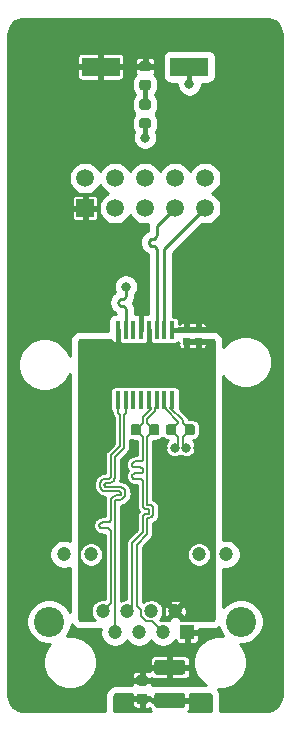
<source format=gbl>
G04 #@! TF.GenerationSoftware,KiCad,Pcbnew,5.1.2*
G04 #@! TF.CreationDate,2019-05-01T14:56:27-06:00*
G04 #@! TF.ProjectId,microphone_array_adapter_board,6d696372-6f70-4686-9f6e-655f61727261,1*
G04 #@! TF.SameCoordinates,PX826a3b0PY7270e00*
G04 #@! TF.FileFunction,Copper,L2,Bot*
G04 #@! TF.FilePolarity,Positive*
%FSLAX46Y46*%
G04 Gerber Fmt 4.6, Leading zero omitted, Abs format (unit mm)*
G04 Created by KiCad (PCBNEW 5.1.2) date 2019-05-01 14:56:27*
%MOMM*%
%LPD*%
G04 APERTURE LIST*
%ADD10C,0.100000*%
%ADD11C,0.875000*%
%ADD12R,1.200000X1.200000*%
%ADD13C,1.200000*%
%ADD14C,2.550000*%
%ADD15C,1.500000*%
%ADD16R,1.500000X1.500000*%
%ADD17R,3.200000X1.600000*%
%ADD18C,1.250000*%
%ADD19C,0.590000*%
%ADD20R,0.450000X1.500000*%
%ADD21C,0.600000*%
%ADD22C,0.800000*%
%ADD23C,0.406400*%
%ADD24C,0.177800*%
%ADD25C,0.254000*%
G04 APERTURE END LIST*
D10*
G36*
X13277691Y24973947D02*
G01*
X13298926Y24970797D01*
X13319750Y24965581D01*
X13339962Y24958349D01*
X13359368Y24949170D01*
X13377781Y24938134D01*
X13395024Y24925346D01*
X13410930Y24910930D01*
X13425346Y24895024D01*
X13438134Y24877781D01*
X13449170Y24859368D01*
X13458349Y24839962D01*
X13465581Y24819750D01*
X13470797Y24798926D01*
X13473947Y24777691D01*
X13475000Y24756250D01*
X13475000Y24243750D01*
X13473947Y24222309D01*
X13470797Y24201074D01*
X13465581Y24180250D01*
X13458349Y24160038D01*
X13449170Y24140632D01*
X13438134Y24122219D01*
X13425346Y24104976D01*
X13410930Y24089070D01*
X13395024Y24074654D01*
X13377781Y24061866D01*
X13359368Y24050830D01*
X13339962Y24041651D01*
X13319750Y24034419D01*
X13298926Y24029203D01*
X13277691Y24026053D01*
X13256250Y24025000D01*
X12818750Y24025000D01*
X12797309Y24026053D01*
X12776074Y24029203D01*
X12755250Y24034419D01*
X12735038Y24041651D01*
X12715632Y24050830D01*
X12697219Y24061866D01*
X12679976Y24074654D01*
X12664070Y24089070D01*
X12649654Y24104976D01*
X12636866Y24122219D01*
X12625830Y24140632D01*
X12616651Y24160038D01*
X12609419Y24180250D01*
X12604203Y24201074D01*
X12601053Y24222309D01*
X12600000Y24243750D01*
X12600000Y24756250D01*
X12601053Y24777691D01*
X12604203Y24798926D01*
X12609419Y24819750D01*
X12616651Y24839962D01*
X12625830Y24859368D01*
X12636866Y24877781D01*
X12649654Y24895024D01*
X12664070Y24910930D01*
X12679976Y24925346D01*
X12697219Y24938134D01*
X12715632Y24949170D01*
X12735038Y24958349D01*
X12755250Y24965581D01*
X12776074Y24970797D01*
X12797309Y24973947D01*
X12818750Y24975000D01*
X13256250Y24975000D01*
X13277691Y24973947D01*
X13277691Y24973947D01*
G37*
D11*
X13037500Y24500000D03*
D10*
G36*
X11702691Y24973947D02*
G01*
X11723926Y24970797D01*
X11744750Y24965581D01*
X11764962Y24958349D01*
X11784368Y24949170D01*
X11802781Y24938134D01*
X11820024Y24925346D01*
X11835930Y24910930D01*
X11850346Y24895024D01*
X11863134Y24877781D01*
X11874170Y24859368D01*
X11883349Y24839962D01*
X11890581Y24819750D01*
X11895797Y24798926D01*
X11898947Y24777691D01*
X11900000Y24756250D01*
X11900000Y24243750D01*
X11898947Y24222309D01*
X11895797Y24201074D01*
X11890581Y24180250D01*
X11883349Y24160038D01*
X11874170Y24140632D01*
X11863134Y24122219D01*
X11850346Y24104976D01*
X11835930Y24089070D01*
X11820024Y24074654D01*
X11802781Y24061866D01*
X11784368Y24050830D01*
X11764962Y24041651D01*
X11744750Y24034419D01*
X11723926Y24029203D01*
X11702691Y24026053D01*
X11681250Y24025000D01*
X11243750Y24025000D01*
X11222309Y24026053D01*
X11201074Y24029203D01*
X11180250Y24034419D01*
X11160038Y24041651D01*
X11140632Y24050830D01*
X11122219Y24061866D01*
X11104976Y24074654D01*
X11089070Y24089070D01*
X11074654Y24104976D01*
X11061866Y24122219D01*
X11050830Y24140632D01*
X11041651Y24160038D01*
X11034419Y24180250D01*
X11029203Y24201074D01*
X11026053Y24222309D01*
X11025000Y24243750D01*
X11025000Y24756250D01*
X11026053Y24777691D01*
X11029203Y24798926D01*
X11034419Y24819750D01*
X11041651Y24839962D01*
X11050830Y24859368D01*
X11061866Y24877781D01*
X11074654Y24895024D01*
X11089070Y24910930D01*
X11104976Y24925346D01*
X11122219Y24938134D01*
X11140632Y24949170D01*
X11160038Y24958349D01*
X11180250Y24965581D01*
X11201074Y24970797D01*
X11222309Y24973947D01*
X11243750Y24975000D01*
X11681250Y24975000D01*
X11702691Y24973947D01*
X11702691Y24973947D01*
G37*
D11*
X11462500Y24500000D03*
D10*
G36*
X16277691Y24973947D02*
G01*
X16298926Y24970797D01*
X16319750Y24965581D01*
X16339962Y24958349D01*
X16359368Y24949170D01*
X16377781Y24938134D01*
X16395024Y24925346D01*
X16410930Y24910930D01*
X16425346Y24895024D01*
X16438134Y24877781D01*
X16449170Y24859368D01*
X16458349Y24839962D01*
X16465581Y24819750D01*
X16470797Y24798926D01*
X16473947Y24777691D01*
X16475000Y24756250D01*
X16475000Y24243750D01*
X16473947Y24222309D01*
X16470797Y24201074D01*
X16465581Y24180250D01*
X16458349Y24160038D01*
X16449170Y24140632D01*
X16438134Y24122219D01*
X16425346Y24104976D01*
X16410930Y24089070D01*
X16395024Y24074654D01*
X16377781Y24061866D01*
X16359368Y24050830D01*
X16339962Y24041651D01*
X16319750Y24034419D01*
X16298926Y24029203D01*
X16277691Y24026053D01*
X16256250Y24025000D01*
X15818750Y24025000D01*
X15797309Y24026053D01*
X15776074Y24029203D01*
X15755250Y24034419D01*
X15735038Y24041651D01*
X15715632Y24050830D01*
X15697219Y24061866D01*
X15679976Y24074654D01*
X15664070Y24089070D01*
X15649654Y24104976D01*
X15636866Y24122219D01*
X15625830Y24140632D01*
X15616651Y24160038D01*
X15609419Y24180250D01*
X15604203Y24201074D01*
X15601053Y24222309D01*
X15600000Y24243750D01*
X15600000Y24756250D01*
X15601053Y24777691D01*
X15604203Y24798926D01*
X15609419Y24819750D01*
X15616651Y24839962D01*
X15625830Y24859368D01*
X15636866Y24877781D01*
X15649654Y24895024D01*
X15664070Y24910930D01*
X15679976Y24925346D01*
X15697219Y24938134D01*
X15715632Y24949170D01*
X15735038Y24958349D01*
X15755250Y24965581D01*
X15776074Y24970797D01*
X15797309Y24973947D01*
X15818750Y24975000D01*
X16256250Y24975000D01*
X16277691Y24973947D01*
X16277691Y24973947D01*
G37*
D11*
X16037500Y24500000D03*
D10*
G36*
X14702691Y24973947D02*
G01*
X14723926Y24970797D01*
X14744750Y24965581D01*
X14764962Y24958349D01*
X14784368Y24949170D01*
X14802781Y24938134D01*
X14820024Y24925346D01*
X14835930Y24910930D01*
X14850346Y24895024D01*
X14863134Y24877781D01*
X14874170Y24859368D01*
X14883349Y24839962D01*
X14890581Y24819750D01*
X14895797Y24798926D01*
X14898947Y24777691D01*
X14900000Y24756250D01*
X14900000Y24243750D01*
X14898947Y24222309D01*
X14895797Y24201074D01*
X14890581Y24180250D01*
X14883349Y24160038D01*
X14874170Y24140632D01*
X14863134Y24122219D01*
X14850346Y24104976D01*
X14835930Y24089070D01*
X14820024Y24074654D01*
X14802781Y24061866D01*
X14784368Y24050830D01*
X14764962Y24041651D01*
X14744750Y24034419D01*
X14723926Y24029203D01*
X14702691Y24026053D01*
X14681250Y24025000D01*
X14243750Y24025000D01*
X14222309Y24026053D01*
X14201074Y24029203D01*
X14180250Y24034419D01*
X14160038Y24041651D01*
X14140632Y24050830D01*
X14122219Y24061866D01*
X14104976Y24074654D01*
X14089070Y24089070D01*
X14074654Y24104976D01*
X14061866Y24122219D01*
X14050830Y24140632D01*
X14041651Y24160038D01*
X14034419Y24180250D01*
X14029203Y24201074D01*
X14026053Y24222309D01*
X14025000Y24243750D01*
X14025000Y24756250D01*
X14026053Y24777691D01*
X14029203Y24798926D01*
X14034419Y24819750D01*
X14041651Y24839962D01*
X14050830Y24859368D01*
X14061866Y24877781D01*
X14074654Y24895024D01*
X14089070Y24910930D01*
X14104976Y24925346D01*
X14122219Y24938134D01*
X14140632Y24949170D01*
X14160038Y24958349D01*
X14180250Y24965581D01*
X14201074Y24970797D01*
X14222309Y24973947D01*
X14243750Y24975000D01*
X14681250Y24975000D01*
X14702691Y24973947D01*
X14702691Y24973947D01*
G37*
D11*
X14462500Y24500000D03*
D12*
X15820000Y7360000D03*
D13*
X14800000Y9140000D03*
X13780000Y7360000D03*
X12770000Y9140000D03*
X11740000Y7360000D03*
X10720000Y9140000D03*
X9700000Y7360000D03*
X8680000Y9140000D03*
X5390000Y13960000D03*
X7680000Y13960000D03*
X16820000Y13960000D03*
X19110000Y13960000D03*
D14*
X4125000Y8250000D03*
X20375000Y8250000D03*
D15*
X17330000Y45820000D03*
X17330000Y43280000D03*
X14790000Y45820000D03*
X14790000Y43280000D03*
X12250000Y45820000D03*
X12250000Y43280000D03*
X9710000Y45820000D03*
X9710000Y43280000D03*
X7170000Y45820000D03*
D16*
X7170000Y43280000D03*
D17*
X8500000Y55250000D03*
X16000000Y55250000D03*
D10*
G36*
X15449504Y5023796D02*
G01*
X15473773Y5020196D01*
X15497571Y5014235D01*
X15520671Y5005970D01*
X15542849Y4995480D01*
X15563893Y4982867D01*
X15583598Y4968253D01*
X15601777Y4951777D01*
X15618253Y4933598D01*
X15632867Y4913893D01*
X15645480Y4892849D01*
X15655970Y4870671D01*
X15664235Y4847571D01*
X15670196Y4823773D01*
X15673796Y4799504D01*
X15675000Y4775000D01*
X15675000Y4025000D01*
X15673796Y4000496D01*
X15670196Y3976227D01*
X15664235Y3952429D01*
X15655970Y3929329D01*
X15645480Y3907151D01*
X15632867Y3886107D01*
X15618253Y3866402D01*
X15601777Y3848223D01*
X15583598Y3831747D01*
X15563893Y3817133D01*
X15542849Y3804520D01*
X15520671Y3794030D01*
X15497571Y3785765D01*
X15473773Y3779804D01*
X15449504Y3776204D01*
X15425000Y3775000D01*
X13275000Y3775000D01*
X13250496Y3776204D01*
X13226227Y3779804D01*
X13202429Y3785765D01*
X13179329Y3794030D01*
X13157151Y3804520D01*
X13136107Y3817133D01*
X13116402Y3831747D01*
X13098223Y3848223D01*
X13081747Y3866402D01*
X13067133Y3886107D01*
X13054520Y3907151D01*
X13044030Y3929329D01*
X13035765Y3952429D01*
X13029804Y3976227D01*
X13026204Y4000496D01*
X13025000Y4025000D01*
X13025000Y4775000D01*
X13026204Y4799504D01*
X13029804Y4823773D01*
X13035765Y4847571D01*
X13044030Y4870671D01*
X13054520Y4892849D01*
X13067133Y4913893D01*
X13081747Y4933598D01*
X13098223Y4951777D01*
X13116402Y4968253D01*
X13136107Y4982867D01*
X13157151Y4995480D01*
X13179329Y5005970D01*
X13202429Y5014235D01*
X13226227Y5020196D01*
X13250496Y5023796D01*
X13275000Y5025000D01*
X15425000Y5025000D01*
X15449504Y5023796D01*
X15449504Y5023796D01*
G37*
D18*
X14350000Y4400000D03*
D10*
G36*
X15449504Y2223796D02*
G01*
X15473773Y2220196D01*
X15497571Y2214235D01*
X15520671Y2205970D01*
X15542849Y2195480D01*
X15563893Y2182867D01*
X15583598Y2168253D01*
X15601777Y2151777D01*
X15618253Y2133598D01*
X15632867Y2113893D01*
X15645480Y2092849D01*
X15655970Y2070671D01*
X15664235Y2047571D01*
X15670196Y2023773D01*
X15673796Y1999504D01*
X15675000Y1975000D01*
X15675000Y1225000D01*
X15673796Y1200496D01*
X15670196Y1176227D01*
X15664235Y1152429D01*
X15655970Y1129329D01*
X15645480Y1107151D01*
X15632867Y1086107D01*
X15618253Y1066402D01*
X15601777Y1048223D01*
X15583598Y1031747D01*
X15563893Y1017133D01*
X15542849Y1004520D01*
X15520671Y994030D01*
X15497571Y985765D01*
X15473773Y979804D01*
X15449504Y976204D01*
X15425000Y975000D01*
X13275000Y975000D01*
X13250496Y976204D01*
X13226227Y979804D01*
X13202429Y985765D01*
X13179329Y994030D01*
X13157151Y1004520D01*
X13136107Y1017133D01*
X13116402Y1031747D01*
X13098223Y1048223D01*
X13081747Y1066402D01*
X13067133Y1086107D01*
X13054520Y1107151D01*
X13044030Y1129329D01*
X13035765Y1152429D01*
X13029804Y1176227D01*
X13026204Y1200496D01*
X13025000Y1225000D01*
X13025000Y1975000D01*
X13026204Y1999504D01*
X13029804Y2023773D01*
X13035765Y2047571D01*
X13044030Y2070671D01*
X13054520Y2092849D01*
X13067133Y2113893D01*
X13081747Y2133598D01*
X13098223Y2151777D01*
X13116402Y2168253D01*
X13136107Y2182867D01*
X13157151Y2195480D01*
X13179329Y2205970D01*
X13202429Y2214235D01*
X13226227Y2220196D01*
X13250496Y2223796D01*
X13275000Y2225000D01*
X15425000Y2225000D01*
X15449504Y2223796D01*
X15449504Y2223796D01*
G37*
D18*
X14350000Y1600000D03*
D10*
G36*
X12277691Y3723947D02*
G01*
X12298926Y3720797D01*
X12319750Y3715581D01*
X12339962Y3708349D01*
X12359368Y3699170D01*
X12377781Y3688134D01*
X12395024Y3675346D01*
X12410930Y3660930D01*
X12425346Y3645024D01*
X12438134Y3627781D01*
X12449170Y3609368D01*
X12458349Y3589962D01*
X12465581Y3569750D01*
X12470797Y3548926D01*
X12473947Y3527691D01*
X12475000Y3506250D01*
X12475000Y3068750D01*
X12473947Y3047309D01*
X12470797Y3026074D01*
X12465581Y3005250D01*
X12458349Y2985038D01*
X12449170Y2965632D01*
X12438134Y2947219D01*
X12425346Y2929976D01*
X12410930Y2914070D01*
X12395024Y2899654D01*
X12377781Y2886866D01*
X12359368Y2875830D01*
X12339962Y2866651D01*
X12319750Y2859419D01*
X12298926Y2854203D01*
X12277691Y2851053D01*
X12256250Y2850000D01*
X11743750Y2850000D01*
X11722309Y2851053D01*
X11701074Y2854203D01*
X11680250Y2859419D01*
X11660038Y2866651D01*
X11640632Y2875830D01*
X11622219Y2886866D01*
X11604976Y2899654D01*
X11589070Y2914070D01*
X11574654Y2929976D01*
X11561866Y2947219D01*
X11550830Y2965632D01*
X11541651Y2985038D01*
X11534419Y3005250D01*
X11529203Y3026074D01*
X11526053Y3047309D01*
X11525000Y3068750D01*
X11525000Y3506250D01*
X11526053Y3527691D01*
X11529203Y3548926D01*
X11534419Y3569750D01*
X11541651Y3589962D01*
X11550830Y3609368D01*
X11561866Y3627781D01*
X11574654Y3645024D01*
X11589070Y3660930D01*
X11604976Y3675346D01*
X11622219Y3688134D01*
X11640632Y3699170D01*
X11660038Y3708349D01*
X11680250Y3715581D01*
X11701074Y3720797D01*
X11722309Y3723947D01*
X11743750Y3725000D01*
X12256250Y3725000D01*
X12277691Y3723947D01*
X12277691Y3723947D01*
G37*
D11*
X12000000Y3287500D03*
D10*
G36*
X12277691Y2148947D02*
G01*
X12298926Y2145797D01*
X12319750Y2140581D01*
X12339962Y2133349D01*
X12359368Y2124170D01*
X12377781Y2113134D01*
X12395024Y2100346D01*
X12410930Y2085930D01*
X12425346Y2070024D01*
X12438134Y2052781D01*
X12449170Y2034368D01*
X12458349Y2014962D01*
X12465581Y1994750D01*
X12470797Y1973926D01*
X12473947Y1952691D01*
X12475000Y1931250D01*
X12475000Y1493750D01*
X12473947Y1472309D01*
X12470797Y1451074D01*
X12465581Y1430250D01*
X12458349Y1410038D01*
X12449170Y1390632D01*
X12438134Y1372219D01*
X12425346Y1354976D01*
X12410930Y1339070D01*
X12395024Y1324654D01*
X12377781Y1311866D01*
X12359368Y1300830D01*
X12339962Y1291651D01*
X12319750Y1284419D01*
X12298926Y1279203D01*
X12277691Y1276053D01*
X12256250Y1275000D01*
X11743750Y1275000D01*
X11722309Y1276053D01*
X11701074Y1279203D01*
X11680250Y1284419D01*
X11660038Y1291651D01*
X11640632Y1300830D01*
X11622219Y1311866D01*
X11604976Y1324654D01*
X11589070Y1339070D01*
X11574654Y1354976D01*
X11561866Y1372219D01*
X11550830Y1390632D01*
X11541651Y1410038D01*
X11534419Y1430250D01*
X11529203Y1451074D01*
X11526053Y1472309D01*
X11525000Y1493750D01*
X11525000Y1931250D01*
X11526053Y1952691D01*
X11529203Y1973926D01*
X11534419Y1994750D01*
X11541651Y2014962D01*
X11550830Y2034368D01*
X11561866Y2052781D01*
X11574654Y2070024D01*
X11589070Y2085930D01*
X11604976Y2100346D01*
X11622219Y2113134D01*
X11640632Y2124170D01*
X11660038Y2133349D01*
X11680250Y2140581D01*
X11701074Y2145797D01*
X11722309Y2148947D01*
X11743750Y2150000D01*
X12256250Y2150000D01*
X12277691Y2148947D01*
X12277691Y2148947D01*
G37*
D11*
X12000000Y1712500D03*
D10*
G36*
X16952516Y32280722D02*
G01*
X16966834Y32278598D01*
X16980875Y32275081D01*
X16994504Y32270204D01*
X17007589Y32264015D01*
X17020005Y32256574D01*
X17031631Y32247951D01*
X17042356Y32238230D01*
X17052077Y32227505D01*
X17060700Y32215879D01*
X17068141Y32203463D01*
X17074330Y32190378D01*
X17079207Y32176749D01*
X17082724Y32162708D01*
X17084848Y32148390D01*
X17085558Y32133932D01*
X17085558Y31838932D01*
X17084848Y31824474D01*
X17082724Y31810156D01*
X17079207Y31796115D01*
X17074330Y31782486D01*
X17068141Y31769401D01*
X17060700Y31756985D01*
X17052077Y31745359D01*
X17042356Y31734634D01*
X17031631Y31724913D01*
X17020005Y31716290D01*
X17007589Y31708849D01*
X16994504Y31702660D01*
X16980875Y31697783D01*
X16966834Y31694266D01*
X16952516Y31692142D01*
X16938058Y31691432D01*
X16593058Y31691432D01*
X16578600Y31692142D01*
X16564282Y31694266D01*
X16550241Y31697783D01*
X16536612Y31702660D01*
X16523527Y31708849D01*
X16511111Y31716290D01*
X16499485Y31724913D01*
X16488760Y31734634D01*
X16479039Y31745359D01*
X16470416Y31756985D01*
X16462975Y31769401D01*
X16456786Y31782486D01*
X16451909Y31796115D01*
X16448392Y31810156D01*
X16446268Y31824474D01*
X16445558Y31838932D01*
X16445558Y32133932D01*
X16446268Y32148390D01*
X16448392Y32162708D01*
X16451909Y32176749D01*
X16456786Y32190378D01*
X16462975Y32203463D01*
X16470416Y32215879D01*
X16479039Y32227505D01*
X16488760Y32238230D01*
X16499485Y32247951D01*
X16511111Y32256574D01*
X16523527Y32264015D01*
X16536612Y32270204D01*
X16550241Y32275081D01*
X16564282Y32278598D01*
X16578600Y32280722D01*
X16593058Y32281432D01*
X16938058Y32281432D01*
X16952516Y32280722D01*
X16952516Y32280722D01*
G37*
D19*
X16765558Y31986432D03*
D10*
G36*
X16952516Y33250722D02*
G01*
X16966834Y33248598D01*
X16980875Y33245081D01*
X16994504Y33240204D01*
X17007589Y33234015D01*
X17020005Y33226574D01*
X17031631Y33217951D01*
X17042356Y33208230D01*
X17052077Y33197505D01*
X17060700Y33185879D01*
X17068141Y33173463D01*
X17074330Y33160378D01*
X17079207Y33146749D01*
X17082724Y33132708D01*
X17084848Y33118390D01*
X17085558Y33103932D01*
X17085558Y32808932D01*
X17084848Y32794474D01*
X17082724Y32780156D01*
X17079207Y32766115D01*
X17074330Y32752486D01*
X17068141Y32739401D01*
X17060700Y32726985D01*
X17052077Y32715359D01*
X17042356Y32704634D01*
X17031631Y32694913D01*
X17020005Y32686290D01*
X17007589Y32678849D01*
X16994504Y32672660D01*
X16980875Y32667783D01*
X16966834Y32664266D01*
X16952516Y32662142D01*
X16938058Y32661432D01*
X16593058Y32661432D01*
X16578600Y32662142D01*
X16564282Y32664266D01*
X16550241Y32667783D01*
X16536612Y32672660D01*
X16523527Y32678849D01*
X16511111Y32686290D01*
X16499485Y32694913D01*
X16488760Y32704634D01*
X16479039Y32715359D01*
X16470416Y32726985D01*
X16462975Y32739401D01*
X16456786Y32752486D01*
X16451909Y32766115D01*
X16448392Y32780156D01*
X16446268Y32794474D01*
X16445558Y32808932D01*
X16445558Y33103932D01*
X16446268Y33118390D01*
X16448392Y33132708D01*
X16451909Y33146749D01*
X16456786Y33160378D01*
X16462975Y33173463D01*
X16470416Y33185879D01*
X16479039Y33197505D01*
X16488760Y33208230D01*
X16499485Y33217951D01*
X16511111Y33226574D01*
X16523527Y33234015D01*
X16536612Y33240204D01*
X16550241Y33245081D01*
X16564282Y33248598D01*
X16578600Y33250722D01*
X16593058Y33251432D01*
X16938058Y33251432D01*
X16952516Y33250722D01*
X16952516Y33250722D01*
G37*
D19*
X16765558Y32956432D03*
D10*
G36*
X15952516Y33250722D02*
G01*
X15966834Y33248598D01*
X15980875Y33245081D01*
X15994504Y33240204D01*
X16007589Y33234015D01*
X16020005Y33226574D01*
X16031631Y33217951D01*
X16042356Y33208230D01*
X16052077Y33197505D01*
X16060700Y33185879D01*
X16068141Y33173463D01*
X16074330Y33160378D01*
X16079207Y33146749D01*
X16082724Y33132708D01*
X16084848Y33118390D01*
X16085558Y33103932D01*
X16085558Y32808932D01*
X16084848Y32794474D01*
X16082724Y32780156D01*
X16079207Y32766115D01*
X16074330Y32752486D01*
X16068141Y32739401D01*
X16060700Y32726985D01*
X16052077Y32715359D01*
X16042356Y32704634D01*
X16031631Y32694913D01*
X16020005Y32686290D01*
X16007589Y32678849D01*
X15994504Y32672660D01*
X15980875Y32667783D01*
X15966834Y32664266D01*
X15952516Y32662142D01*
X15938058Y32661432D01*
X15593058Y32661432D01*
X15578600Y32662142D01*
X15564282Y32664266D01*
X15550241Y32667783D01*
X15536612Y32672660D01*
X15523527Y32678849D01*
X15511111Y32686290D01*
X15499485Y32694913D01*
X15488760Y32704634D01*
X15479039Y32715359D01*
X15470416Y32726985D01*
X15462975Y32739401D01*
X15456786Y32752486D01*
X15451909Y32766115D01*
X15448392Y32780156D01*
X15446268Y32794474D01*
X15445558Y32808932D01*
X15445558Y33103932D01*
X15446268Y33118390D01*
X15448392Y33132708D01*
X15451909Y33146749D01*
X15456786Y33160378D01*
X15462975Y33173463D01*
X15470416Y33185879D01*
X15479039Y33197505D01*
X15488760Y33208230D01*
X15499485Y33217951D01*
X15511111Y33226574D01*
X15523527Y33234015D01*
X15536612Y33240204D01*
X15550241Y33245081D01*
X15564282Y33248598D01*
X15578600Y33250722D01*
X15593058Y33251432D01*
X15938058Y33251432D01*
X15952516Y33250722D01*
X15952516Y33250722D01*
G37*
D19*
X15765558Y32956432D03*
D10*
G36*
X15952516Y32280722D02*
G01*
X15966834Y32278598D01*
X15980875Y32275081D01*
X15994504Y32270204D01*
X16007589Y32264015D01*
X16020005Y32256574D01*
X16031631Y32247951D01*
X16042356Y32238230D01*
X16052077Y32227505D01*
X16060700Y32215879D01*
X16068141Y32203463D01*
X16074330Y32190378D01*
X16079207Y32176749D01*
X16082724Y32162708D01*
X16084848Y32148390D01*
X16085558Y32133932D01*
X16085558Y31838932D01*
X16084848Y31824474D01*
X16082724Y31810156D01*
X16079207Y31796115D01*
X16074330Y31782486D01*
X16068141Y31769401D01*
X16060700Y31756985D01*
X16052077Y31745359D01*
X16042356Y31734634D01*
X16031631Y31724913D01*
X16020005Y31716290D01*
X16007589Y31708849D01*
X15994504Y31702660D01*
X15980875Y31697783D01*
X15966834Y31694266D01*
X15952516Y31692142D01*
X15938058Y31691432D01*
X15593058Y31691432D01*
X15578600Y31692142D01*
X15564282Y31694266D01*
X15550241Y31697783D01*
X15536612Y31702660D01*
X15523527Y31708849D01*
X15511111Y31716290D01*
X15499485Y31724913D01*
X15488760Y31734634D01*
X15479039Y31745359D01*
X15470416Y31756985D01*
X15462975Y31769401D01*
X15456786Y31782486D01*
X15451909Y31796115D01*
X15448392Y31810156D01*
X15446268Y31824474D01*
X15445558Y31838932D01*
X15445558Y32133932D01*
X15446268Y32148390D01*
X15448392Y32162708D01*
X15451909Y32176749D01*
X15456786Y32190378D01*
X15462975Y32203463D01*
X15470416Y32215879D01*
X15479039Y32227505D01*
X15488760Y32238230D01*
X15499485Y32247951D01*
X15511111Y32256574D01*
X15523527Y32264015D01*
X15536612Y32270204D01*
X15550241Y32275081D01*
X15564282Y32278598D01*
X15578600Y32280722D01*
X15593058Y32281432D01*
X15938058Y32281432D01*
X15952516Y32280722D01*
X15952516Y32280722D01*
G37*
D19*
X15765558Y31986432D03*
D10*
G36*
X12527691Y50898947D02*
G01*
X12548926Y50895797D01*
X12569750Y50890581D01*
X12589962Y50883349D01*
X12609368Y50874170D01*
X12627781Y50863134D01*
X12645024Y50850346D01*
X12660930Y50835930D01*
X12675346Y50820024D01*
X12688134Y50802781D01*
X12699170Y50784368D01*
X12708349Y50764962D01*
X12715581Y50744750D01*
X12720797Y50723926D01*
X12723947Y50702691D01*
X12725000Y50681250D01*
X12725000Y50243750D01*
X12723947Y50222309D01*
X12720797Y50201074D01*
X12715581Y50180250D01*
X12708349Y50160038D01*
X12699170Y50140632D01*
X12688134Y50122219D01*
X12675346Y50104976D01*
X12660930Y50089070D01*
X12645024Y50074654D01*
X12627781Y50061866D01*
X12609368Y50050830D01*
X12589962Y50041651D01*
X12569750Y50034419D01*
X12548926Y50029203D01*
X12527691Y50026053D01*
X12506250Y50025000D01*
X11993750Y50025000D01*
X11972309Y50026053D01*
X11951074Y50029203D01*
X11930250Y50034419D01*
X11910038Y50041651D01*
X11890632Y50050830D01*
X11872219Y50061866D01*
X11854976Y50074654D01*
X11839070Y50089070D01*
X11824654Y50104976D01*
X11811866Y50122219D01*
X11800830Y50140632D01*
X11791651Y50160038D01*
X11784419Y50180250D01*
X11779203Y50201074D01*
X11776053Y50222309D01*
X11775000Y50243750D01*
X11775000Y50681250D01*
X11776053Y50702691D01*
X11779203Y50723926D01*
X11784419Y50744750D01*
X11791651Y50764962D01*
X11800830Y50784368D01*
X11811866Y50802781D01*
X11824654Y50820024D01*
X11839070Y50835930D01*
X11854976Y50850346D01*
X11872219Y50863134D01*
X11890632Y50874170D01*
X11910038Y50883349D01*
X11930250Y50890581D01*
X11951074Y50895797D01*
X11972309Y50898947D01*
X11993750Y50900000D01*
X12506250Y50900000D01*
X12527691Y50898947D01*
X12527691Y50898947D01*
G37*
D11*
X12250000Y50462500D03*
D10*
G36*
X12527691Y52473947D02*
G01*
X12548926Y52470797D01*
X12569750Y52465581D01*
X12589962Y52458349D01*
X12609368Y52449170D01*
X12627781Y52438134D01*
X12645024Y52425346D01*
X12660930Y52410930D01*
X12675346Y52395024D01*
X12688134Y52377781D01*
X12699170Y52359368D01*
X12708349Y52339962D01*
X12715581Y52319750D01*
X12720797Y52298926D01*
X12723947Y52277691D01*
X12725000Y52256250D01*
X12725000Y51818750D01*
X12723947Y51797309D01*
X12720797Y51776074D01*
X12715581Y51755250D01*
X12708349Y51735038D01*
X12699170Y51715632D01*
X12688134Y51697219D01*
X12675346Y51679976D01*
X12660930Y51664070D01*
X12645024Y51649654D01*
X12627781Y51636866D01*
X12609368Y51625830D01*
X12589962Y51616651D01*
X12569750Y51609419D01*
X12548926Y51604203D01*
X12527691Y51601053D01*
X12506250Y51600000D01*
X11993750Y51600000D01*
X11972309Y51601053D01*
X11951074Y51604203D01*
X11930250Y51609419D01*
X11910038Y51616651D01*
X11890632Y51625830D01*
X11872219Y51636866D01*
X11854976Y51649654D01*
X11839070Y51664070D01*
X11824654Y51679976D01*
X11811866Y51697219D01*
X11800830Y51715632D01*
X11791651Y51735038D01*
X11784419Y51755250D01*
X11779203Y51776074D01*
X11776053Y51797309D01*
X11775000Y51818750D01*
X11775000Y52256250D01*
X11776053Y52277691D01*
X11779203Y52298926D01*
X11784419Y52319750D01*
X11791651Y52339962D01*
X11800830Y52359368D01*
X11811866Y52377781D01*
X11824654Y52395024D01*
X11839070Y52410930D01*
X11854976Y52425346D01*
X11872219Y52438134D01*
X11890632Y52449170D01*
X11910038Y52458349D01*
X11930250Y52465581D01*
X11951074Y52470797D01*
X11972309Y52473947D01*
X11993750Y52475000D01*
X12506250Y52475000D01*
X12527691Y52473947D01*
X12527691Y52473947D01*
G37*
D11*
X12250000Y52037500D03*
D10*
G36*
X12527691Y55723947D02*
G01*
X12548926Y55720797D01*
X12569750Y55715581D01*
X12589962Y55708349D01*
X12609368Y55699170D01*
X12627781Y55688134D01*
X12645024Y55675346D01*
X12660930Y55660930D01*
X12675346Y55645024D01*
X12688134Y55627781D01*
X12699170Y55609368D01*
X12708349Y55589962D01*
X12715581Y55569750D01*
X12720797Y55548926D01*
X12723947Y55527691D01*
X12725000Y55506250D01*
X12725000Y55068750D01*
X12723947Y55047309D01*
X12720797Y55026074D01*
X12715581Y55005250D01*
X12708349Y54985038D01*
X12699170Y54965632D01*
X12688134Y54947219D01*
X12675346Y54929976D01*
X12660930Y54914070D01*
X12645024Y54899654D01*
X12627781Y54886866D01*
X12609368Y54875830D01*
X12589962Y54866651D01*
X12569750Y54859419D01*
X12548926Y54854203D01*
X12527691Y54851053D01*
X12506250Y54850000D01*
X11993750Y54850000D01*
X11972309Y54851053D01*
X11951074Y54854203D01*
X11930250Y54859419D01*
X11910038Y54866651D01*
X11890632Y54875830D01*
X11872219Y54886866D01*
X11854976Y54899654D01*
X11839070Y54914070D01*
X11824654Y54929976D01*
X11811866Y54947219D01*
X11800830Y54965632D01*
X11791651Y54985038D01*
X11784419Y55005250D01*
X11779203Y55026074D01*
X11776053Y55047309D01*
X11775000Y55068750D01*
X11775000Y55506250D01*
X11776053Y55527691D01*
X11779203Y55548926D01*
X11784419Y55569750D01*
X11791651Y55589962D01*
X11800830Y55609368D01*
X11811866Y55627781D01*
X11824654Y55645024D01*
X11839070Y55660930D01*
X11854976Y55675346D01*
X11872219Y55688134D01*
X11890632Y55699170D01*
X11910038Y55708349D01*
X11930250Y55715581D01*
X11951074Y55720797D01*
X11972309Y55723947D01*
X11993750Y55725000D01*
X12506250Y55725000D01*
X12527691Y55723947D01*
X12527691Y55723947D01*
G37*
D11*
X12250000Y55287500D03*
D10*
G36*
X12527691Y54148947D02*
G01*
X12548926Y54145797D01*
X12569750Y54140581D01*
X12589962Y54133349D01*
X12609368Y54124170D01*
X12627781Y54113134D01*
X12645024Y54100346D01*
X12660930Y54085930D01*
X12675346Y54070024D01*
X12688134Y54052781D01*
X12699170Y54034368D01*
X12708349Y54014962D01*
X12715581Y53994750D01*
X12720797Y53973926D01*
X12723947Y53952691D01*
X12725000Y53931250D01*
X12725000Y53493750D01*
X12723947Y53472309D01*
X12720797Y53451074D01*
X12715581Y53430250D01*
X12708349Y53410038D01*
X12699170Y53390632D01*
X12688134Y53372219D01*
X12675346Y53354976D01*
X12660930Y53339070D01*
X12645024Y53324654D01*
X12627781Y53311866D01*
X12609368Y53300830D01*
X12589962Y53291651D01*
X12569750Y53284419D01*
X12548926Y53279203D01*
X12527691Y53276053D01*
X12506250Y53275000D01*
X11993750Y53275000D01*
X11972309Y53276053D01*
X11951074Y53279203D01*
X11930250Y53284419D01*
X11910038Y53291651D01*
X11890632Y53300830D01*
X11872219Y53311866D01*
X11854976Y53324654D01*
X11839070Y53339070D01*
X11824654Y53354976D01*
X11811866Y53372219D01*
X11800830Y53390632D01*
X11791651Y53410038D01*
X11784419Y53430250D01*
X11779203Y53451074D01*
X11776053Y53472309D01*
X11775000Y53493750D01*
X11775000Y53931250D01*
X11776053Y53952691D01*
X11779203Y53973926D01*
X11784419Y53994750D01*
X11791651Y54014962D01*
X11800830Y54034368D01*
X11811866Y54052781D01*
X11824654Y54070024D01*
X11839070Y54085930D01*
X11854976Y54100346D01*
X11872219Y54113134D01*
X11890632Y54124170D01*
X11910038Y54133349D01*
X11930250Y54140581D01*
X11951074Y54145797D01*
X11972309Y54148947D01*
X11993750Y54150000D01*
X12506250Y54150000D01*
X12527691Y54148947D01*
X12527691Y54148947D01*
G37*
D11*
X12250000Y53712500D03*
D20*
X14525000Y27050000D03*
X13875000Y27050000D03*
X13225000Y27050000D03*
X12575000Y27050000D03*
X11925000Y27050000D03*
X11275000Y27050000D03*
X10625000Y27050000D03*
X9975000Y27050000D03*
X9975000Y32950000D03*
X10625000Y32950000D03*
X11275000Y32950000D03*
X11925000Y32950000D03*
X12575000Y32950000D03*
X13225000Y32950000D03*
X13875000Y32950000D03*
X14525000Y32950000D03*
D21*
X10500000Y16750000D03*
X10500000Y11750000D03*
X10500000Y21750000D03*
X10500000Y29250000D03*
X13500000Y16750000D03*
X13500000Y11750000D03*
X13500000Y21750000D03*
X13500000Y19250000D03*
X13500000Y29250000D03*
X15500000Y29250000D03*
X15500000Y26750000D03*
D22*
X13750000Y23000000D03*
X16750000Y23000000D03*
X12250000Y49250000D03*
X16000000Y53750000D03*
X17000000Y1500000D03*
X10250000Y1500000D03*
D21*
X7000000Y31750000D03*
X7000000Y29250000D03*
X7000000Y26750000D03*
X7000000Y24250000D03*
X7000000Y21750000D03*
X7000000Y19250000D03*
X7000000Y16750000D03*
X7000000Y11750000D03*
X7000000Y9250000D03*
X17750000Y31750000D03*
X17750000Y29250000D03*
X17750000Y26750000D03*
X17750000Y24250000D03*
X17750000Y21750000D03*
X17750000Y19250000D03*
X17750000Y16750000D03*
X17750000Y11750000D03*
X17750000Y9250000D03*
D22*
X10750000Y55250000D03*
X14761100Y23000000D03*
X15738900Y23000000D03*
X10625000Y36625000D03*
D23*
X15765558Y31921432D02*
X16765558Y31921432D01*
X12250000Y50462500D02*
X12250000Y49250000D01*
X16000000Y55250000D02*
X16000000Y53750000D01*
X9975000Y32950000D02*
X9975000Y31525000D01*
X12575000Y32950000D02*
X12575000Y31825000D01*
X15765558Y33021432D02*
X16765558Y33021432D01*
X15744126Y33000000D02*
X15765558Y33021432D01*
X8500000Y55250000D02*
X10750000Y55250000D01*
X10750000Y55250000D02*
X12250000Y55250000D01*
X11925000Y34425000D02*
X12000000Y34500000D01*
X11925000Y32950000D02*
X11925000Y34425000D01*
X12250000Y53750000D02*
X12250000Y52050000D01*
D24*
X10484269Y19471775D02*
X10544145Y19376483D01*
X10404690Y19551354D02*
X10484269Y19471775D01*
X10309398Y19611230D02*
X10404690Y19551354D01*
X8983885Y20016600D02*
X8944320Y20012143D01*
X10203171Y19648400D02*
X10309398Y19611230D01*
X8906740Y19678608D02*
X8944320Y19665458D01*
X10544145Y19376483D02*
X10581315Y19270256D01*
X10091337Y19661000D02*
X10203171Y19648400D01*
X8983885Y19661000D02*
X10091337Y19661000D01*
X8844875Y19727944D02*
X8873028Y19699791D01*
X10593915Y19158422D02*
X10593915Y19096779D01*
X8810542Y19878365D02*
X8806085Y19838800D01*
X8823692Y19915945D02*
X8810542Y19878365D01*
X10581315Y19270256D02*
X10593915Y19158422D01*
X8844875Y19949657D02*
X8823692Y19915945D01*
X9700000Y20519179D02*
X9687399Y20407345D01*
X10593915Y19096779D02*
X10581315Y18984945D01*
X9650229Y20301118D02*
X9590353Y20205826D01*
X9197421Y20016600D02*
X8983885Y20016600D01*
X10404690Y18703847D02*
X10309398Y18643971D01*
X9700000Y17459246D02*
X9700000Y7360000D01*
X9687399Y20407345D02*
X9650229Y20301118D01*
X10625000Y25924999D02*
X10477800Y25777799D01*
X8873028Y19699791D02*
X8906740Y19678608D01*
X9717608Y18493545D02*
X9704458Y18455965D01*
X8810542Y19799236D02*
X8823692Y19761656D01*
X10625000Y27050000D02*
X10625000Y25924999D01*
X9590353Y20205826D02*
X9510774Y20126247D01*
X10484269Y18783426D02*
X10404690Y18703847D01*
X9700000Y22198552D02*
X9700000Y20519179D01*
X8873028Y19977810D02*
X8844875Y19949657D01*
X8823692Y19761656D02*
X8844875Y19727944D01*
X8944320Y20012143D02*
X8906740Y19998993D01*
X8906740Y19998993D02*
X8873028Y19977810D01*
X10581315Y18984945D02*
X10544145Y18878718D01*
X10477800Y22976352D02*
X9700000Y22198552D01*
X10544145Y18878718D02*
X10484269Y18783426D01*
X9309255Y20029201D02*
X9197421Y20016600D01*
X10309398Y18643971D02*
X10203171Y18606801D01*
X10203171Y18606801D02*
X10091337Y18594200D01*
X10091337Y18594200D02*
X9877800Y18594200D01*
X8944320Y19665458D02*
X8983885Y19661000D01*
X9877800Y18594200D02*
X9838236Y18589743D01*
X9738791Y18527257D02*
X9717608Y18493545D01*
X9838236Y18589743D02*
X9800656Y18576593D01*
X9800656Y18576593D02*
X9766944Y18555410D01*
X9766944Y18555410D02*
X9738791Y18527257D01*
X9704458Y18455965D02*
X9700000Y18416400D01*
X9700000Y18416400D02*
X9700000Y17459246D01*
X9510774Y20126247D02*
X9415482Y20066371D01*
X10477800Y25777799D02*
X10477800Y22976352D01*
X8806085Y19838800D02*
X8810542Y19799236D01*
X9415482Y20066371D02*
X9309255Y20029201D01*
X9344400Y15905600D02*
X9344400Y9804400D01*
X9338131Y15961231D02*
X9344400Y15905600D01*
X9319642Y16014071D02*
X9338131Y15961231D01*
X8841229Y19318001D02*
X8953063Y19305400D01*
X9735145Y18937200D02*
X9628918Y18900030D01*
X9150030Y16661869D02*
X9094400Y16655600D01*
X8735002Y19355171D02*
X8841229Y19318001D01*
X10060515Y19305400D02*
X10100080Y19300943D01*
X8450485Y19807979D02*
X8463085Y19696145D01*
X9344400Y20550000D02*
X9339942Y20510436D01*
X8469871Y16210143D02*
X8517273Y16180358D01*
X9357001Y18559056D02*
X9344400Y18447222D01*
X8560131Y20182975D02*
X8500255Y20087683D01*
X10100080Y19300943D02*
X10137660Y19287793D01*
X8639710Y20262554D02*
X8560131Y20182975D01*
X9394171Y18665283D02*
X9357001Y18559056D01*
X10171372Y19266610D02*
X10199525Y19238457D01*
X9326792Y20472856D02*
X9305609Y20439144D01*
X9250272Y16101058D02*
X9289857Y16061473D01*
X9319642Y16797130D02*
X9289857Y16749728D01*
X9206164Y20376658D02*
X9166600Y20372200D01*
X9289857Y16749728D02*
X9250272Y16710143D01*
X10122200Y25777799D02*
X10122200Y23123648D01*
X8450485Y19869622D02*
X8450485Y19807979D01*
X8463085Y19981456D02*
X8450485Y19869622D01*
X10199525Y19238457D02*
X10220708Y19204745D01*
X9975000Y25924999D02*
X10122200Y25777799D01*
X9975000Y27050000D02*
X9975000Y25924999D01*
X10233858Y19167165D02*
X10238315Y19127600D01*
X8841229Y20359600D02*
X8735002Y20322430D01*
X9344400Y22345848D02*
X9344400Y20550000D01*
X8430286Y16249728D02*
X8469871Y16210143D01*
X9339942Y20510436D02*
X9326792Y20472856D01*
X8560131Y19494626D02*
X8639710Y19415047D01*
X10220708Y19050456D02*
X10199525Y19016744D01*
X9305609Y20439144D02*
X9277456Y20410991D01*
X8400501Y16297130D02*
X8430286Y16249728D01*
X9150030Y16149332D02*
X9202870Y16130843D01*
X10137660Y19287793D02*
X10171372Y19266610D01*
X8517273Y16630843D02*
X8469871Y16601058D01*
X9094400Y16155600D02*
X9150030Y16149332D01*
X9277456Y20410991D02*
X9243744Y20389808D01*
X9243744Y20389808D02*
X9206164Y20376658D01*
X8500255Y19589918D02*
X8560131Y19494626D01*
X8953063Y20372200D02*
X8841229Y20359600D01*
X8463085Y19696145D02*
X8500255Y19589918D01*
X8500255Y20087683D02*
X8463085Y19981456D01*
X8953063Y19305400D02*
X10060515Y19305400D01*
X10238315Y19127600D02*
X10233858Y19088036D01*
X9094400Y16655600D02*
X8625744Y16655600D01*
X8735002Y20322430D02*
X8639710Y20262554D01*
X9533626Y18840154D02*
X9454047Y18760575D01*
X10199525Y19016744D02*
X10171372Y18988591D01*
X9344400Y9804400D02*
X8680000Y9140000D01*
X10171372Y18988591D02*
X10137660Y18967408D01*
X9166600Y20372200D02*
X8953063Y20372200D01*
X10137660Y18967408D02*
X10100080Y18954258D01*
X9289857Y16061473D02*
X9319642Y16014071D01*
X10100080Y18954258D02*
X10060515Y18949800D01*
X9628918Y18900030D02*
X9533626Y18840154D01*
X9454047Y18760575D02*
X9394171Y18665283D01*
X8639710Y19415047D02*
X8735002Y19355171D01*
X9344400Y18447222D02*
X9344400Y16905600D01*
X9344400Y16905600D02*
X9338131Y16849970D01*
X9338131Y16849970D02*
X9319642Y16797130D01*
X9250272Y16710143D02*
X9202870Y16680358D01*
X9202870Y16680358D02*
X9150030Y16661869D01*
X8625744Y16655600D02*
X8570113Y16649332D01*
X8570113Y16649332D02*
X8517273Y16630843D01*
X10220708Y19204745D02*
X10233858Y19167165D01*
X9846979Y18949800D02*
X9735145Y18937200D01*
X8469871Y16601058D02*
X8430286Y16561473D01*
X8400501Y16514071D02*
X8382012Y16461231D01*
X8382012Y16461231D02*
X8375744Y16405600D01*
X8430286Y16561473D02*
X8400501Y16514071D01*
X9202870Y16130843D02*
X9250272Y16101058D01*
X10233858Y19088036D02*
X10220708Y19050456D01*
X8375744Y16405600D02*
X8382012Y16349970D01*
X10122200Y23123648D02*
X9344400Y22345848D01*
X10060515Y18949800D02*
X9846979Y18949800D01*
X8382012Y16349970D02*
X8400501Y16297130D01*
X8517273Y16180358D02*
X8570113Y16161869D01*
X8570113Y16161869D02*
X8625744Y16155600D01*
X8625744Y16155600D02*
X9094400Y16155600D01*
X14462500Y24500000D02*
X15072200Y25109700D01*
X15072200Y25109700D02*
X15072200Y25176352D01*
X14022200Y26226352D02*
X14022200Y26377800D01*
X15072200Y25176352D02*
X14022200Y26226352D01*
X14022200Y26377800D02*
X13875000Y26525000D01*
X13875000Y26525000D02*
X13875000Y27050000D01*
X14462500Y24500000D02*
X15072200Y23890300D01*
X15072200Y23890300D02*
X15072200Y23311100D01*
X15072200Y23311100D02*
X14761100Y23000000D01*
X16037500Y24500000D02*
X15427800Y25109700D01*
X15427800Y25109700D02*
X15427800Y25323648D01*
X14525000Y26525000D02*
X14525000Y27050000D01*
X14377800Y26377800D02*
X14525000Y26525000D01*
X14377800Y26373648D02*
X14377800Y26377800D01*
X15427800Y25323648D02*
X14377800Y26373648D01*
X15427800Y23311100D02*
X15738900Y23000000D01*
X15427800Y23890300D02*
X15427800Y23311100D01*
X16037500Y24500000D02*
X15427800Y23890300D01*
X13037500Y24500000D02*
X12427800Y25109700D01*
X12427800Y25109700D02*
X12427800Y25426352D01*
X13077800Y26076352D02*
X13077800Y26377800D01*
X12427800Y25426352D02*
X13077800Y26076352D01*
X13077800Y26377800D02*
X13225000Y26525000D01*
X13225000Y26525000D02*
X13225000Y27050000D01*
X12934508Y17318972D02*
X12942466Y17389600D01*
X12427800Y18139000D02*
X12427800Y23890300D01*
X12822961Y17141447D02*
X12873219Y17191705D01*
X12427800Y15676352D02*
X12427800Y17072200D01*
X12942466Y17821601D02*
X12934508Y17892229D01*
X12873219Y18019496D02*
X12822961Y18069754D01*
X12427800Y17072200D02*
X12625066Y17072200D01*
X11537800Y14786352D02*
X12427800Y15676352D01*
X12873219Y17191705D02*
X12911033Y17251886D01*
X12841301Y8298699D02*
X12366175Y8298699D01*
X13780000Y7360000D02*
X12841301Y8298699D01*
X12911033Y17251886D02*
X12934508Y17318972D01*
X12695694Y17080158D02*
X12762780Y17103633D01*
X12366175Y8298699D02*
X11928699Y8736175D01*
X11928699Y8736175D02*
X11928699Y9211301D01*
X12822961Y18069754D02*
X12762780Y18107568D01*
X11928699Y9211301D02*
X11537800Y9602200D01*
X12934508Y17892229D02*
X12911033Y17959315D01*
X12911033Y17959315D02*
X12873219Y18019496D01*
X12695694Y18131043D02*
X12625066Y18139000D01*
X12625066Y18139000D02*
X12427800Y18139000D01*
X12625066Y17072200D02*
X12695694Y17080158D01*
X12942466Y17389600D02*
X12942466Y17821601D01*
X12427800Y23890300D02*
X13037500Y24500000D01*
X12762780Y17103633D02*
X12822961Y17141447D01*
X12762780Y18107568D02*
X12695694Y18131043D01*
X11537800Y9602200D02*
X11537800Y14786352D01*
X11462500Y24500000D02*
X12072200Y25109700D01*
X12072200Y25109700D02*
X12072200Y25573648D01*
X12575000Y26525000D02*
X12575000Y27050000D01*
X12722200Y26377800D02*
X12575000Y26525000D01*
X12072200Y25573648D02*
X12722200Y26223648D01*
X12722200Y26223648D02*
X12722200Y26377800D01*
X12072200Y23890300D02*
X11462500Y24500000D01*
X12072200Y22072200D02*
X12072200Y23890300D01*
X12065932Y22016570D02*
X12072200Y22072200D01*
X12047443Y21963730D02*
X12065932Y22016570D01*
X11978073Y21876743D02*
X12017658Y21916328D01*
X11407038Y20822200D02*
X11822200Y20822200D01*
X11877831Y20315932D02*
X11822200Y20322200D01*
X11157038Y20572200D02*
X11163307Y20627831D01*
X11978073Y20267658D02*
X11930671Y20297443D01*
X12080157Y17162294D02*
X12103632Y17229380D01*
X11251166Y21767658D02*
X11298568Y21797443D01*
X12141446Y17921640D02*
X12103632Y17981821D01*
X11211581Y20728073D02*
X11251166Y20767658D01*
X12103632Y17981821D02*
X12080157Y18048907D01*
X11351408Y20328469D02*
X11298568Y20346958D01*
X12047443Y20180671D02*
X12017658Y20228073D01*
X11822200Y20322200D02*
X11407038Y20322200D01*
X12191704Y17871382D02*
X12141446Y17921640D01*
X11163307Y21627831D02*
X11181796Y21680671D01*
X12072200Y18119535D02*
X12072200Y20072200D01*
X11298568Y20346958D02*
X11251166Y20376743D01*
X12191704Y17339819D02*
X12251885Y17377633D01*
X11298568Y20797443D02*
X11351408Y20815932D01*
X12072200Y15823648D02*
X12072200Y17091666D01*
X11182200Y14933648D02*
X12072200Y15823648D01*
X12072200Y17091666D02*
X12080157Y17162294D01*
X12586866Y17802135D02*
X12389599Y17802135D01*
X11211581Y20416328D02*
X11181796Y20463730D01*
X10720000Y9140000D02*
X11182200Y9602200D01*
X11181796Y20680671D02*
X11211581Y20728073D01*
X11251166Y20767658D02*
X11298568Y20797443D01*
X11930671Y20297443D02*
X11877831Y20315932D01*
X11181796Y20463730D02*
X11163307Y20516570D01*
X11407038Y21822200D02*
X11822200Y21822200D01*
X11182200Y9602200D02*
X11182200Y14933648D01*
X12080157Y18048907D02*
X12072200Y18119535D01*
X12065932Y21127831D02*
X12047443Y21180671D01*
X12251885Y17377633D02*
X12318971Y17401108D01*
X11181796Y21680671D02*
X11211581Y21728073D01*
X12586866Y17409065D02*
X12586866Y17802135D01*
X11251166Y20376743D02*
X11211581Y20416328D01*
X12065932Y20127831D02*
X12047443Y20180671D01*
X12251885Y17833568D02*
X12191704Y17871382D01*
X11163307Y20516570D02*
X11157038Y20572200D01*
X11978073Y20876743D02*
X12017658Y20916328D01*
X11407038Y21322200D02*
X11351408Y21328469D01*
X11877831Y21315932D02*
X11822200Y21322200D01*
X11181796Y21463730D02*
X11163307Y21516570D01*
X12389599Y17409065D02*
X12586866Y17409065D01*
X11407038Y20322200D02*
X11351408Y20328469D01*
X12072200Y20072200D02*
X12065932Y20127831D01*
X12318971Y17401108D02*
X12389599Y17409065D01*
X12389599Y17802135D02*
X12318971Y17810093D01*
X11163307Y20627831D02*
X11181796Y20680671D01*
X12318971Y17810093D02*
X12251885Y17833568D01*
X11877831Y20828469D02*
X11930671Y20846958D01*
X11351408Y20815932D02*
X11407038Y20822200D01*
X12065932Y21016570D02*
X12072200Y21072200D01*
X11822200Y20822200D02*
X11877831Y20828469D01*
X11930671Y20846958D02*
X11978073Y20876743D01*
X11298568Y21797443D02*
X11351408Y21815932D01*
X12017658Y20916328D02*
X12047443Y20963730D01*
X12141446Y17289561D02*
X12191704Y17339819D01*
X12047443Y20963730D02*
X12065932Y21016570D01*
X12072200Y21072200D02*
X12065932Y21127831D01*
X12103632Y17229380D02*
X12141446Y17289561D01*
X11822200Y21822200D02*
X11877831Y21828469D01*
X12047443Y21180671D02*
X12017658Y21228073D01*
X12017658Y21228073D02*
X11978073Y21267658D01*
X11877831Y21828469D02*
X11930671Y21846958D01*
X11978073Y21267658D02*
X11930671Y21297443D01*
X11930671Y21297443D02*
X11877831Y21315932D01*
X12017658Y21916328D02*
X12047443Y21963730D01*
X12017658Y20228073D02*
X11978073Y20267658D01*
X11822200Y21322200D02*
X11407038Y21322200D01*
X11351408Y21815932D02*
X11407038Y21822200D01*
X11351408Y21328469D02*
X11298568Y21346958D01*
X11298568Y21346958D02*
X11251166Y21376743D01*
X11251166Y21376743D02*
X11211581Y21416328D01*
X11211581Y21416328D02*
X11181796Y21463730D01*
X11163307Y21516570D02*
X11157038Y21572200D01*
X11157038Y21572200D02*
X11163307Y21627831D01*
X11211581Y21728073D02*
X11251166Y21767658D01*
X11930671Y21846958D02*
X11978073Y21876743D01*
D25*
X13875000Y39825000D02*
X13875000Y32950000D01*
X17330000Y43280000D02*
X13875000Y39825000D01*
X13225000Y39775000D02*
X13225000Y37850572D01*
X13217478Y39841757D02*
X13225000Y39775000D01*
X13195290Y39905166D02*
X13217478Y39841757D01*
X13159549Y39962047D02*
X13195290Y39905166D01*
X13055165Y40045291D02*
X13112046Y40009550D01*
X12807357Y40082522D02*
X12874114Y40075000D01*
X13225000Y37850572D02*
X13225000Y32950000D01*
X12743948Y40104710D02*
X12807357Y40082522D01*
X12603823Y40244835D02*
X12639564Y40187954D01*
X12687067Y40140451D02*
X12743948Y40104710D01*
X12639564Y40187954D02*
X12687067Y40140451D01*
X12581635Y40308244D02*
X12603823Y40244835D01*
X12574114Y40375000D02*
X12581635Y40308244D01*
X13159549Y40787954D02*
X13112046Y40740451D01*
X13112046Y40740451D02*
X13055165Y40704710D01*
X13195290Y40844835D02*
X13159549Y40787954D01*
X12639564Y40562047D02*
X12603823Y40505166D01*
X13217478Y40908244D02*
X13195290Y40844835D01*
X13112046Y40009550D02*
X13159549Y39962047D01*
X12603823Y40505166D02*
X12581635Y40441757D01*
X12687067Y40609550D02*
X12639564Y40562047D01*
X12925000Y40075000D02*
X12991756Y40067479D01*
X14790000Y43280000D02*
X13225000Y41715000D01*
X12581635Y40441757D02*
X12574114Y40375000D01*
X13225000Y41715000D02*
X13225000Y40975000D01*
X12925000Y40675000D02*
X12874114Y40675000D01*
X13055165Y40704710D02*
X12991756Y40682522D01*
X12874114Y40075000D02*
X12925000Y40075000D01*
X12991756Y40682522D02*
X12925000Y40675000D01*
X12874114Y40675000D02*
X12807357Y40667479D01*
X12991756Y40067479D02*
X13055165Y40045291D01*
X12743948Y40645291D02*
X12687067Y40609550D01*
X13225000Y40975000D02*
X13217478Y40908244D01*
X12807357Y40667479D02*
X12743948Y40645291D01*
X10625000Y34675000D02*
X10625000Y33582279D01*
X10595290Y34805166D02*
X10617478Y34741757D01*
X10617478Y34741757D02*
X10625000Y34675000D01*
X10512046Y34909550D02*
X10559549Y34862047D01*
X10391756Y34967479D02*
X10455165Y34945291D01*
X10286540Y34975000D02*
X10325000Y34975000D01*
X10219783Y34982522D02*
X10286540Y34975000D01*
X10099493Y35040451D02*
X10156374Y35004710D01*
X10051990Y35087954D02*
X10099493Y35040451D01*
X10391756Y35582522D02*
X10325000Y35575000D01*
X10625000Y33582279D02*
X10625000Y32950000D01*
X10286540Y35575000D02*
X10219783Y35567479D01*
X10512046Y35640451D02*
X10455165Y35604710D01*
X10625000Y35875000D02*
X10617478Y35808244D01*
X10325000Y34975000D02*
X10391756Y34967479D01*
X10051990Y35462047D02*
X10016249Y35405166D01*
X10016249Y35144835D02*
X10051990Y35087954D01*
X10617478Y35808244D02*
X10595290Y35744835D01*
X10625000Y36625000D02*
X10625000Y35875000D01*
X10455165Y35604710D02*
X10391756Y35582522D01*
X10559549Y34862047D02*
X10595290Y34805166D01*
X10455165Y34945291D02*
X10512046Y34909550D01*
X9994061Y35208244D02*
X10016249Y35144835D01*
X10156374Y35545291D02*
X10099493Y35509550D01*
X10559549Y35687954D02*
X10512046Y35640451D01*
X10325000Y35575000D02*
X10286540Y35575000D01*
X10595290Y35744835D02*
X10559549Y35687954D01*
X10219783Y35567479D02*
X10156374Y35545291D01*
X9986540Y35275000D02*
X9994061Y35208244D01*
X10099493Y35509550D02*
X10051990Y35462047D01*
X10156374Y35004710D02*
X10219783Y34982522D01*
X10016249Y35405166D02*
X9994061Y35341757D01*
X9994061Y35341757D02*
X9986540Y35275000D01*
G36*
X22754782Y59286733D02*
G01*
X22999855Y59212741D01*
X23225890Y59092557D01*
X23424281Y58930752D01*
X23587460Y58733503D01*
X23709220Y58508313D01*
X23784924Y58263753D01*
X23815001Y57977592D01*
X23815000Y2033505D01*
X23786733Y1745218D01*
X23712741Y1500145D01*
X23592554Y1274107D01*
X23430754Y1075721D01*
X23233503Y912540D01*
X23008310Y790779D01*
X22763753Y715076D01*
X22477602Y685000D01*
X18635000Y685000D01*
X18635000Y2050000D01*
X18622799Y2173882D01*
X18586664Y2293004D01*
X18527983Y2402787D01*
X18449013Y2499013D01*
X18388026Y2560000D01*
X18822591Y2560000D01*
X19259218Y2646851D01*
X19670511Y2817214D01*
X20040666Y3064544D01*
X20355456Y3379334D01*
X20602786Y3749489D01*
X20773149Y4160782D01*
X20860000Y4597409D01*
X20860000Y5042591D01*
X20773149Y5479218D01*
X20602786Y5890511D01*
X20355456Y6260666D01*
X20276122Y6340000D01*
X20563119Y6340000D01*
X20932127Y6413400D01*
X21279724Y6557380D01*
X21592554Y6766406D01*
X21858594Y7032446D01*
X22067620Y7345276D01*
X22211600Y7692873D01*
X22285000Y8061881D01*
X22285000Y8438119D01*
X22211600Y8807127D01*
X22067620Y9154724D01*
X21858594Y9467554D01*
X21592554Y9733594D01*
X21279724Y9942620D01*
X20932127Y10086600D01*
X20563119Y10160000D01*
X20186881Y10160000D01*
X19817873Y10086600D01*
X19470276Y9942620D01*
X19157446Y9733594D01*
X18891406Y9467554D01*
X18885000Y9457967D01*
X18885000Y12745560D01*
X18988363Y12725000D01*
X19231637Y12725000D01*
X19470236Y12772460D01*
X19694992Y12865557D01*
X19897267Y13000713D01*
X20069287Y13172733D01*
X20204443Y13375008D01*
X20297540Y13599764D01*
X20345000Y13838363D01*
X20345000Y14081637D01*
X20297540Y14320236D01*
X20204443Y14544992D01*
X20069287Y14747267D01*
X19897267Y14919287D01*
X19694992Y15054443D01*
X19470236Y15147540D01*
X19231637Y15195000D01*
X18988363Y15195000D01*
X18885000Y15174440D01*
X18885000Y29018277D01*
X19013962Y28825271D01*
X19325271Y28513962D01*
X19691331Y28269369D01*
X20098075Y28100890D01*
X20529872Y28015000D01*
X20970128Y28015000D01*
X21401925Y28100890D01*
X21808669Y28269369D01*
X22174729Y28513962D01*
X22486038Y28825271D01*
X22730631Y29191331D01*
X22899110Y29598075D01*
X22985000Y30029872D01*
X22985000Y30470128D01*
X22899110Y30901925D01*
X22730631Y31308669D01*
X22486038Y31674729D01*
X22174729Y31986038D01*
X21808669Y32230631D01*
X21401925Y32399110D01*
X20970128Y32485000D01*
X20529872Y32485000D01*
X20098075Y32399110D01*
X19691331Y32230631D01*
X19325271Y31986038D01*
X19013962Y31674729D01*
X18885000Y31481723D01*
X18885000Y32050000D01*
X18872799Y32173882D01*
X18836664Y32293004D01*
X18777983Y32402787D01*
X18699013Y32499013D01*
X18499013Y32699013D01*
X18402787Y32777983D01*
X18293004Y32836664D01*
X18173882Y32872799D01*
X18050000Y32885000D01*
X17155299Y32885000D01*
X17091315Y32904409D01*
X16938058Y32919504D01*
X16593058Y32919504D01*
X16439801Y32904409D01*
X16375817Y32885000D01*
X16155299Y32885000D01*
X16091315Y32904409D01*
X15938058Y32919504D01*
X15593058Y32919504D01*
X15439801Y32904409D01*
X15375817Y32885000D01*
X14738072Y32885000D01*
X14738072Y33077000D01*
X15035750Y33077000D01*
X15100995Y33142245D01*
X15159808Y33083432D01*
X15638558Y33083432D01*
X15638558Y33537182D01*
X15892558Y33537182D01*
X15892558Y33083432D01*
X16638558Y33083432D01*
X16638558Y33537182D01*
X16892558Y33537182D01*
X16892558Y33083432D01*
X17371308Y33083432D01*
X17466558Y33178682D01*
X17468401Y33251432D01*
X17461045Y33326121D01*
X17439259Y33397940D01*
X17403880Y33464128D01*
X17356269Y33522143D01*
X17298254Y33569754D01*
X17232066Y33605133D01*
X17160247Y33626919D01*
X17085558Y33634275D01*
X16987808Y33632432D01*
X16892558Y33537182D01*
X16638558Y33537182D01*
X16543308Y33632432D01*
X16445558Y33634275D01*
X16370869Y33626919D01*
X16299050Y33605133D01*
X16265558Y33587231D01*
X16232066Y33605133D01*
X16160247Y33626919D01*
X16085558Y33634275D01*
X15987808Y33632432D01*
X15892558Y33537182D01*
X15638558Y33537182D01*
X15543308Y33632432D01*
X15445558Y33634275D01*
X15370869Y33626919D01*
X15299050Y33605133D01*
X15232862Y33569754D01*
X15174847Y33522143D01*
X15132040Y33469981D01*
X15132843Y33700000D01*
X15125487Y33774689D01*
X15103701Y33846508D01*
X15068322Y33912696D01*
X15020711Y33970711D01*
X14962696Y34018322D01*
X14896508Y34053701D01*
X14824689Y34075487D01*
X14750000Y34082843D01*
X14718250Y34081000D01*
X14652002Y34014752D01*
X14652002Y34081000D01*
X14637000Y34081000D01*
X14637000Y39509370D01*
X17050995Y41923364D01*
X17193589Y41895000D01*
X17466411Y41895000D01*
X17733989Y41948225D01*
X17986043Y42052629D01*
X18212886Y42204201D01*
X18405799Y42397114D01*
X18557371Y42623957D01*
X18661775Y42876011D01*
X18715000Y43143589D01*
X18715000Y43416411D01*
X18661775Y43683989D01*
X18557371Y43936043D01*
X18405799Y44162886D01*
X18212886Y44355799D01*
X17986043Y44507371D01*
X17883127Y44550000D01*
X17986043Y44592629D01*
X18212886Y44744201D01*
X18405799Y44937114D01*
X18557371Y45163957D01*
X18661775Y45416011D01*
X18715000Y45683589D01*
X18715000Y45956411D01*
X18661775Y46223989D01*
X18557371Y46476043D01*
X18405799Y46702886D01*
X18212886Y46895799D01*
X17986043Y47047371D01*
X17733989Y47151775D01*
X17466411Y47205000D01*
X17193589Y47205000D01*
X16926011Y47151775D01*
X16673957Y47047371D01*
X16447114Y46895799D01*
X16254201Y46702886D01*
X16102629Y46476043D01*
X16060000Y46373127D01*
X16017371Y46476043D01*
X15865799Y46702886D01*
X15672886Y46895799D01*
X15446043Y47047371D01*
X15193989Y47151775D01*
X14926411Y47205000D01*
X14653589Y47205000D01*
X14386011Y47151775D01*
X14133957Y47047371D01*
X13907114Y46895799D01*
X13714201Y46702886D01*
X13562629Y46476043D01*
X13520000Y46373127D01*
X13477371Y46476043D01*
X13325799Y46702886D01*
X13132886Y46895799D01*
X12906043Y47047371D01*
X12653989Y47151775D01*
X12386411Y47205000D01*
X12113589Y47205000D01*
X11846011Y47151775D01*
X11593957Y47047371D01*
X11367114Y46895799D01*
X11174201Y46702886D01*
X11022629Y46476043D01*
X10980000Y46373127D01*
X10937371Y46476043D01*
X10785799Y46702886D01*
X10592886Y46895799D01*
X10366043Y47047371D01*
X10113989Y47151775D01*
X9846411Y47205000D01*
X9573589Y47205000D01*
X9306011Y47151775D01*
X9053957Y47047371D01*
X8827114Y46895799D01*
X8634201Y46702886D01*
X8482629Y46476043D01*
X8440000Y46373127D01*
X8397371Y46476043D01*
X8245799Y46702886D01*
X8052886Y46895799D01*
X7826043Y47047371D01*
X7573989Y47151775D01*
X7306411Y47205000D01*
X7033589Y47205000D01*
X6766011Y47151775D01*
X6513957Y47047371D01*
X6287114Y46895799D01*
X6094201Y46702886D01*
X5942629Y46476043D01*
X5838225Y46223989D01*
X5785000Y45956411D01*
X5785000Y45683589D01*
X5838225Y45416011D01*
X5942629Y45163957D01*
X6094201Y44937114D01*
X6287114Y44744201D01*
X6513957Y44592629D01*
X6766011Y44488225D01*
X7033589Y44435000D01*
X7306411Y44435000D01*
X7573989Y44488225D01*
X7826043Y44592629D01*
X8052886Y44744201D01*
X8245799Y44937114D01*
X8397371Y45163957D01*
X8440000Y45266873D01*
X8482629Y45163957D01*
X8634201Y44937114D01*
X8827114Y44744201D01*
X9053957Y44592629D01*
X9156873Y44550000D01*
X9053957Y44507371D01*
X8827114Y44355799D01*
X8634201Y44162886D01*
X8482629Y43936043D01*
X8378225Y43683989D01*
X8325000Y43416411D01*
X8325000Y43143589D01*
X8378225Y42876011D01*
X8482629Y42623957D01*
X8634201Y42397114D01*
X8827114Y42204201D01*
X9053957Y42052629D01*
X9306011Y41948225D01*
X9573589Y41895000D01*
X9846411Y41895000D01*
X10113989Y41948225D01*
X10366043Y42052629D01*
X10592886Y42204201D01*
X10785799Y42397114D01*
X10937371Y42623957D01*
X10980000Y42726873D01*
X11022629Y42623957D01*
X11174201Y42397114D01*
X11367114Y42204201D01*
X11593957Y42052629D01*
X11846011Y41948225D01*
X12113589Y41895000D01*
X12386411Y41895000D01*
X12489538Y41915513D01*
X12474026Y41864377D01*
X12463000Y41752426D01*
X12459314Y41715000D01*
X12463000Y41677577D01*
X12463000Y41356696D01*
X12413304Y41331899D01*
X12354920Y41304785D01*
X12315915Y41276278D01*
X12304276Y41268965D01*
X12261675Y41246194D01*
X12211924Y41205365D01*
X12161041Y41165941D01*
X12129360Y41129473D01*
X12119641Y41119754D01*
X12083173Y41088073D01*
X12043756Y41037199D01*
X12002919Y40987439D01*
X11980146Y40944833D01*
X11972836Y40933199D01*
X11944329Y40894194D01*
X11917215Y40835810D01*
X11888483Y40778228D01*
X11875762Y40731625D01*
X11871219Y40718644D01*
X11852106Y40674270D01*
X11838668Y40611332D01*
X11823468Y40548795D01*
X11821436Y40500522D01*
X11819898Y40486871D01*
X11811138Y40439363D01*
X11812040Y40374999D01*
X11811138Y40310636D01*
X11819898Y40263128D01*
X11821436Y40249476D01*
X11823468Y40201206D01*
X11838666Y40138677D01*
X11852106Y40075730D01*
X11871221Y40031351D01*
X11875762Y40018376D01*
X11888483Y39971773D01*
X11917215Y39914191D01*
X11944329Y39855807D01*
X11972836Y39816802D01*
X11980146Y39805168D01*
X12002919Y39762562D01*
X12043756Y39712802D01*
X12083173Y39661928D01*
X12119641Y39630247D01*
X12129360Y39620528D01*
X12161041Y39584060D01*
X12211924Y39544636D01*
X12261675Y39503807D01*
X12304276Y39481036D01*
X12315915Y39473723D01*
X12354920Y39445216D01*
X12413304Y39418102D01*
X12463000Y39393305D01*
X12463001Y37888007D01*
X12463000Y37887997D01*
X12463001Y34338072D01*
X12350000Y34338072D01*
X12225518Y34325812D01*
X12105820Y34289502D01*
X11995506Y34230537D01*
X11925000Y34172674D01*
X11854494Y34230537D01*
X11744180Y34289502D01*
X11624482Y34325812D01*
X11500000Y34338072D01*
X11387000Y34338072D01*
X11387000Y34605349D01*
X11387977Y34610648D01*
X11387000Y34680246D01*
X11387000Y34712426D01*
X11386473Y34717775D01*
X11386398Y34723130D01*
X11382807Y34755001D01*
X11377195Y34811982D01*
X11375645Y34848794D01*
X11360442Y34911345D01*
X11347003Y34974281D01*
X11327892Y35018648D01*
X11323351Y35031625D01*
X11310630Y35078228D01*
X11281898Y35135810D01*
X11254784Y35194194D01*
X11226277Y35233199D01*
X11218964Y35244838D01*
X11202842Y35275000D01*
X11218964Y35305163D01*
X11226277Y35316802D01*
X11254784Y35355807D01*
X11281898Y35414191D01*
X11310630Y35471773D01*
X11323351Y35518376D01*
X11327892Y35531352D01*
X11347003Y35575719D01*
X11360445Y35638667D01*
X11375645Y35701207D01*
X11377195Y35738018D01*
X11382805Y35794985D01*
X11386398Y35826868D01*
X11386473Y35832225D01*
X11387000Y35837574D01*
X11387000Y35869753D01*
X11387762Y35924051D01*
X11428937Y35965226D01*
X11542205Y36134744D01*
X11620226Y36323102D01*
X11660000Y36523061D01*
X11660000Y36726939D01*
X11620226Y36926898D01*
X11542205Y37115256D01*
X11428937Y37284774D01*
X11284774Y37428937D01*
X11115256Y37542205D01*
X10926898Y37620226D01*
X10726939Y37660000D01*
X10523061Y37660000D01*
X10323102Y37620226D01*
X10134744Y37542205D01*
X9965226Y37428937D01*
X9821063Y37284774D01*
X9707795Y37115256D01*
X9629774Y36926898D01*
X9590000Y36726939D01*
X9590000Y36523061D01*
X9629774Y36323102D01*
X9697804Y36158864D01*
X9674101Y36146194D01*
X9624350Y36105365D01*
X9573467Y36065941D01*
X9541786Y36029473D01*
X9532067Y36019754D01*
X9495599Y35988073D01*
X9456182Y35937199D01*
X9415345Y35887439D01*
X9392572Y35844833D01*
X9385262Y35833199D01*
X9356755Y35794194D01*
X9329641Y35735810D01*
X9300909Y35678228D01*
X9288188Y35631625D01*
X9283645Y35618644D01*
X9264532Y35574270D01*
X9251094Y35511332D01*
X9235894Y35448795D01*
X9233862Y35400522D01*
X9232324Y35386871D01*
X9223564Y35339363D01*
X9224466Y35274999D01*
X9223564Y35210636D01*
X9232324Y35163128D01*
X9233862Y35149476D01*
X9235894Y35101206D01*
X9251092Y35038677D01*
X9264532Y34975730D01*
X9283647Y34931351D01*
X9288188Y34918376D01*
X9300909Y34871773D01*
X9329641Y34814191D01*
X9356755Y34755807D01*
X9385262Y34716802D01*
X9392572Y34705168D01*
X9415345Y34662562D01*
X9456182Y34612802D01*
X9495599Y34561928D01*
X9532067Y34530247D01*
X9541786Y34520528D01*
X9573467Y34484060D01*
X9624350Y34444636D01*
X9674101Y34403807D01*
X9716702Y34381036D01*
X9728341Y34373723D01*
X9767346Y34345216D01*
X9782729Y34338072D01*
X9750000Y34338072D01*
X9625518Y34325812D01*
X9505820Y34289502D01*
X9395506Y34230537D01*
X9298815Y34151185D01*
X9219463Y34054494D01*
X9160498Y33944180D01*
X9124188Y33824482D01*
X9111928Y33700000D01*
X9111928Y32885000D01*
X6700000Y32885000D01*
X6576118Y32872799D01*
X6456996Y32836664D01*
X6347213Y32777983D01*
X6250987Y32699013D01*
X6050987Y32499013D01*
X5972017Y32402787D01*
X5913336Y32293004D01*
X5877201Y32173882D01*
X5865000Y32050000D01*
X5865000Y30734274D01*
X5730631Y31058669D01*
X5486038Y31424729D01*
X5174729Y31736038D01*
X4808669Y31980631D01*
X4401925Y32149110D01*
X3970128Y32235000D01*
X3529872Y32235000D01*
X3098075Y32149110D01*
X2691331Y31980631D01*
X2325271Y31736038D01*
X2013962Y31424729D01*
X1769369Y31058669D01*
X1600890Y30651925D01*
X1515000Y30220128D01*
X1515000Y29779872D01*
X1600890Y29348075D01*
X1769369Y28941331D01*
X2013962Y28575271D01*
X2325271Y28263962D01*
X2691331Y28019369D01*
X3098075Y27850890D01*
X3529872Y27765000D01*
X3970128Y27765000D01*
X4401925Y27850890D01*
X4808669Y28019369D01*
X5174729Y28263962D01*
X5486038Y28575271D01*
X5730631Y28941331D01*
X5865000Y29265726D01*
X5865000Y15100003D01*
X5750236Y15147540D01*
X5511637Y15195000D01*
X5268363Y15195000D01*
X5029764Y15147540D01*
X4805008Y15054443D01*
X4602733Y14919287D01*
X4430713Y14747267D01*
X4295557Y14544992D01*
X4202460Y14320236D01*
X4155000Y14081637D01*
X4155000Y13838363D01*
X4202460Y13599764D01*
X4295557Y13375008D01*
X4430713Y13172733D01*
X4602733Y13000713D01*
X4805008Y12865557D01*
X5029764Y12772460D01*
X5268363Y12725000D01*
X5511637Y12725000D01*
X5750236Y12772460D01*
X5865000Y12819997D01*
X5865000Y9040339D01*
X5817620Y9154724D01*
X5608594Y9467554D01*
X5342554Y9733594D01*
X5029724Y9942620D01*
X4682127Y10086600D01*
X4313119Y10160000D01*
X3936881Y10160000D01*
X3567873Y10086600D01*
X3220276Y9942620D01*
X2907446Y9733594D01*
X2641406Y9467554D01*
X2432380Y9154724D01*
X2288400Y8807127D01*
X2215000Y8438119D01*
X2215000Y8061881D01*
X2288400Y7692873D01*
X2432380Y7345276D01*
X2641406Y7032446D01*
X2907446Y6766406D01*
X3220276Y6557380D01*
X3567873Y6413400D01*
X3936881Y6340000D01*
X4223878Y6340000D01*
X4144544Y6260666D01*
X3897214Y5890511D01*
X3726851Y5479218D01*
X3640000Y5042591D01*
X3640000Y4597409D01*
X3726851Y4160782D01*
X3897214Y3749489D01*
X4144544Y3379334D01*
X4459334Y3064544D01*
X4829489Y2817214D01*
X5240782Y2646851D01*
X5677409Y2560000D01*
X6122591Y2560000D01*
X6559218Y2646851D01*
X6970511Y2817214D01*
X7340666Y3064544D01*
X7655456Y3379334D01*
X7886422Y3725000D01*
X11142157Y3725000D01*
X11144000Y3509750D01*
X11239250Y3414500D01*
X11873000Y3414500D01*
X11873000Y4010750D01*
X12127000Y4010750D01*
X12127000Y3414500D01*
X12760750Y3414500D01*
X12807154Y3460904D01*
X12812304Y3456678D01*
X12878492Y3421299D01*
X12950311Y3399513D01*
X13025000Y3392157D01*
X14127750Y3394000D01*
X14223000Y3489250D01*
X14223000Y4273000D01*
X14477000Y4273000D01*
X14477000Y3489250D01*
X14572250Y3394000D01*
X15675000Y3392157D01*
X15749689Y3399513D01*
X15821508Y3421299D01*
X15887696Y3456678D01*
X15945711Y3504289D01*
X15993322Y3562304D01*
X16028701Y3628492D01*
X16050487Y3700311D01*
X16057843Y3775000D01*
X16056000Y4177750D01*
X15960750Y4273000D01*
X14477000Y4273000D01*
X14223000Y4273000D01*
X12739250Y4273000D01*
X12644000Y4177750D01*
X12643493Y4066950D01*
X12621508Y4078701D01*
X12549689Y4100487D01*
X12475000Y4107843D01*
X12222250Y4106000D01*
X12127000Y4010750D01*
X11873000Y4010750D01*
X11777750Y4106000D01*
X11525000Y4107843D01*
X11450311Y4100487D01*
X11378492Y4078701D01*
X11312304Y4043322D01*
X11254289Y3995711D01*
X11206678Y3937696D01*
X11171299Y3871508D01*
X11149513Y3799689D01*
X11142157Y3725000D01*
X7886422Y3725000D01*
X7902786Y3749489D01*
X8073149Y4160782D01*
X8160000Y4597409D01*
X8160000Y5025000D01*
X12642157Y5025000D01*
X12644000Y4622250D01*
X12739250Y4527000D01*
X14223000Y4527000D01*
X14223000Y5310750D01*
X14477000Y5310750D01*
X14477000Y4527000D01*
X15960750Y4527000D01*
X16056000Y4622250D01*
X16057843Y5025000D01*
X16050487Y5099689D01*
X16028701Y5171508D01*
X15993322Y5237696D01*
X15945711Y5295711D01*
X15887696Y5343322D01*
X15821508Y5378701D01*
X15749689Y5400487D01*
X15675000Y5407843D01*
X14572250Y5406000D01*
X14477000Y5310750D01*
X14223000Y5310750D01*
X14127750Y5406000D01*
X13025000Y5407843D01*
X12950311Y5400487D01*
X12878492Y5378701D01*
X12812304Y5343322D01*
X12754289Y5295711D01*
X12706678Y5237696D01*
X12671299Y5171508D01*
X12649513Y5099689D01*
X12642157Y5025000D01*
X8160000Y5025000D01*
X8160000Y5042591D01*
X8073149Y5479218D01*
X7902786Y5890511D01*
X7655456Y6260666D01*
X7340666Y6575456D01*
X6970511Y6822786D01*
X6559218Y6993149D01*
X6122591Y7080000D01*
X5677409Y7080000D01*
X5634691Y7071503D01*
X5817620Y7345276D01*
X5961600Y7692873D01*
X6028369Y8028547D01*
X6050987Y8000987D01*
X6250987Y7800987D01*
X6347213Y7722017D01*
X6456996Y7663336D01*
X6576118Y7627201D01*
X6700000Y7615000D01*
X8491527Y7615000D01*
X8465000Y7481637D01*
X8465000Y7238363D01*
X8512460Y6999764D01*
X8605557Y6775008D01*
X8740713Y6572733D01*
X8912733Y6400713D01*
X9115008Y6265557D01*
X9339764Y6172460D01*
X9578363Y6125000D01*
X9821637Y6125000D01*
X10060236Y6172460D01*
X10284992Y6265557D01*
X10487267Y6400713D01*
X10659287Y6572733D01*
X10720000Y6663596D01*
X10780713Y6572733D01*
X10952733Y6400713D01*
X11155008Y6265557D01*
X11379764Y6172460D01*
X11618363Y6125000D01*
X11861637Y6125000D01*
X12100236Y6172460D01*
X12324992Y6265557D01*
X12527267Y6400713D01*
X12699287Y6572733D01*
X12760000Y6663596D01*
X12820713Y6572733D01*
X12992733Y6400713D01*
X13195008Y6265557D01*
X13419764Y6172460D01*
X13658363Y6125000D01*
X13901637Y6125000D01*
X14140236Y6172460D01*
X14364992Y6265557D01*
X14567267Y6400713D01*
X14739287Y6572733D01*
X14840659Y6724446D01*
X14844513Y6685311D01*
X14866299Y6613492D01*
X14901678Y6547304D01*
X14949289Y6489289D01*
X15007304Y6441678D01*
X15073492Y6406299D01*
X15145311Y6384513D01*
X15220000Y6377157D01*
X15597750Y6379000D01*
X15693000Y6474250D01*
X15693000Y7233000D01*
X15947000Y7233000D01*
X15947000Y6474250D01*
X16042250Y6379000D01*
X16420000Y6377157D01*
X16494689Y6384513D01*
X16566508Y6406299D01*
X16632696Y6441678D01*
X16690711Y6489289D01*
X16738322Y6547304D01*
X16773701Y6613492D01*
X16795487Y6685311D01*
X16802843Y6760000D01*
X16801000Y7137750D01*
X16705750Y7233000D01*
X15947000Y7233000D01*
X15693000Y7233000D01*
X15673000Y7233000D01*
X15673000Y7487000D01*
X15693000Y7487000D01*
X15693000Y7507000D01*
X15947000Y7507000D01*
X15947000Y7487000D01*
X16705750Y7487000D01*
X16801000Y7582250D01*
X16801160Y7615000D01*
X18050000Y7615000D01*
X18173882Y7627201D01*
X18293004Y7663336D01*
X18402787Y7722017D01*
X18499013Y7800987D01*
X18513928Y7815902D01*
X18538400Y7692873D01*
X18682380Y7345276D01*
X18865309Y7071503D01*
X18822591Y7080000D01*
X18377409Y7080000D01*
X17940782Y6993149D01*
X17529489Y6822786D01*
X17159334Y6575456D01*
X16844544Y6260666D01*
X16597214Y5890511D01*
X16426851Y5479218D01*
X16340000Y5042591D01*
X16340000Y4597409D01*
X16426851Y4160782D01*
X16597214Y3749489D01*
X16844544Y3379334D01*
X17159334Y3064544D01*
X17428040Y2885000D01*
X12857543Y2885000D01*
X12856000Y3065250D01*
X12760750Y3160500D01*
X12127000Y3160500D01*
X12127000Y3140500D01*
X11873000Y3140500D01*
X11873000Y3160500D01*
X11239250Y3160500D01*
X11144000Y3065250D01*
X11142457Y2885000D01*
X9700000Y2885000D01*
X9576118Y2872799D01*
X9456996Y2836664D01*
X9347213Y2777983D01*
X9250987Y2699013D01*
X9050987Y2499013D01*
X8972017Y2402787D01*
X8913336Y2293004D01*
X8877201Y2173882D01*
X8865000Y2050000D01*
X8865000Y685000D01*
X2033505Y685000D01*
X1745218Y713267D01*
X1500145Y787259D01*
X1274107Y907446D01*
X1075721Y1069246D01*
X912540Y1266497D01*
X790779Y1491690D01*
X715076Y1736247D01*
X685000Y2022398D01*
X685000Y42530000D01*
X6037157Y42530000D01*
X6044513Y42455311D01*
X6066299Y42383492D01*
X6101678Y42317304D01*
X6149289Y42259289D01*
X6207304Y42211678D01*
X6273492Y42176299D01*
X6345311Y42154513D01*
X6420000Y42147157D01*
X6947750Y42149000D01*
X7043000Y42244250D01*
X7043000Y43153000D01*
X7297000Y43153000D01*
X7297000Y42244250D01*
X7392250Y42149000D01*
X7920000Y42147157D01*
X7994689Y42154513D01*
X8066508Y42176299D01*
X8132696Y42211678D01*
X8190711Y42259289D01*
X8238322Y42317304D01*
X8273701Y42383492D01*
X8295487Y42455311D01*
X8302843Y42530000D01*
X8301000Y43057750D01*
X8205750Y43153000D01*
X7297000Y43153000D01*
X7043000Y43153000D01*
X6134250Y43153000D01*
X6039000Y43057750D01*
X6037157Y42530000D01*
X685000Y42530000D01*
X685000Y44030000D01*
X6037157Y44030000D01*
X6039000Y43502250D01*
X6134250Y43407000D01*
X7043000Y43407000D01*
X7043000Y44315750D01*
X7297000Y44315750D01*
X7297000Y43407000D01*
X8205750Y43407000D01*
X8301000Y43502250D01*
X8302843Y44030000D01*
X8295487Y44104689D01*
X8273701Y44176508D01*
X8238322Y44242696D01*
X8190711Y44300711D01*
X8132696Y44348322D01*
X8066508Y44383701D01*
X7994689Y44405487D01*
X7920000Y44412843D01*
X7392250Y44411000D01*
X7297000Y44315750D01*
X7043000Y44315750D01*
X6947750Y44411000D01*
X6420000Y44412843D01*
X6345311Y44405487D01*
X6273492Y44383701D01*
X6207304Y44348322D01*
X6149289Y44300711D01*
X6101678Y44242696D01*
X6066299Y44176508D01*
X6044513Y44104689D01*
X6037157Y44030000D01*
X685000Y44030000D01*
X685000Y53931250D01*
X11136928Y53931250D01*
X11136928Y53493750D01*
X11153392Y53326592D01*
X11202150Y53165858D01*
X11281329Y53017725D01*
X11387885Y52887885D01*
X11403586Y52875000D01*
X11387885Y52862115D01*
X11281329Y52732275D01*
X11202150Y52584142D01*
X11153392Y52423408D01*
X11136928Y52256250D01*
X11136928Y51818750D01*
X11153392Y51651592D01*
X11202150Y51490858D01*
X11281329Y51342725D01*
X11357426Y51250000D01*
X11281329Y51157275D01*
X11202150Y51009142D01*
X11153392Y50848408D01*
X11136928Y50681250D01*
X11136928Y50243750D01*
X11153392Y50076592D01*
X11202150Y49915858D01*
X11281329Y49767725D01*
X11323093Y49716834D01*
X11254774Y49551898D01*
X11215000Y49351939D01*
X11215000Y49148061D01*
X11254774Y48948102D01*
X11332795Y48759744D01*
X11446063Y48590226D01*
X11590226Y48446063D01*
X11759744Y48332795D01*
X11948102Y48254774D01*
X12148061Y48215000D01*
X12351939Y48215000D01*
X12551898Y48254774D01*
X12740256Y48332795D01*
X12909774Y48446063D01*
X13053937Y48590226D01*
X13167205Y48759744D01*
X13245226Y48948102D01*
X13285000Y49148061D01*
X13285000Y49351939D01*
X13245226Y49551898D01*
X13176907Y49716834D01*
X13218671Y49767725D01*
X13297850Y49915858D01*
X13346608Y50076592D01*
X13363072Y50243750D01*
X13363072Y50681250D01*
X13346608Y50848408D01*
X13297850Y51009142D01*
X13218671Y51157275D01*
X13142574Y51250000D01*
X13218671Y51342725D01*
X13297850Y51490858D01*
X13346608Y51651592D01*
X13363072Y51818750D01*
X13363072Y52256250D01*
X13346608Y52423408D01*
X13297850Y52584142D01*
X13218671Y52732275D01*
X13112115Y52862115D01*
X13096414Y52875000D01*
X13112115Y52887885D01*
X13218671Y53017725D01*
X13297850Y53165858D01*
X13346608Y53326592D01*
X13363072Y53493750D01*
X13363072Y53931250D01*
X13346608Y54098408D01*
X13297850Y54259142D01*
X13218671Y54407275D01*
X13112115Y54537115D01*
X13021876Y54611172D01*
X13043322Y54637304D01*
X13078701Y54703492D01*
X13100487Y54775311D01*
X13107843Y54850000D01*
X13106000Y55065250D01*
X13010750Y55160500D01*
X12377000Y55160500D01*
X12377000Y55140500D01*
X12123000Y55140500D01*
X12123000Y55160500D01*
X11489250Y55160500D01*
X11394000Y55065250D01*
X11392157Y54850000D01*
X11399513Y54775311D01*
X11421299Y54703492D01*
X11456678Y54637304D01*
X11478124Y54611172D01*
X11387885Y54537115D01*
X11281329Y54407275D01*
X11202150Y54259142D01*
X11153392Y54098408D01*
X11136928Y53931250D01*
X685000Y53931250D01*
X685000Y54450000D01*
X6517157Y54450000D01*
X6524513Y54375311D01*
X6546299Y54303492D01*
X6581678Y54237304D01*
X6629289Y54179289D01*
X6687304Y54131678D01*
X6753492Y54096299D01*
X6825311Y54074513D01*
X6900000Y54067157D01*
X8277750Y54069000D01*
X8373000Y54164250D01*
X8373000Y55123000D01*
X8627000Y55123000D01*
X8627000Y54164250D01*
X8722250Y54069000D01*
X10100000Y54067157D01*
X10174689Y54074513D01*
X10246508Y54096299D01*
X10312696Y54131678D01*
X10370711Y54179289D01*
X10418322Y54237304D01*
X10453701Y54303492D01*
X10475487Y54375311D01*
X10482843Y54450000D01*
X10481000Y55027750D01*
X10385750Y55123000D01*
X8627000Y55123000D01*
X8373000Y55123000D01*
X6614250Y55123000D01*
X6519000Y55027750D01*
X6517157Y54450000D01*
X685000Y54450000D01*
X685000Y56050000D01*
X6517157Y56050000D01*
X6519000Y55472250D01*
X6614250Y55377000D01*
X8373000Y55377000D01*
X8373000Y56335750D01*
X8627000Y56335750D01*
X8627000Y55377000D01*
X10385750Y55377000D01*
X10481000Y55472250D01*
X10481806Y55725000D01*
X11392157Y55725000D01*
X11394000Y55509750D01*
X11489250Y55414500D01*
X12123000Y55414500D01*
X12123000Y56010750D01*
X12377000Y56010750D01*
X12377000Y55414500D01*
X13010750Y55414500D01*
X13106000Y55509750D01*
X13107843Y55725000D01*
X13100487Y55799689D01*
X13078701Y55871508D01*
X13043322Y55937696D01*
X12995711Y55995711D01*
X12937696Y56043322D01*
X12925203Y56050000D01*
X13761928Y56050000D01*
X13761928Y54450000D01*
X13774188Y54325518D01*
X13810498Y54205820D01*
X13869463Y54095506D01*
X13948815Y53998815D01*
X14045506Y53919463D01*
X14155820Y53860498D01*
X14275518Y53824188D01*
X14400000Y53811928D01*
X14965000Y53811928D01*
X14965000Y53648061D01*
X15004774Y53448102D01*
X15082795Y53259744D01*
X15196063Y53090226D01*
X15340226Y52946063D01*
X15509744Y52832795D01*
X15698102Y52754774D01*
X15898061Y52715000D01*
X16101939Y52715000D01*
X16301898Y52754774D01*
X16490256Y52832795D01*
X16659774Y52946063D01*
X16803937Y53090226D01*
X16917205Y53259744D01*
X16995226Y53448102D01*
X17035000Y53648061D01*
X17035000Y53811928D01*
X17600000Y53811928D01*
X17724482Y53824188D01*
X17844180Y53860498D01*
X17954494Y53919463D01*
X18051185Y53998815D01*
X18130537Y54095506D01*
X18189502Y54205820D01*
X18225812Y54325518D01*
X18238072Y54450000D01*
X18238072Y56050000D01*
X18225812Y56174482D01*
X18189502Y56294180D01*
X18130537Y56404494D01*
X18051185Y56501185D01*
X17954494Y56580537D01*
X17844180Y56639502D01*
X17724482Y56675812D01*
X17600000Y56688072D01*
X14400000Y56688072D01*
X14275518Y56675812D01*
X14155820Y56639502D01*
X14045506Y56580537D01*
X13948815Y56501185D01*
X13869463Y56404494D01*
X13810498Y56294180D01*
X13774188Y56174482D01*
X13761928Y56050000D01*
X12925203Y56050000D01*
X12871508Y56078701D01*
X12799689Y56100487D01*
X12725000Y56107843D01*
X12472250Y56106000D01*
X12377000Y56010750D01*
X12123000Y56010750D01*
X12027750Y56106000D01*
X11775000Y56107843D01*
X11700311Y56100487D01*
X11628492Y56078701D01*
X11562304Y56043322D01*
X11504289Y55995711D01*
X11456678Y55937696D01*
X11421299Y55871508D01*
X11399513Y55799689D01*
X11392157Y55725000D01*
X10481806Y55725000D01*
X10482843Y56050000D01*
X10475487Y56124689D01*
X10453701Y56196508D01*
X10418322Y56262696D01*
X10370711Y56320711D01*
X10312696Y56368322D01*
X10246508Y56403701D01*
X10174689Y56425487D01*
X10100000Y56432843D01*
X8722250Y56431000D01*
X8627000Y56335750D01*
X8373000Y56335750D01*
X8277750Y56431000D01*
X6900000Y56432843D01*
X6825311Y56425487D01*
X6753492Y56403701D01*
X6687304Y56368322D01*
X6629289Y56320711D01*
X6581678Y56262696D01*
X6546299Y56196508D01*
X6524513Y56124689D01*
X6517157Y56050000D01*
X685000Y56050000D01*
X685000Y57966495D01*
X713267Y58254782D01*
X787259Y58499855D01*
X907443Y58725890D01*
X1069248Y58924281D01*
X1266497Y59087460D01*
X1491687Y59209220D01*
X1736247Y59284924D01*
X2022398Y59315000D01*
X22466495Y59315000D01*
X22754782Y59286733D01*
X22754782Y59286733D01*
G37*
X22754782Y59286733D02*
X22999855Y59212741D01*
X23225890Y59092557D01*
X23424281Y58930752D01*
X23587460Y58733503D01*
X23709220Y58508313D01*
X23784924Y58263753D01*
X23815001Y57977592D01*
X23815000Y2033505D01*
X23786733Y1745218D01*
X23712741Y1500145D01*
X23592554Y1274107D01*
X23430754Y1075721D01*
X23233503Y912540D01*
X23008310Y790779D01*
X22763753Y715076D01*
X22477602Y685000D01*
X18635000Y685000D01*
X18635000Y2050000D01*
X18622799Y2173882D01*
X18586664Y2293004D01*
X18527983Y2402787D01*
X18449013Y2499013D01*
X18388026Y2560000D01*
X18822591Y2560000D01*
X19259218Y2646851D01*
X19670511Y2817214D01*
X20040666Y3064544D01*
X20355456Y3379334D01*
X20602786Y3749489D01*
X20773149Y4160782D01*
X20860000Y4597409D01*
X20860000Y5042591D01*
X20773149Y5479218D01*
X20602786Y5890511D01*
X20355456Y6260666D01*
X20276122Y6340000D01*
X20563119Y6340000D01*
X20932127Y6413400D01*
X21279724Y6557380D01*
X21592554Y6766406D01*
X21858594Y7032446D01*
X22067620Y7345276D01*
X22211600Y7692873D01*
X22285000Y8061881D01*
X22285000Y8438119D01*
X22211600Y8807127D01*
X22067620Y9154724D01*
X21858594Y9467554D01*
X21592554Y9733594D01*
X21279724Y9942620D01*
X20932127Y10086600D01*
X20563119Y10160000D01*
X20186881Y10160000D01*
X19817873Y10086600D01*
X19470276Y9942620D01*
X19157446Y9733594D01*
X18891406Y9467554D01*
X18885000Y9457967D01*
X18885000Y12745560D01*
X18988363Y12725000D01*
X19231637Y12725000D01*
X19470236Y12772460D01*
X19694992Y12865557D01*
X19897267Y13000713D01*
X20069287Y13172733D01*
X20204443Y13375008D01*
X20297540Y13599764D01*
X20345000Y13838363D01*
X20345000Y14081637D01*
X20297540Y14320236D01*
X20204443Y14544992D01*
X20069287Y14747267D01*
X19897267Y14919287D01*
X19694992Y15054443D01*
X19470236Y15147540D01*
X19231637Y15195000D01*
X18988363Y15195000D01*
X18885000Y15174440D01*
X18885000Y29018277D01*
X19013962Y28825271D01*
X19325271Y28513962D01*
X19691331Y28269369D01*
X20098075Y28100890D01*
X20529872Y28015000D01*
X20970128Y28015000D01*
X21401925Y28100890D01*
X21808669Y28269369D01*
X22174729Y28513962D01*
X22486038Y28825271D01*
X22730631Y29191331D01*
X22899110Y29598075D01*
X22985000Y30029872D01*
X22985000Y30470128D01*
X22899110Y30901925D01*
X22730631Y31308669D01*
X22486038Y31674729D01*
X22174729Y31986038D01*
X21808669Y32230631D01*
X21401925Y32399110D01*
X20970128Y32485000D01*
X20529872Y32485000D01*
X20098075Y32399110D01*
X19691331Y32230631D01*
X19325271Y31986038D01*
X19013962Y31674729D01*
X18885000Y31481723D01*
X18885000Y32050000D01*
X18872799Y32173882D01*
X18836664Y32293004D01*
X18777983Y32402787D01*
X18699013Y32499013D01*
X18499013Y32699013D01*
X18402787Y32777983D01*
X18293004Y32836664D01*
X18173882Y32872799D01*
X18050000Y32885000D01*
X17155299Y32885000D01*
X17091315Y32904409D01*
X16938058Y32919504D01*
X16593058Y32919504D01*
X16439801Y32904409D01*
X16375817Y32885000D01*
X16155299Y32885000D01*
X16091315Y32904409D01*
X15938058Y32919504D01*
X15593058Y32919504D01*
X15439801Y32904409D01*
X15375817Y32885000D01*
X14738072Y32885000D01*
X14738072Y33077000D01*
X15035750Y33077000D01*
X15100995Y33142245D01*
X15159808Y33083432D01*
X15638558Y33083432D01*
X15638558Y33537182D01*
X15892558Y33537182D01*
X15892558Y33083432D01*
X16638558Y33083432D01*
X16638558Y33537182D01*
X16892558Y33537182D01*
X16892558Y33083432D01*
X17371308Y33083432D01*
X17466558Y33178682D01*
X17468401Y33251432D01*
X17461045Y33326121D01*
X17439259Y33397940D01*
X17403880Y33464128D01*
X17356269Y33522143D01*
X17298254Y33569754D01*
X17232066Y33605133D01*
X17160247Y33626919D01*
X17085558Y33634275D01*
X16987808Y33632432D01*
X16892558Y33537182D01*
X16638558Y33537182D01*
X16543308Y33632432D01*
X16445558Y33634275D01*
X16370869Y33626919D01*
X16299050Y33605133D01*
X16265558Y33587231D01*
X16232066Y33605133D01*
X16160247Y33626919D01*
X16085558Y33634275D01*
X15987808Y33632432D01*
X15892558Y33537182D01*
X15638558Y33537182D01*
X15543308Y33632432D01*
X15445558Y33634275D01*
X15370869Y33626919D01*
X15299050Y33605133D01*
X15232862Y33569754D01*
X15174847Y33522143D01*
X15132040Y33469981D01*
X15132843Y33700000D01*
X15125487Y33774689D01*
X15103701Y33846508D01*
X15068322Y33912696D01*
X15020711Y33970711D01*
X14962696Y34018322D01*
X14896508Y34053701D01*
X14824689Y34075487D01*
X14750000Y34082843D01*
X14718250Y34081000D01*
X14652002Y34014752D01*
X14652002Y34081000D01*
X14637000Y34081000D01*
X14637000Y39509370D01*
X17050995Y41923364D01*
X17193589Y41895000D01*
X17466411Y41895000D01*
X17733989Y41948225D01*
X17986043Y42052629D01*
X18212886Y42204201D01*
X18405799Y42397114D01*
X18557371Y42623957D01*
X18661775Y42876011D01*
X18715000Y43143589D01*
X18715000Y43416411D01*
X18661775Y43683989D01*
X18557371Y43936043D01*
X18405799Y44162886D01*
X18212886Y44355799D01*
X17986043Y44507371D01*
X17883127Y44550000D01*
X17986043Y44592629D01*
X18212886Y44744201D01*
X18405799Y44937114D01*
X18557371Y45163957D01*
X18661775Y45416011D01*
X18715000Y45683589D01*
X18715000Y45956411D01*
X18661775Y46223989D01*
X18557371Y46476043D01*
X18405799Y46702886D01*
X18212886Y46895799D01*
X17986043Y47047371D01*
X17733989Y47151775D01*
X17466411Y47205000D01*
X17193589Y47205000D01*
X16926011Y47151775D01*
X16673957Y47047371D01*
X16447114Y46895799D01*
X16254201Y46702886D01*
X16102629Y46476043D01*
X16060000Y46373127D01*
X16017371Y46476043D01*
X15865799Y46702886D01*
X15672886Y46895799D01*
X15446043Y47047371D01*
X15193989Y47151775D01*
X14926411Y47205000D01*
X14653589Y47205000D01*
X14386011Y47151775D01*
X14133957Y47047371D01*
X13907114Y46895799D01*
X13714201Y46702886D01*
X13562629Y46476043D01*
X13520000Y46373127D01*
X13477371Y46476043D01*
X13325799Y46702886D01*
X13132886Y46895799D01*
X12906043Y47047371D01*
X12653989Y47151775D01*
X12386411Y47205000D01*
X12113589Y47205000D01*
X11846011Y47151775D01*
X11593957Y47047371D01*
X11367114Y46895799D01*
X11174201Y46702886D01*
X11022629Y46476043D01*
X10980000Y46373127D01*
X10937371Y46476043D01*
X10785799Y46702886D01*
X10592886Y46895799D01*
X10366043Y47047371D01*
X10113989Y47151775D01*
X9846411Y47205000D01*
X9573589Y47205000D01*
X9306011Y47151775D01*
X9053957Y47047371D01*
X8827114Y46895799D01*
X8634201Y46702886D01*
X8482629Y46476043D01*
X8440000Y46373127D01*
X8397371Y46476043D01*
X8245799Y46702886D01*
X8052886Y46895799D01*
X7826043Y47047371D01*
X7573989Y47151775D01*
X7306411Y47205000D01*
X7033589Y47205000D01*
X6766011Y47151775D01*
X6513957Y47047371D01*
X6287114Y46895799D01*
X6094201Y46702886D01*
X5942629Y46476043D01*
X5838225Y46223989D01*
X5785000Y45956411D01*
X5785000Y45683589D01*
X5838225Y45416011D01*
X5942629Y45163957D01*
X6094201Y44937114D01*
X6287114Y44744201D01*
X6513957Y44592629D01*
X6766011Y44488225D01*
X7033589Y44435000D01*
X7306411Y44435000D01*
X7573989Y44488225D01*
X7826043Y44592629D01*
X8052886Y44744201D01*
X8245799Y44937114D01*
X8397371Y45163957D01*
X8440000Y45266873D01*
X8482629Y45163957D01*
X8634201Y44937114D01*
X8827114Y44744201D01*
X9053957Y44592629D01*
X9156873Y44550000D01*
X9053957Y44507371D01*
X8827114Y44355799D01*
X8634201Y44162886D01*
X8482629Y43936043D01*
X8378225Y43683989D01*
X8325000Y43416411D01*
X8325000Y43143589D01*
X8378225Y42876011D01*
X8482629Y42623957D01*
X8634201Y42397114D01*
X8827114Y42204201D01*
X9053957Y42052629D01*
X9306011Y41948225D01*
X9573589Y41895000D01*
X9846411Y41895000D01*
X10113989Y41948225D01*
X10366043Y42052629D01*
X10592886Y42204201D01*
X10785799Y42397114D01*
X10937371Y42623957D01*
X10980000Y42726873D01*
X11022629Y42623957D01*
X11174201Y42397114D01*
X11367114Y42204201D01*
X11593957Y42052629D01*
X11846011Y41948225D01*
X12113589Y41895000D01*
X12386411Y41895000D01*
X12489538Y41915513D01*
X12474026Y41864377D01*
X12463000Y41752426D01*
X12459314Y41715000D01*
X12463000Y41677577D01*
X12463000Y41356696D01*
X12413304Y41331899D01*
X12354920Y41304785D01*
X12315915Y41276278D01*
X12304276Y41268965D01*
X12261675Y41246194D01*
X12211924Y41205365D01*
X12161041Y41165941D01*
X12129360Y41129473D01*
X12119641Y41119754D01*
X12083173Y41088073D01*
X12043756Y41037199D01*
X12002919Y40987439D01*
X11980146Y40944833D01*
X11972836Y40933199D01*
X11944329Y40894194D01*
X11917215Y40835810D01*
X11888483Y40778228D01*
X11875762Y40731625D01*
X11871219Y40718644D01*
X11852106Y40674270D01*
X11838668Y40611332D01*
X11823468Y40548795D01*
X11821436Y40500522D01*
X11819898Y40486871D01*
X11811138Y40439363D01*
X11812040Y40374999D01*
X11811138Y40310636D01*
X11819898Y40263128D01*
X11821436Y40249476D01*
X11823468Y40201206D01*
X11838666Y40138677D01*
X11852106Y40075730D01*
X11871221Y40031351D01*
X11875762Y40018376D01*
X11888483Y39971773D01*
X11917215Y39914191D01*
X11944329Y39855807D01*
X11972836Y39816802D01*
X11980146Y39805168D01*
X12002919Y39762562D01*
X12043756Y39712802D01*
X12083173Y39661928D01*
X12119641Y39630247D01*
X12129360Y39620528D01*
X12161041Y39584060D01*
X12211924Y39544636D01*
X12261675Y39503807D01*
X12304276Y39481036D01*
X12315915Y39473723D01*
X12354920Y39445216D01*
X12413304Y39418102D01*
X12463000Y39393305D01*
X12463001Y37888007D01*
X12463000Y37887997D01*
X12463001Y34338072D01*
X12350000Y34338072D01*
X12225518Y34325812D01*
X12105820Y34289502D01*
X11995506Y34230537D01*
X11925000Y34172674D01*
X11854494Y34230537D01*
X11744180Y34289502D01*
X11624482Y34325812D01*
X11500000Y34338072D01*
X11387000Y34338072D01*
X11387000Y34605349D01*
X11387977Y34610648D01*
X11387000Y34680246D01*
X11387000Y34712426D01*
X11386473Y34717775D01*
X11386398Y34723130D01*
X11382807Y34755001D01*
X11377195Y34811982D01*
X11375645Y34848794D01*
X11360442Y34911345D01*
X11347003Y34974281D01*
X11327892Y35018648D01*
X11323351Y35031625D01*
X11310630Y35078228D01*
X11281898Y35135810D01*
X11254784Y35194194D01*
X11226277Y35233199D01*
X11218964Y35244838D01*
X11202842Y35275000D01*
X11218964Y35305163D01*
X11226277Y35316802D01*
X11254784Y35355807D01*
X11281898Y35414191D01*
X11310630Y35471773D01*
X11323351Y35518376D01*
X11327892Y35531352D01*
X11347003Y35575719D01*
X11360445Y35638667D01*
X11375645Y35701207D01*
X11377195Y35738018D01*
X11382805Y35794985D01*
X11386398Y35826868D01*
X11386473Y35832225D01*
X11387000Y35837574D01*
X11387000Y35869753D01*
X11387762Y35924051D01*
X11428937Y35965226D01*
X11542205Y36134744D01*
X11620226Y36323102D01*
X11660000Y36523061D01*
X11660000Y36726939D01*
X11620226Y36926898D01*
X11542205Y37115256D01*
X11428937Y37284774D01*
X11284774Y37428937D01*
X11115256Y37542205D01*
X10926898Y37620226D01*
X10726939Y37660000D01*
X10523061Y37660000D01*
X10323102Y37620226D01*
X10134744Y37542205D01*
X9965226Y37428937D01*
X9821063Y37284774D01*
X9707795Y37115256D01*
X9629774Y36926898D01*
X9590000Y36726939D01*
X9590000Y36523061D01*
X9629774Y36323102D01*
X9697804Y36158864D01*
X9674101Y36146194D01*
X9624350Y36105365D01*
X9573467Y36065941D01*
X9541786Y36029473D01*
X9532067Y36019754D01*
X9495599Y35988073D01*
X9456182Y35937199D01*
X9415345Y35887439D01*
X9392572Y35844833D01*
X9385262Y35833199D01*
X9356755Y35794194D01*
X9329641Y35735810D01*
X9300909Y35678228D01*
X9288188Y35631625D01*
X9283645Y35618644D01*
X9264532Y35574270D01*
X9251094Y35511332D01*
X9235894Y35448795D01*
X9233862Y35400522D01*
X9232324Y35386871D01*
X9223564Y35339363D01*
X9224466Y35274999D01*
X9223564Y35210636D01*
X9232324Y35163128D01*
X9233862Y35149476D01*
X9235894Y35101206D01*
X9251092Y35038677D01*
X9264532Y34975730D01*
X9283647Y34931351D01*
X9288188Y34918376D01*
X9300909Y34871773D01*
X9329641Y34814191D01*
X9356755Y34755807D01*
X9385262Y34716802D01*
X9392572Y34705168D01*
X9415345Y34662562D01*
X9456182Y34612802D01*
X9495599Y34561928D01*
X9532067Y34530247D01*
X9541786Y34520528D01*
X9573467Y34484060D01*
X9624350Y34444636D01*
X9674101Y34403807D01*
X9716702Y34381036D01*
X9728341Y34373723D01*
X9767346Y34345216D01*
X9782729Y34338072D01*
X9750000Y34338072D01*
X9625518Y34325812D01*
X9505820Y34289502D01*
X9395506Y34230537D01*
X9298815Y34151185D01*
X9219463Y34054494D01*
X9160498Y33944180D01*
X9124188Y33824482D01*
X9111928Y33700000D01*
X9111928Y32885000D01*
X6700000Y32885000D01*
X6576118Y32872799D01*
X6456996Y32836664D01*
X6347213Y32777983D01*
X6250987Y32699013D01*
X6050987Y32499013D01*
X5972017Y32402787D01*
X5913336Y32293004D01*
X5877201Y32173882D01*
X5865000Y32050000D01*
X5865000Y30734274D01*
X5730631Y31058669D01*
X5486038Y31424729D01*
X5174729Y31736038D01*
X4808669Y31980631D01*
X4401925Y32149110D01*
X3970128Y32235000D01*
X3529872Y32235000D01*
X3098075Y32149110D01*
X2691331Y31980631D01*
X2325271Y31736038D01*
X2013962Y31424729D01*
X1769369Y31058669D01*
X1600890Y30651925D01*
X1515000Y30220128D01*
X1515000Y29779872D01*
X1600890Y29348075D01*
X1769369Y28941331D01*
X2013962Y28575271D01*
X2325271Y28263962D01*
X2691331Y28019369D01*
X3098075Y27850890D01*
X3529872Y27765000D01*
X3970128Y27765000D01*
X4401925Y27850890D01*
X4808669Y28019369D01*
X5174729Y28263962D01*
X5486038Y28575271D01*
X5730631Y28941331D01*
X5865000Y29265726D01*
X5865000Y15100003D01*
X5750236Y15147540D01*
X5511637Y15195000D01*
X5268363Y15195000D01*
X5029764Y15147540D01*
X4805008Y15054443D01*
X4602733Y14919287D01*
X4430713Y14747267D01*
X4295557Y14544992D01*
X4202460Y14320236D01*
X4155000Y14081637D01*
X4155000Y13838363D01*
X4202460Y13599764D01*
X4295557Y13375008D01*
X4430713Y13172733D01*
X4602733Y13000713D01*
X4805008Y12865557D01*
X5029764Y12772460D01*
X5268363Y12725000D01*
X5511637Y12725000D01*
X5750236Y12772460D01*
X5865000Y12819997D01*
X5865000Y9040339D01*
X5817620Y9154724D01*
X5608594Y9467554D01*
X5342554Y9733594D01*
X5029724Y9942620D01*
X4682127Y10086600D01*
X4313119Y10160000D01*
X3936881Y10160000D01*
X3567873Y10086600D01*
X3220276Y9942620D01*
X2907446Y9733594D01*
X2641406Y9467554D01*
X2432380Y9154724D01*
X2288400Y8807127D01*
X2215000Y8438119D01*
X2215000Y8061881D01*
X2288400Y7692873D01*
X2432380Y7345276D01*
X2641406Y7032446D01*
X2907446Y6766406D01*
X3220276Y6557380D01*
X3567873Y6413400D01*
X3936881Y6340000D01*
X4223878Y6340000D01*
X4144544Y6260666D01*
X3897214Y5890511D01*
X3726851Y5479218D01*
X3640000Y5042591D01*
X3640000Y4597409D01*
X3726851Y4160782D01*
X3897214Y3749489D01*
X4144544Y3379334D01*
X4459334Y3064544D01*
X4829489Y2817214D01*
X5240782Y2646851D01*
X5677409Y2560000D01*
X6122591Y2560000D01*
X6559218Y2646851D01*
X6970511Y2817214D01*
X7340666Y3064544D01*
X7655456Y3379334D01*
X7886422Y3725000D01*
X11142157Y3725000D01*
X11144000Y3509750D01*
X11239250Y3414500D01*
X11873000Y3414500D01*
X11873000Y4010750D01*
X12127000Y4010750D01*
X12127000Y3414500D01*
X12760750Y3414500D01*
X12807154Y3460904D01*
X12812304Y3456678D01*
X12878492Y3421299D01*
X12950311Y3399513D01*
X13025000Y3392157D01*
X14127750Y3394000D01*
X14223000Y3489250D01*
X14223000Y4273000D01*
X14477000Y4273000D01*
X14477000Y3489250D01*
X14572250Y3394000D01*
X15675000Y3392157D01*
X15749689Y3399513D01*
X15821508Y3421299D01*
X15887696Y3456678D01*
X15945711Y3504289D01*
X15993322Y3562304D01*
X16028701Y3628492D01*
X16050487Y3700311D01*
X16057843Y3775000D01*
X16056000Y4177750D01*
X15960750Y4273000D01*
X14477000Y4273000D01*
X14223000Y4273000D01*
X12739250Y4273000D01*
X12644000Y4177750D01*
X12643493Y4066950D01*
X12621508Y4078701D01*
X12549689Y4100487D01*
X12475000Y4107843D01*
X12222250Y4106000D01*
X12127000Y4010750D01*
X11873000Y4010750D01*
X11777750Y4106000D01*
X11525000Y4107843D01*
X11450311Y4100487D01*
X11378492Y4078701D01*
X11312304Y4043322D01*
X11254289Y3995711D01*
X11206678Y3937696D01*
X11171299Y3871508D01*
X11149513Y3799689D01*
X11142157Y3725000D01*
X7886422Y3725000D01*
X7902786Y3749489D01*
X8073149Y4160782D01*
X8160000Y4597409D01*
X8160000Y5025000D01*
X12642157Y5025000D01*
X12644000Y4622250D01*
X12739250Y4527000D01*
X14223000Y4527000D01*
X14223000Y5310750D01*
X14477000Y5310750D01*
X14477000Y4527000D01*
X15960750Y4527000D01*
X16056000Y4622250D01*
X16057843Y5025000D01*
X16050487Y5099689D01*
X16028701Y5171508D01*
X15993322Y5237696D01*
X15945711Y5295711D01*
X15887696Y5343322D01*
X15821508Y5378701D01*
X15749689Y5400487D01*
X15675000Y5407843D01*
X14572250Y5406000D01*
X14477000Y5310750D01*
X14223000Y5310750D01*
X14127750Y5406000D01*
X13025000Y5407843D01*
X12950311Y5400487D01*
X12878492Y5378701D01*
X12812304Y5343322D01*
X12754289Y5295711D01*
X12706678Y5237696D01*
X12671299Y5171508D01*
X12649513Y5099689D01*
X12642157Y5025000D01*
X8160000Y5025000D01*
X8160000Y5042591D01*
X8073149Y5479218D01*
X7902786Y5890511D01*
X7655456Y6260666D01*
X7340666Y6575456D01*
X6970511Y6822786D01*
X6559218Y6993149D01*
X6122591Y7080000D01*
X5677409Y7080000D01*
X5634691Y7071503D01*
X5817620Y7345276D01*
X5961600Y7692873D01*
X6028369Y8028547D01*
X6050987Y8000987D01*
X6250987Y7800987D01*
X6347213Y7722017D01*
X6456996Y7663336D01*
X6576118Y7627201D01*
X6700000Y7615000D01*
X8491527Y7615000D01*
X8465000Y7481637D01*
X8465000Y7238363D01*
X8512460Y6999764D01*
X8605557Y6775008D01*
X8740713Y6572733D01*
X8912733Y6400713D01*
X9115008Y6265557D01*
X9339764Y6172460D01*
X9578363Y6125000D01*
X9821637Y6125000D01*
X10060236Y6172460D01*
X10284992Y6265557D01*
X10487267Y6400713D01*
X10659287Y6572733D01*
X10720000Y6663596D01*
X10780713Y6572733D01*
X10952733Y6400713D01*
X11155008Y6265557D01*
X11379764Y6172460D01*
X11618363Y6125000D01*
X11861637Y6125000D01*
X12100236Y6172460D01*
X12324992Y6265557D01*
X12527267Y6400713D01*
X12699287Y6572733D01*
X12760000Y6663596D01*
X12820713Y6572733D01*
X12992733Y6400713D01*
X13195008Y6265557D01*
X13419764Y6172460D01*
X13658363Y6125000D01*
X13901637Y6125000D01*
X14140236Y6172460D01*
X14364992Y6265557D01*
X14567267Y6400713D01*
X14739287Y6572733D01*
X14840659Y6724446D01*
X14844513Y6685311D01*
X14866299Y6613492D01*
X14901678Y6547304D01*
X14949289Y6489289D01*
X15007304Y6441678D01*
X15073492Y6406299D01*
X15145311Y6384513D01*
X15220000Y6377157D01*
X15597750Y6379000D01*
X15693000Y6474250D01*
X15693000Y7233000D01*
X15947000Y7233000D01*
X15947000Y6474250D01*
X16042250Y6379000D01*
X16420000Y6377157D01*
X16494689Y6384513D01*
X16566508Y6406299D01*
X16632696Y6441678D01*
X16690711Y6489289D01*
X16738322Y6547304D01*
X16773701Y6613492D01*
X16795487Y6685311D01*
X16802843Y6760000D01*
X16801000Y7137750D01*
X16705750Y7233000D01*
X15947000Y7233000D01*
X15693000Y7233000D01*
X15673000Y7233000D01*
X15673000Y7487000D01*
X15693000Y7487000D01*
X15693000Y7507000D01*
X15947000Y7507000D01*
X15947000Y7487000D01*
X16705750Y7487000D01*
X16801000Y7582250D01*
X16801160Y7615000D01*
X18050000Y7615000D01*
X18173882Y7627201D01*
X18293004Y7663336D01*
X18402787Y7722017D01*
X18499013Y7800987D01*
X18513928Y7815902D01*
X18538400Y7692873D01*
X18682380Y7345276D01*
X18865309Y7071503D01*
X18822591Y7080000D01*
X18377409Y7080000D01*
X17940782Y6993149D01*
X17529489Y6822786D01*
X17159334Y6575456D01*
X16844544Y6260666D01*
X16597214Y5890511D01*
X16426851Y5479218D01*
X16340000Y5042591D01*
X16340000Y4597409D01*
X16426851Y4160782D01*
X16597214Y3749489D01*
X16844544Y3379334D01*
X17159334Y3064544D01*
X17428040Y2885000D01*
X12857543Y2885000D01*
X12856000Y3065250D01*
X12760750Y3160500D01*
X12127000Y3160500D01*
X12127000Y3140500D01*
X11873000Y3140500D01*
X11873000Y3160500D01*
X11239250Y3160500D01*
X11144000Y3065250D01*
X11142457Y2885000D01*
X9700000Y2885000D01*
X9576118Y2872799D01*
X9456996Y2836664D01*
X9347213Y2777983D01*
X9250987Y2699013D01*
X9050987Y2499013D01*
X8972017Y2402787D01*
X8913336Y2293004D01*
X8877201Y2173882D01*
X8865000Y2050000D01*
X8865000Y685000D01*
X2033505Y685000D01*
X1745218Y713267D01*
X1500145Y787259D01*
X1274107Y907446D01*
X1075721Y1069246D01*
X912540Y1266497D01*
X790779Y1491690D01*
X715076Y1736247D01*
X685000Y2022398D01*
X685000Y42530000D01*
X6037157Y42530000D01*
X6044513Y42455311D01*
X6066299Y42383492D01*
X6101678Y42317304D01*
X6149289Y42259289D01*
X6207304Y42211678D01*
X6273492Y42176299D01*
X6345311Y42154513D01*
X6420000Y42147157D01*
X6947750Y42149000D01*
X7043000Y42244250D01*
X7043000Y43153000D01*
X7297000Y43153000D01*
X7297000Y42244250D01*
X7392250Y42149000D01*
X7920000Y42147157D01*
X7994689Y42154513D01*
X8066508Y42176299D01*
X8132696Y42211678D01*
X8190711Y42259289D01*
X8238322Y42317304D01*
X8273701Y42383492D01*
X8295487Y42455311D01*
X8302843Y42530000D01*
X8301000Y43057750D01*
X8205750Y43153000D01*
X7297000Y43153000D01*
X7043000Y43153000D01*
X6134250Y43153000D01*
X6039000Y43057750D01*
X6037157Y42530000D01*
X685000Y42530000D01*
X685000Y44030000D01*
X6037157Y44030000D01*
X6039000Y43502250D01*
X6134250Y43407000D01*
X7043000Y43407000D01*
X7043000Y44315750D01*
X7297000Y44315750D01*
X7297000Y43407000D01*
X8205750Y43407000D01*
X8301000Y43502250D01*
X8302843Y44030000D01*
X8295487Y44104689D01*
X8273701Y44176508D01*
X8238322Y44242696D01*
X8190711Y44300711D01*
X8132696Y44348322D01*
X8066508Y44383701D01*
X7994689Y44405487D01*
X7920000Y44412843D01*
X7392250Y44411000D01*
X7297000Y44315750D01*
X7043000Y44315750D01*
X6947750Y44411000D01*
X6420000Y44412843D01*
X6345311Y44405487D01*
X6273492Y44383701D01*
X6207304Y44348322D01*
X6149289Y44300711D01*
X6101678Y44242696D01*
X6066299Y44176508D01*
X6044513Y44104689D01*
X6037157Y44030000D01*
X685000Y44030000D01*
X685000Y53931250D01*
X11136928Y53931250D01*
X11136928Y53493750D01*
X11153392Y53326592D01*
X11202150Y53165858D01*
X11281329Y53017725D01*
X11387885Y52887885D01*
X11403586Y52875000D01*
X11387885Y52862115D01*
X11281329Y52732275D01*
X11202150Y52584142D01*
X11153392Y52423408D01*
X11136928Y52256250D01*
X11136928Y51818750D01*
X11153392Y51651592D01*
X11202150Y51490858D01*
X11281329Y51342725D01*
X11357426Y51250000D01*
X11281329Y51157275D01*
X11202150Y51009142D01*
X11153392Y50848408D01*
X11136928Y50681250D01*
X11136928Y50243750D01*
X11153392Y50076592D01*
X11202150Y49915858D01*
X11281329Y49767725D01*
X11323093Y49716834D01*
X11254774Y49551898D01*
X11215000Y49351939D01*
X11215000Y49148061D01*
X11254774Y48948102D01*
X11332795Y48759744D01*
X11446063Y48590226D01*
X11590226Y48446063D01*
X11759744Y48332795D01*
X11948102Y48254774D01*
X12148061Y48215000D01*
X12351939Y48215000D01*
X12551898Y48254774D01*
X12740256Y48332795D01*
X12909774Y48446063D01*
X13053937Y48590226D01*
X13167205Y48759744D01*
X13245226Y48948102D01*
X13285000Y49148061D01*
X13285000Y49351939D01*
X13245226Y49551898D01*
X13176907Y49716834D01*
X13218671Y49767725D01*
X13297850Y49915858D01*
X13346608Y50076592D01*
X13363072Y50243750D01*
X13363072Y50681250D01*
X13346608Y50848408D01*
X13297850Y51009142D01*
X13218671Y51157275D01*
X13142574Y51250000D01*
X13218671Y51342725D01*
X13297850Y51490858D01*
X13346608Y51651592D01*
X13363072Y51818750D01*
X13363072Y52256250D01*
X13346608Y52423408D01*
X13297850Y52584142D01*
X13218671Y52732275D01*
X13112115Y52862115D01*
X13096414Y52875000D01*
X13112115Y52887885D01*
X13218671Y53017725D01*
X13297850Y53165858D01*
X13346608Y53326592D01*
X13363072Y53493750D01*
X13363072Y53931250D01*
X13346608Y54098408D01*
X13297850Y54259142D01*
X13218671Y54407275D01*
X13112115Y54537115D01*
X13021876Y54611172D01*
X13043322Y54637304D01*
X13078701Y54703492D01*
X13100487Y54775311D01*
X13107843Y54850000D01*
X13106000Y55065250D01*
X13010750Y55160500D01*
X12377000Y55160500D01*
X12377000Y55140500D01*
X12123000Y55140500D01*
X12123000Y55160500D01*
X11489250Y55160500D01*
X11394000Y55065250D01*
X11392157Y54850000D01*
X11399513Y54775311D01*
X11421299Y54703492D01*
X11456678Y54637304D01*
X11478124Y54611172D01*
X11387885Y54537115D01*
X11281329Y54407275D01*
X11202150Y54259142D01*
X11153392Y54098408D01*
X11136928Y53931250D01*
X685000Y53931250D01*
X685000Y54450000D01*
X6517157Y54450000D01*
X6524513Y54375311D01*
X6546299Y54303492D01*
X6581678Y54237304D01*
X6629289Y54179289D01*
X6687304Y54131678D01*
X6753492Y54096299D01*
X6825311Y54074513D01*
X6900000Y54067157D01*
X8277750Y54069000D01*
X8373000Y54164250D01*
X8373000Y55123000D01*
X8627000Y55123000D01*
X8627000Y54164250D01*
X8722250Y54069000D01*
X10100000Y54067157D01*
X10174689Y54074513D01*
X10246508Y54096299D01*
X10312696Y54131678D01*
X10370711Y54179289D01*
X10418322Y54237304D01*
X10453701Y54303492D01*
X10475487Y54375311D01*
X10482843Y54450000D01*
X10481000Y55027750D01*
X10385750Y55123000D01*
X8627000Y55123000D01*
X8373000Y55123000D01*
X6614250Y55123000D01*
X6519000Y55027750D01*
X6517157Y54450000D01*
X685000Y54450000D01*
X685000Y56050000D01*
X6517157Y56050000D01*
X6519000Y55472250D01*
X6614250Y55377000D01*
X8373000Y55377000D01*
X8373000Y56335750D01*
X8627000Y56335750D01*
X8627000Y55377000D01*
X10385750Y55377000D01*
X10481000Y55472250D01*
X10481806Y55725000D01*
X11392157Y55725000D01*
X11394000Y55509750D01*
X11489250Y55414500D01*
X12123000Y55414500D01*
X12123000Y56010750D01*
X12377000Y56010750D01*
X12377000Y55414500D01*
X13010750Y55414500D01*
X13106000Y55509750D01*
X13107843Y55725000D01*
X13100487Y55799689D01*
X13078701Y55871508D01*
X13043322Y55937696D01*
X12995711Y55995711D01*
X12937696Y56043322D01*
X12925203Y56050000D01*
X13761928Y56050000D01*
X13761928Y54450000D01*
X13774188Y54325518D01*
X13810498Y54205820D01*
X13869463Y54095506D01*
X13948815Y53998815D01*
X14045506Y53919463D01*
X14155820Y53860498D01*
X14275518Y53824188D01*
X14400000Y53811928D01*
X14965000Y53811928D01*
X14965000Y53648061D01*
X15004774Y53448102D01*
X15082795Y53259744D01*
X15196063Y53090226D01*
X15340226Y52946063D01*
X15509744Y52832795D01*
X15698102Y52754774D01*
X15898061Y52715000D01*
X16101939Y52715000D01*
X16301898Y52754774D01*
X16490256Y52832795D01*
X16659774Y52946063D01*
X16803937Y53090226D01*
X16917205Y53259744D01*
X16995226Y53448102D01*
X17035000Y53648061D01*
X17035000Y53811928D01*
X17600000Y53811928D01*
X17724482Y53824188D01*
X17844180Y53860498D01*
X17954494Y53919463D01*
X18051185Y53998815D01*
X18130537Y54095506D01*
X18189502Y54205820D01*
X18225812Y54325518D01*
X18238072Y54450000D01*
X18238072Y56050000D01*
X18225812Y56174482D01*
X18189502Y56294180D01*
X18130537Y56404494D01*
X18051185Y56501185D01*
X17954494Y56580537D01*
X17844180Y56639502D01*
X17724482Y56675812D01*
X17600000Y56688072D01*
X14400000Y56688072D01*
X14275518Y56675812D01*
X14155820Y56639502D01*
X14045506Y56580537D01*
X13948815Y56501185D01*
X13869463Y56404494D01*
X13810498Y56294180D01*
X13774188Y56174482D01*
X13761928Y56050000D01*
X12925203Y56050000D01*
X12871508Y56078701D01*
X12799689Y56100487D01*
X12725000Y56107843D01*
X12472250Y56106000D01*
X12377000Y56010750D01*
X12123000Y56010750D01*
X12027750Y56106000D01*
X11775000Y56107843D01*
X11700311Y56100487D01*
X11628492Y56078701D01*
X11562304Y56043322D01*
X11504289Y55995711D01*
X11456678Y55937696D01*
X11421299Y55871508D01*
X11399513Y55799689D01*
X11392157Y55725000D01*
X10481806Y55725000D01*
X10482843Y56050000D01*
X10475487Y56124689D01*
X10453701Y56196508D01*
X10418322Y56262696D01*
X10370711Y56320711D01*
X10312696Y56368322D01*
X10246508Y56403701D01*
X10174689Y56425487D01*
X10100000Y56432843D01*
X8722250Y56431000D01*
X8627000Y56335750D01*
X8373000Y56335750D01*
X8277750Y56431000D01*
X6900000Y56432843D01*
X6825311Y56425487D01*
X6753492Y56403701D01*
X6687304Y56368322D01*
X6629289Y56320711D01*
X6581678Y56262696D01*
X6546299Y56196508D01*
X6524513Y56124689D01*
X6517157Y56050000D01*
X685000Y56050000D01*
X685000Y57966495D01*
X713267Y58254782D01*
X787259Y58499855D01*
X907443Y58725890D01*
X1069248Y58924281D01*
X1266497Y59087460D01*
X1491687Y59209220D01*
X1736247Y59284924D01*
X2022398Y59315000D01*
X22466495Y59315000D01*
X22754782Y59286733D01*
G36*
X11144000Y1934750D02*
G01*
X11239250Y1839500D01*
X11873000Y1839500D01*
X11873000Y1859500D01*
X12127000Y1859500D01*
X12127000Y1839500D01*
X12643921Y1839500D01*
X12644000Y1822250D01*
X12739250Y1727000D01*
X14223000Y1727000D01*
X14223000Y1747000D01*
X14477000Y1747000D01*
X14477000Y1727000D01*
X15960750Y1727000D01*
X16056000Y1822250D01*
X16057376Y2123000D01*
X17747394Y2123000D01*
X17873000Y1997394D01*
X17873000Y685000D01*
X15922207Y685000D01*
X15945711Y704289D01*
X15993322Y762304D01*
X16028701Y828492D01*
X16050487Y900311D01*
X16057843Y975000D01*
X16056000Y1377750D01*
X15960750Y1473000D01*
X14477000Y1473000D01*
X14477000Y1453000D01*
X14223000Y1453000D01*
X14223000Y1473000D01*
X12856148Y1473000D01*
X12856000Y1490250D01*
X12760750Y1585500D01*
X12127000Y1585500D01*
X12127000Y989250D01*
X12222250Y894000D01*
X12475000Y892157D01*
X12549689Y899513D01*
X12621508Y921299D01*
X12646149Y934470D01*
X12649513Y900311D01*
X12671299Y828492D01*
X12706678Y762304D01*
X12754289Y704289D01*
X12777793Y685000D01*
X9627000Y685000D01*
X9627000Y1275000D01*
X11142157Y1275000D01*
X11149513Y1200311D01*
X11171299Y1128492D01*
X11206678Y1062304D01*
X11254289Y1004289D01*
X11312304Y956678D01*
X11378492Y921299D01*
X11450311Y899513D01*
X11525000Y892157D01*
X11777750Y894000D01*
X11873000Y989250D01*
X11873000Y1585500D01*
X11239250Y1585500D01*
X11144000Y1490250D01*
X11142157Y1275000D01*
X9627000Y1275000D01*
X9627000Y1997394D01*
X9752606Y2123000D01*
X11142388Y2123000D01*
X11144000Y1934750D01*
X11144000Y1934750D01*
G37*
X11144000Y1934750D02*
X11239250Y1839500D01*
X11873000Y1839500D01*
X11873000Y1859500D01*
X12127000Y1859500D01*
X12127000Y1839500D01*
X12643921Y1839500D01*
X12644000Y1822250D01*
X12739250Y1727000D01*
X14223000Y1727000D01*
X14223000Y1747000D01*
X14477000Y1747000D01*
X14477000Y1727000D01*
X15960750Y1727000D01*
X16056000Y1822250D01*
X16057376Y2123000D01*
X17747394Y2123000D01*
X17873000Y1997394D01*
X17873000Y685000D01*
X15922207Y685000D01*
X15945711Y704289D01*
X15993322Y762304D01*
X16028701Y828492D01*
X16050487Y900311D01*
X16057843Y975000D01*
X16056000Y1377750D01*
X15960750Y1473000D01*
X14477000Y1473000D01*
X14477000Y1453000D01*
X14223000Y1453000D01*
X14223000Y1473000D01*
X12856148Y1473000D01*
X12856000Y1490250D01*
X12760750Y1585500D01*
X12127000Y1585500D01*
X12127000Y989250D01*
X12222250Y894000D01*
X12475000Y892157D01*
X12549689Y899513D01*
X12621508Y921299D01*
X12646149Y934470D01*
X12649513Y900311D01*
X12671299Y828492D01*
X12706678Y762304D01*
X12754289Y704289D01*
X12777793Y685000D01*
X9627000Y685000D01*
X9627000Y1275000D01*
X11142157Y1275000D01*
X11149513Y1200311D01*
X11171299Y1128492D01*
X11206678Y1062304D01*
X11254289Y1004289D01*
X11312304Y956678D01*
X11378492Y921299D01*
X11450311Y899513D01*
X11525000Y892157D01*
X11777750Y894000D01*
X11873000Y989250D01*
X11873000Y1585500D01*
X11239250Y1585500D01*
X11144000Y1490250D01*
X11142157Y1275000D01*
X9627000Y1275000D01*
X9627000Y1997394D01*
X9752606Y2123000D01*
X11142388Y2123000D01*
X11144000Y1934750D01*
G36*
X9396299Y32053492D02*
G01*
X9431678Y31987304D01*
X9479289Y31929289D01*
X9537304Y31881678D01*
X9603492Y31846299D01*
X9675311Y31824513D01*
X9750000Y31817157D01*
X9781750Y31819000D01*
X9877000Y31914250D01*
X9877000Y32123000D01*
X9973494Y32123000D01*
X9974251Y32115313D01*
X9998953Y32033881D01*
X10039067Y31958833D01*
X10073000Y31917485D01*
X10073000Y31914250D01*
X10087807Y31899443D01*
X10093052Y31893052D01*
X10099443Y31887807D01*
X10168250Y31819000D01*
X10199802Y31817168D01*
X10233881Y31798953D01*
X10315313Y31774251D01*
X10400000Y31765910D01*
X10850000Y31765910D01*
X10934687Y31774251D01*
X10950000Y31778896D01*
X10965313Y31774251D01*
X11050000Y31765910D01*
X11500000Y31765910D01*
X11584687Y31774251D01*
X11600000Y31778896D01*
X11615313Y31774251D01*
X11700000Y31765910D01*
X12150000Y31765910D01*
X12234687Y31774251D01*
X12316119Y31798953D01*
X12350198Y31817168D01*
X12381750Y31819000D01*
X12450557Y31887807D01*
X12456948Y31893052D01*
X12462193Y31899443D01*
X12477000Y31914250D01*
X12477000Y31917485D01*
X12510933Y31958833D01*
X12551047Y32033881D01*
X12575000Y32112844D01*
X12598953Y32033881D01*
X12639067Y31958833D01*
X12673000Y31917485D01*
X12673000Y31914250D01*
X12687807Y31899443D01*
X12693052Y31893052D01*
X12699443Y31887807D01*
X12768250Y31819000D01*
X12799802Y31817168D01*
X12833881Y31798953D01*
X12915313Y31774251D01*
X13000000Y31765910D01*
X13450000Y31765910D01*
X13534687Y31774251D01*
X13550000Y31778896D01*
X13565313Y31774251D01*
X13650000Y31765910D01*
X14100000Y31765910D01*
X14184687Y31774251D01*
X14200000Y31778896D01*
X14215313Y31774251D01*
X14300000Y31765910D01*
X14750000Y31765910D01*
X14834687Y31774251D01*
X14916119Y31798953D01*
X14991167Y31839067D01*
X15056948Y31893052D01*
X15064558Y31902325D01*
X15064558Y31859430D01*
X15159806Y31859430D01*
X15064558Y31764182D01*
X15062715Y31691432D01*
X15070071Y31616743D01*
X15091857Y31544924D01*
X15127236Y31478736D01*
X15174847Y31420721D01*
X15232862Y31373110D01*
X15299050Y31337731D01*
X15370869Y31315945D01*
X15445558Y31308589D01*
X15543308Y31310432D01*
X15638558Y31405682D01*
X15638558Y31859432D01*
X15892558Y31859432D01*
X15892558Y31405682D01*
X15987808Y31310432D01*
X16085558Y31308589D01*
X16160247Y31315945D01*
X16232066Y31337731D01*
X16265558Y31355633D01*
X16299050Y31337731D01*
X16370869Y31315945D01*
X16445558Y31308589D01*
X16543308Y31310432D01*
X16638558Y31405682D01*
X16638558Y31859432D01*
X16892558Y31859432D01*
X16892558Y31405682D01*
X16987808Y31310432D01*
X17085558Y31308589D01*
X17160247Y31315945D01*
X17232066Y31337731D01*
X17298254Y31373110D01*
X17356269Y31420721D01*
X17403880Y31478736D01*
X17439259Y31544924D01*
X17461045Y31616743D01*
X17468401Y31691432D01*
X17466558Y31764182D01*
X17371308Y31859432D01*
X16892558Y31859432D01*
X16638558Y31859432D01*
X15892558Y31859432D01*
X15638558Y31859432D01*
X15618558Y31859432D01*
X15618558Y32113432D01*
X15638558Y32113432D01*
X15638558Y32123000D01*
X15892558Y32123000D01*
X15892558Y32113432D01*
X16638558Y32113432D01*
X16638558Y32123000D01*
X16892558Y32123000D01*
X16892558Y32113432D01*
X17371308Y32113432D01*
X17380876Y32123000D01*
X17997394Y32123000D01*
X18123000Y31997394D01*
X18123000Y14273915D01*
X18117660Y14261023D01*
X18078000Y14061643D01*
X18078000Y13858357D01*
X18117660Y13658977D01*
X18123000Y13646085D01*
X18123000Y8502606D01*
X17997394Y8377000D01*
X16533529Y8377000D01*
X16504687Y8385749D01*
X16420000Y8394090D01*
X15320155Y8394090D01*
X15333437Y8426958D01*
X14800000Y8960395D01*
X14266563Y8426958D01*
X14286751Y8377000D01*
X13957051Y8377000D01*
X13881643Y8392000D01*
X13678357Y8392000D01*
X13602948Y8377000D01*
X13499663Y8377000D01*
X13483065Y8393598D01*
X13571606Y8482139D01*
X13684546Y8651165D01*
X13762340Y8838977D01*
X13802000Y9038357D01*
X13802000Y9051475D01*
X13818235Y9051475D01*
X13854370Y8861644D01*
X13926845Y8682509D01*
X13934511Y8668166D01*
X14086958Y8606563D01*
X14620395Y9140000D01*
X14979605Y9140000D01*
X15513042Y8606563D01*
X15665489Y8668166D01*
X15740909Y8846081D01*
X15780171Y9035291D01*
X15781765Y9228525D01*
X15745630Y9418356D01*
X15673155Y9597491D01*
X15665489Y9611834D01*
X15513042Y9673437D01*
X14979605Y9140000D01*
X14620395Y9140000D01*
X14086958Y9673437D01*
X13934511Y9611834D01*
X13859091Y9433919D01*
X13819829Y9244709D01*
X13818235Y9051475D01*
X13802000Y9051475D01*
X13802000Y9241643D01*
X13762340Y9441023D01*
X13684546Y9628835D01*
X13571606Y9797861D01*
X13516425Y9853042D01*
X14266563Y9853042D01*
X14800000Y9319605D01*
X15333437Y9853042D01*
X15271834Y10005489D01*
X15093919Y10080909D01*
X14904709Y10120171D01*
X14711475Y10121765D01*
X14521644Y10085630D01*
X14342509Y10013155D01*
X14328166Y10005489D01*
X14266563Y9853042D01*
X13516425Y9853042D01*
X13427861Y9941606D01*
X13258835Y10054546D01*
X13071023Y10132340D01*
X12871643Y10172000D01*
X12668357Y10172000D01*
X12468977Y10132340D01*
X12281165Y10054546D01*
X12112139Y9941606D01*
X12058700Y9888167D01*
X12058700Y14061643D01*
X15788000Y14061643D01*
X15788000Y13858357D01*
X15827660Y13658977D01*
X15905454Y13471165D01*
X16018394Y13302139D01*
X16162139Y13158394D01*
X16331165Y13045454D01*
X16518977Y12967660D01*
X16718357Y12928000D01*
X16921643Y12928000D01*
X17121023Y12967660D01*
X17308835Y13045454D01*
X17477861Y13158394D01*
X17621606Y13302139D01*
X17734546Y13471165D01*
X17812340Y13658977D01*
X17852000Y13858357D01*
X17852000Y14061643D01*
X17812340Y14261023D01*
X17734546Y14448835D01*
X17621606Y14617861D01*
X17477861Y14761606D01*
X17308835Y14874546D01*
X17121023Y14952340D01*
X16921643Y14992000D01*
X16718357Y14992000D01*
X16518977Y14952340D01*
X16331165Y14874546D01*
X16162139Y14761606D01*
X16018394Y14617861D01*
X15905454Y14448835D01*
X15827660Y14261023D01*
X15788000Y14061643D01*
X12058700Y14061643D01*
X12058700Y14570589D01*
X12778039Y15289927D01*
X12797914Y15306238D01*
X12863008Y15385555D01*
X12911377Y15476048D01*
X12941163Y15574238D01*
X12944513Y15608247D01*
X12951220Y15676351D01*
X12948700Y15701938D01*
X12948700Y16614426D01*
X12949441Y16614628D01*
X12988814Y16634274D01*
X13028720Y16652807D01*
X13055384Y16672294D01*
X13084635Y16690674D01*
X13113757Y16706240D01*
X13147766Y16734150D01*
X13182547Y16761098D01*
X13204206Y16786029D01*
X13228635Y16810458D01*
X13253568Y16832119D01*
X13280517Y16866901D01*
X13308427Y16900909D01*
X13323997Y16930039D01*
X13342372Y16959282D01*
X13361859Y16985946D01*
X13380392Y17025852D01*
X13400038Y17065225D01*
X13408734Y17097085D01*
X13420142Y17129686D01*
X13433209Y17160021D01*
X13442396Y17203043D01*
X13452788Y17245799D01*
X13454177Y17278803D01*
X13454758Y17283956D01*
X13455829Y17287486D01*
X13460501Y17334923D01*
X13462955Y17356702D01*
X13463006Y17360361D01*
X13463366Y17364013D01*
X13463366Y17385990D01*
X13464034Y17433592D01*
X13463366Y17437215D01*
X13463366Y17773986D01*
X13464034Y17777609D01*
X13463366Y17825211D01*
X13463366Y17847187D01*
X13463006Y17850839D01*
X13462955Y17854499D01*
X13460500Y17876283D01*
X13455829Y17923715D01*
X13454758Y17927245D01*
X13454177Y17932398D01*
X13452788Y17965402D01*
X13442396Y18008158D01*
X13433209Y18051180D01*
X13420142Y18081515D01*
X13408734Y18114116D01*
X13400038Y18145976D01*
X13380392Y18185349D01*
X13361859Y18225255D01*
X13342372Y18251919D01*
X13323997Y18281162D01*
X13308427Y18310292D01*
X13280517Y18344300D01*
X13253568Y18379082D01*
X13228635Y18400743D01*
X13204206Y18425172D01*
X13182547Y18450103D01*
X13147766Y18477051D01*
X13113757Y18504961D01*
X13084635Y18520527D01*
X13055384Y18538907D01*
X13028720Y18558394D01*
X12988814Y18576927D01*
X12949441Y18596573D01*
X12948700Y18596775D01*
X12948700Y23590910D01*
X13256250Y23590910D01*
X13383613Y23603454D01*
X13506081Y23640604D01*
X13618948Y23700933D01*
X13717878Y23782122D01*
X13750000Y23821263D01*
X13782122Y23782122D01*
X13881052Y23700933D01*
X13993919Y23640604D01*
X14116387Y23603454D01*
X14181514Y23597040D01*
X14114843Y23530369D01*
X14023791Y23394100D01*
X13961073Y23242686D01*
X13929100Y23081945D01*
X13929100Y22918055D01*
X13961073Y22757314D01*
X14023791Y22605900D01*
X14114843Y22469631D01*
X14230731Y22353743D01*
X14367000Y22262691D01*
X14518414Y22199973D01*
X14679155Y22168000D01*
X14843045Y22168000D01*
X15003786Y22199973D01*
X15155200Y22262691D01*
X15250000Y22326034D01*
X15344800Y22262691D01*
X15496214Y22199973D01*
X15656955Y22168000D01*
X15820845Y22168000D01*
X15981586Y22199973D01*
X16133000Y22262691D01*
X16269269Y22353743D01*
X16385157Y22469631D01*
X16476209Y22605900D01*
X16538927Y22757314D01*
X16570900Y22918055D01*
X16570900Y23081945D01*
X16538927Y23242686D01*
X16476209Y23394100D01*
X16385157Y23530369D01*
X16318486Y23597040D01*
X16383613Y23603454D01*
X16506081Y23640604D01*
X16618948Y23700933D01*
X16717878Y23782122D01*
X16799067Y23881052D01*
X16859396Y23993919D01*
X16896546Y24116387D01*
X16909090Y24243750D01*
X16909090Y24756250D01*
X16896546Y24883613D01*
X16859396Y25006081D01*
X16799067Y25118948D01*
X16717878Y25217878D01*
X16618948Y25299067D01*
X16506081Y25359396D01*
X16383613Y25396546D01*
X16256250Y25409090D01*
X15942805Y25409090D01*
X15941163Y25425761D01*
X15911377Y25523951D01*
X15863008Y25614445D01*
X15797914Y25693762D01*
X15778039Y25710073D01*
X15184090Y26304021D01*
X15184090Y27800000D01*
X15175749Y27884687D01*
X15151047Y27966119D01*
X15110933Y28041167D01*
X15056948Y28106948D01*
X14991167Y28160933D01*
X14916119Y28201047D01*
X14834687Y28225749D01*
X14750000Y28234090D01*
X14300000Y28234090D01*
X14215313Y28225749D01*
X14200000Y28221104D01*
X14184687Y28225749D01*
X14100000Y28234090D01*
X13650000Y28234090D01*
X13565313Y28225749D01*
X13550000Y28221104D01*
X13534687Y28225749D01*
X13450000Y28234090D01*
X13000000Y28234090D01*
X12915313Y28225749D01*
X12900000Y28221104D01*
X12884687Y28225749D01*
X12800000Y28234090D01*
X12350000Y28234090D01*
X12265313Y28225749D01*
X12250000Y28221104D01*
X12234687Y28225749D01*
X12150000Y28234090D01*
X11700000Y28234090D01*
X11615313Y28225749D01*
X11600000Y28221104D01*
X11584687Y28225749D01*
X11500000Y28234090D01*
X11050000Y28234090D01*
X10965313Y28225749D01*
X10950000Y28221104D01*
X10934687Y28225749D01*
X10850000Y28234090D01*
X10400000Y28234090D01*
X10315313Y28225749D01*
X10300000Y28221104D01*
X10284687Y28225749D01*
X10200000Y28234090D01*
X9750000Y28234090D01*
X9665313Y28225749D01*
X9583881Y28201047D01*
X9508833Y28160933D01*
X9443052Y28106948D01*
X9389067Y28041167D01*
X9348953Y27966119D01*
X9324251Y27884687D01*
X9315910Y27800000D01*
X9315910Y26300000D01*
X9324251Y26215313D01*
X9348953Y26133881D01*
X9389067Y26058833D01*
X9443052Y25993052D01*
X9454101Y25983984D01*
X9454101Y25950595D01*
X9451580Y25924999D01*
X9461637Y25822886D01*
X9475681Y25776591D01*
X9491424Y25724695D01*
X9539793Y25634202D01*
X9601300Y25559256D01*
X9601301Y23339413D01*
X8994167Y22732278D01*
X8974286Y22715962D01*
X8909192Y22636645D01*
X8860823Y22546151D01*
X8839719Y22476580D01*
X8831037Y22447961D01*
X8820980Y22345848D01*
X8823500Y22320261D01*
X8823501Y20881798D01*
X8801067Y20879270D01*
X8768061Y20877881D01*
X8725293Y20867486D01*
X8682282Y20858302D01*
X8651953Y20845238D01*
X8580205Y20820132D01*
X8548339Y20811434D01*
X8508971Y20791791D01*
X8469067Y20773259D01*
X8442397Y20753767D01*
X8378049Y20713335D01*
X8348914Y20697762D01*
X8314908Y20669853D01*
X8280122Y20642902D01*
X8258459Y20617965D01*
X8204717Y20564223D01*
X8179783Y20542563D01*
X8152832Y20507778D01*
X8124924Y20473771D01*
X8109357Y20444647D01*
X8068915Y20380284D01*
X8049426Y20353617D01*
X8030897Y20313719D01*
X8011251Y20274346D01*
X8002553Y20242481D01*
X7977447Y20170732D01*
X7964383Y20140403D01*
X7955198Y20097388D01*
X7944804Y20054623D01*
X7943415Y20021619D01*
X7938192Y19975263D01*
X7937122Y19971735D01*
X7932449Y19924287D01*
X7929996Y19902515D01*
X7929945Y19898861D01*
X7929585Y19895208D01*
X7929585Y19873200D01*
X7929318Y19854144D01*
X7928918Y19851975D01*
X7929103Y19838800D01*
X7928918Y19825626D01*
X7929318Y19823457D01*
X7929585Y19804401D01*
X7929585Y19782392D01*
X7929945Y19778739D01*
X7929996Y19775086D01*
X7932448Y19753321D01*
X7937122Y19705865D01*
X7938192Y19702337D01*
X7943415Y19655982D01*
X7944804Y19622978D01*
X7955198Y19580213D01*
X7964383Y19537198D01*
X7977447Y19506869D01*
X8002553Y19435120D01*
X8011251Y19403255D01*
X8030897Y19363882D01*
X8049426Y19323984D01*
X8068915Y19297317D01*
X8109357Y19232954D01*
X8124924Y19203830D01*
X8152832Y19169823D01*
X8179783Y19135038D01*
X8204717Y19113378D01*
X8258459Y19059636D01*
X8280122Y19034699D01*
X8314908Y19007748D01*
X8348914Y18979839D01*
X8378049Y18964266D01*
X8442397Y18923834D01*
X8469067Y18904342D01*
X8508971Y18885810D01*
X8548339Y18866167D01*
X8580205Y18857469D01*
X8651948Y18832365D01*
X8682278Y18819300D01*
X8725288Y18810116D01*
X8768061Y18799720D01*
X8801066Y18798331D01*
X8847419Y18793108D01*
X8850949Y18792037D01*
X8885466Y18788637D01*
X8871366Y18748341D01*
X8858300Y18718008D01*
X8849113Y18674986D01*
X8838720Y18632223D01*
X8837331Y18599220D01*
X8832108Y18552865D01*
X8831037Y18549335D01*
X8826365Y18501901D01*
X8823911Y18480119D01*
X8823860Y18476460D01*
X8823500Y18472808D01*
X8823500Y18450833D01*
X8822832Y18403231D01*
X8823500Y18399608D01*
X8823501Y17176500D01*
X8673361Y17176500D01*
X8669738Y17177168D01*
X8622136Y17176500D01*
X8600157Y17176500D01*
X8596505Y17176140D01*
X8592848Y17176089D01*
X8571066Y17173635D01*
X8523630Y17168963D01*
X8522761Y17168699D01*
X8496948Y17167613D01*
X8454212Y17157226D01*
X8411164Y17148034D01*
X8380827Y17134966D01*
X8362475Y17128545D01*
X8330608Y17119846D01*
X8291239Y17100202D01*
X8251341Y17081673D01*
X8224671Y17062182D01*
X8208212Y17051840D01*
X8179075Y17036266D01*
X8145061Y17008351D01*
X8110282Y16981405D01*
X8088619Y16956469D01*
X8074874Y16942724D01*
X8049939Y16921062D01*
X8022994Y16886283D01*
X7995079Y16852269D01*
X7979510Y16823142D01*
X7969166Y16806680D01*
X7949670Y16780003D01*
X7931140Y16740100D01*
X7911498Y16700736D01*
X7902798Y16668864D01*
X7896380Y16650522D01*
X7883310Y16620180D01*
X7874116Y16577124D01*
X7863731Y16534395D01*
X7862342Y16501399D01*
X7860165Y16482076D01*
X7854176Y16449593D01*
X7854793Y16405599D01*
X7854176Y16361606D01*
X7860166Y16329117D01*
X7862342Y16309808D01*
X7863731Y16276806D01*
X7874123Y16234050D01*
X7883311Y16191020D01*
X7896379Y16160682D01*
X7902798Y16142337D01*
X7911498Y16110465D01*
X7931140Y16071101D01*
X7949670Y16031198D01*
X7969166Y16004521D01*
X7979510Y15988059D01*
X7995079Y15958932D01*
X8022994Y15924918D01*
X8049939Y15890139D01*
X8074874Y15868477D01*
X8088619Y15854732D01*
X8110282Y15829796D01*
X8145061Y15802850D01*
X8179075Y15774935D01*
X8208212Y15759361D01*
X8224671Y15749019D01*
X8251341Y15729528D01*
X8291239Y15710999D01*
X8330608Y15691355D01*
X8362475Y15682656D01*
X8380822Y15676237D01*
X8411155Y15663170D01*
X8454194Y15653979D01*
X8496948Y15643588D01*
X8522758Y15642502D01*
X8523630Y15642237D01*
X8571093Y15637562D01*
X8592839Y15635112D01*
X8596495Y15635061D01*
X8600157Y15634700D01*
X8622171Y15634700D01*
X8669729Y15634032D01*
X8673352Y15634700D01*
X8823500Y15634700D01*
X8823501Y10163674D01*
X8781643Y10172000D01*
X8578357Y10172000D01*
X8378977Y10132340D01*
X8191165Y10054546D01*
X8022139Y9941606D01*
X7878394Y9797861D01*
X7765454Y9628835D01*
X7687660Y9441023D01*
X7648000Y9241643D01*
X7648000Y9038357D01*
X7687660Y8838977D01*
X7765454Y8651165D01*
X7878394Y8482139D01*
X7983533Y8377000D01*
X6752606Y8377000D01*
X6627000Y8502606D01*
X6627000Y14061643D01*
X6648000Y14061643D01*
X6648000Y13858357D01*
X6687660Y13658977D01*
X6765454Y13471165D01*
X6878394Y13302139D01*
X7022139Y13158394D01*
X7191165Y13045454D01*
X7378977Y12967660D01*
X7578357Y12928000D01*
X7781643Y12928000D01*
X7981023Y12967660D01*
X8168835Y13045454D01*
X8337861Y13158394D01*
X8481606Y13302139D01*
X8594546Y13471165D01*
X8672340Y13658977D01*
X8712000Y13858357D01*
X8712000Y14061643D01*
X8672340Y14261023D01*
X8594546Y14448835D01*
X8481606Y14617861D01*
X8337861Y14761606D01*
X8168835Y14874546D01*
X7981023Y14952340D01*
X7781643Y14992000D01*
X7578357Y14992000D01*
X7378977Y14952340D01*
X7191165Y14874546D01*
X7022139Y14761606D01*
X6878394Y14617861D01*
X6765454Y14448835D01*
X6687660Y14261023D01*
X6648000Y14061643D01*
X6627000Y14061643D01*
X6627000Y31997394D01*
X6752606Y32123000D01*
X9375214Y32123000D01*
X9396299Y32053492D01*
X9396299Y32053492D01*
G37*
X9396299Y32053492D02*
X9431678Y31987304D01*
X9479289Y31929289D01*
X9537304Y31881678D01*
X9603492Y31846299D01*
X9675311Y31824513D01*
X9750000Y31817157D01*
X9781750Y31819000D01*
X9877000Y31914250D01*
X9877000Y32123000D01*
X9973494Y32123000D01*
X9974251Y32115313D01*
X9998953Y32033881D01*
X10039067Y31958833D01*
X10073000Y31917485D01*
X10073000Y31914250D01*
X10087807Y31899443D01*
X10093052Y31893052D01*
X10099443Y31887807D01*
X10168250Y31819000D01*
X10199802Y31817168D01*
X10233881Y31798953D01*
X10315313Y31774251D01*
X10400000Y31765910D01*
X10850000Y31765910D01*
X10934687Y31774251D01*
X10950000Y31778896D01*
X10965313Y31774251D01*
X11050000Y31765910D01*
X11500000Y31765910D01*
X11584687Y31774251D01*
X11600000Y31778896D01*
X11615313Y31774251D01*
X11700000Y31765910D01*
X12150000Y31765910D01*
X12234687Y31774251D01*
X12316119Y31798953D01*
X12350198Y31817168D01*
X12381750Y31819000D01*
X12450557Y31887807D01*
X12456948Y31893052D01*
X12462193Y31899443D01*
X12477000Y31914250D01*
X12477000Y31917485D01*
X12510933Y31958833D01*
X12551047Y32033881D01*
X12575000Y32112844D01*
X12598953Y32033881D01*
X12639067Y31958833D01*
X12673000Y31917485D01*
X12673000Y31914250D01*
X12687807Y31899443D01*
X12693052Y31893052D01*
X12699443Y31887807D01*
X12768250Y31819000D01*
X12799802Y31817168D01*
X12833881Y31798953D01*
X12915313Y31774251D01*
X13000000Y31765910D01*
X13450000Y31765910D01*
X13534687Y31774251D01*
X13550000Y31778896D01*
X13565313Y31774251D01*
X13650000Y31765910D01*
X14100000Y31765910D01*
X14184687Y31774251D01*
X14200000Y31778896D01*
X14215313Y31774251D01*
X14300000Y31765910D01*
X14750000Y31765910D01*
X14834687Y31774251D01*
X14916119Y31798953D01*
X14991167Y31839067D01*
X15056948Y31893052D01*
X15064558Y31902325D01*
X15064558Y31859430D01*
X15159806Y31859430D01*
X15064558Y31764182D01*
X15062715Y31691432D01*
X15070071Y31616743D01*
X15091857Y31544924D01*
X15127236Y31478736D01*
X15174847Y31420721D01*
X15232862Y31373110D01*
X15299050Y31337731D01*
X15370869Y31315945D01*
X15445558Y31308589D01*
X15543308Y31310432D01*
X15638558Y31405682D01*
X15638558Y31859432D01*
X15892558Y31859432D01*
X15892558Y31405682D01*
X15987808Y31310432D01*
X16085558Y31308589D01*
X16160247Y31315945D01*
X16232066Y31337731D01*
X16265558Y31355633D01*
X16299050Y31337731D01*
X16370869Y31315945D01*
X16445558Y31308589D01*
X16543308Y31310432D01*
X16638558Y31405682D01*
X16638558Y31859432D01*
X16892558Y31859432D01*
X16892558Y31405682D01*
X16987808Y31310432D01*
X17085558Y31308589D01*
X17160247Y31315945D01*
X17232066Y31337731D01*
X17298254Y31373110D01*
X17356269Y31420721D01*
X17403880Y31478736D01*
X17439259Y31544924D01*
X17461045Y31616743D01*
X17468401Y31691432D01*
X17466558Y31764182D01*
X17371308Y31859432D01*
X16892558Y31859432D01*
X16638558Y31859432D01*
X15892558Y31859432D01*
X15638558Y31859432D01*
X15618558Y31859432D01*
X15618558Y32113432D01*
X15638558Y32113432D01*
X15638558Y32123000D01*
X15892558Y32123000D01*
X15892558Y32113432D01*
X16638558Y32113432D01*
X16638558Y32123000D01*
X16892558Y32123000D01*
X16892558Y32113432D01*
X17371308Y32113432D01*
X17380876Y32123000D01*
X17997394Y32123000D01*
X18123000Y31997394D01*
X18123000Y14273915D01*
X18117660Y14261023D01*
X18078000Y14061643D01*
X18078000Y13858357D01*
X18117660Y13658977D01*
X18123000Y13646085D01*
X18123000Y8502606D01*
X17997394Y8377000D01*
X16533529Y8377000D01*
X16504687Y8385749D01*
X16420000Y8394090D01*
X15320155Y8394090D01*
X15333437Y8426958D01*
X14800000Y8960395D01*
X14266563Y8426958D01*
X14286751Y8377000D01*
X13957051Y8377000D01*
X13881643Y8392000D01*
X13678357Y8392000D01*
X13602948Y8377000D01*
X13499663Y8377000D01*
X13483065Y8393598D01*
X13571606Y8482139D01*
X13684546Y8651165D01*
X13762340Y8838977D01*
X13802000Y9038357D01*
X13802000Y9051475D01*
X13818235Y9051475D01*
X13854370Y8861644D01*
X13926845Y8682509D01*
X13934511Y8668166D01*
X14086958Y8606563D01*
X14620395Y9140000D01*
X14979605Y9140000D01*
X15513042Y8606563D01*
X15665489Y8668166D01*
X15740909Y8846081D01*
X15780171Y9035291D01*
X15781765Y9228525D01*
X15745630Y9418356D01*
X15673155Y9597491D01*
X15665489Y9611834D01*
X15513042Y9673437D01*
X14979605Y9140000D01*
X14620395Y9140000D01*
X14086958Y9673437D01*
X13934511Y9611834D01*
X13859091Y9433919D01*
X13819829Y9244709D01*
X13818235Y9051475D01*
X13802000Y9051475D01*
X13802000Y9241643D01*
X13762340Y9441023D01*
X13684546Y9628835D01*
X13571606Y9797861D01*
X13516425Y9853042D01*
X14266563Y9853042D01*
X14800000Y9319605D01*
X15333437Y9853042D01*
X15271834Y10005489D01*
X15093919Y10080909D01*
X14904709Y10120171D01*
X14711475Y10121765D01*
X14521644Y10085630D01*
X14342509Y10013155D01*
X14328166Y10005489D01*
X14266563Y9853042D01*
X13516425Y9853042D01*
X13427861Y9941606D01*
X13258835Y10054546D01*
X13071023Y10132340D01*
X12871643Y10172000D01*
X12668357Y10172000D01*
X12468977Y10132340D01*
X12281165Y10054546D01*
X12112139Y9941606D01*
X12058700Y9888167D01*
X12058700Y14061643D01*
X15788000Y14061643D01*
X15788000Y13858357D01*
X15827660Y13658977D01*
X15905454Y13471165D01*
X16018394Y13302139D01*
X16162139Y13158394D01*
X16331165Y13045454D01*
X16518977Y12967660D01*
X16718357Y12928000D01*
X16921643Y12928000D01*
X17121023Y12967660D01*
X17308835Y13045454D01*
X17477861Y13158394D01*
X17621606Y13302139D01*
X17734546Y13471165D01*
X17812340Y13658977D01*
X17852000Y13858357D01*
X17852000Y14061643D01*
X17812340Y14261023D01*
X17734546Y14448835D01*
X17621606Y14617861D01*
X17477861Y14761606D01*
X17308835Y14874546D01*
X17121023Y14952340D01*
X16921643Y14992000D01*
X16718357Y14992000D01*
X16518977Y14952340D01*
X16331165Y14874546D01*
X16162139Y14761606D01*
X16018394Y14617861D01*
X15905454Y14448835D01*
X15827660Y14261023D01*
X15788000Y14061643D01*
X12058700Y14061643D01*
X12058700Y14570589D01*
X12778039Y15289927D01*
X12797914Y15306238D01*
X12863008Y15385555D01*
X12911377Y15476048D01*
X12941163Y15574238D01*
X12944513Y15608247D01*
X12951220Y15676351D01*
X12948700Y15701938D01*
X12948700Y16614426D01*
X12949441Y16614628D01*
X12988814Y16634274D01*
X13028720Y16652807D01*
X13055384Y16672294D01*
X13084635Y16690674D01*
X13113757Y16706240D01*
X13147766Y16734150D01*
X13182547Y16761098D01*
X13204206Y16786029D01*
X13228635Y16810458D01*
X13253568Y16832119D01*
X13280517Y16866901D01*
X13308427Y16900909D01*
X13323997Y16930039D01*
X13342372Y16959282D01*
X13361859Y16985946D01*
X13380392Y17025852D01*
X13400038Y17065225D01*
X13408734Y17097085D01*
X13420142Y17129686D01*
X13433209Y17160021D01*
X13442396Y17203043D01*
X13452788Y17245799D01*
X13454177Y17278803D01*
X13454758Y17283956D01*
X13455829Y17287486D01*
X13460501Y17334923D01*
X13462955Y17356702D01*
X13463006Y17360361D01*
X13463366Y17364013D01*
X13463366Y17385990D01*
X13464034Y17433592D01*
X13463366Y17437215D01*
X13463366Y17773986D01*
X13464034Y17777609D01*
X13463366Y17825211D01*
X13463366Y17847187D01*
X13463006Y17850839D01*
X13462955Y17854499D01*
X13460500Y17876283D01*
X13455829Y17923715D01*
X13454758Y17927245D01*
X13454177Y17932398D01*
X13452788Y17965402D01*
X13442396Y18008158D01*
X13433209Y18051180D01*
X13420142Y18081515D01*
X13408734Y18114116D01*
X13400038Y18145976D01*
X13380392Y18185349D01*
X13361859Y18225255D01*
X13342372Y18251919D01*
X13323997Y18281162D01*
X13308427Y18310292D01*
X13280517Y18344300D01*
X13253568Y18379082D01*
X13228635Y18400743D01*
X13204206Y18425172D01*
X13182547Y18450103D01*
X13147766Y18477051D01*
X13113757Y18504961D01*
X13084635Y18520527D01*
X13055384Y18538907D01*
X13028720Y18558394D01*
X12988814Y18576927D01*
X12949441Y18596573D01*
X12948700Y18596775D01*
X12948700Y23590910D01*
X13256250Y23590910D01*
X13383613Y23603454D01*
X13506081Y23640604D01*
X13618948Y23700933D01*
X13717878Y23782122D01*
X13750000Y23821263D01*
X13782122Y23782122D01*
X13881052Y23700933D01*
X13993919Y23640604D01*
X14116387Y23603454D01*
X14181514Y23597040D01*
X14114843Y23530369D01*
X14023791Y23394100D01*
X13961073Y23242686D01*
X13929100Y23081945D01*
X13929100Y22918055D01*
X13961073Y22757314D01*
X14023791Y22605900D01*
X14114843Y22469631D01*
X14230731Y22353743D01*
X14367000Y22262691D01*
X14518414Y22199973D01*
X14679155Y22168000D01*
X14843045Y22168000D01*
X15003786Y22199973D01*
X15155200Y22262691D01*
X15250000Y22326034D01*
X15344800Y22262691D01*
X15496214Y22199973D01*
X15656955Y22168000D01*
X15820845Y22168000D01*
X15981586Y22199973D01*
X16133000Y22262691D01*
X16269269Y22353743D01*
X16385157Y22469631D01*
X16476209Y22605900D01*
X16538927Y22757314D01*
X16570900Y22918055D01*
X16570900Y23081945D01*
X16538927Y23242686D01*
X16476209Y23394100D01*
X16385157Y23530369D01*
X16318486Y23597040D01*
X16383613Y23603454D01*
X16506081Y23640604D01*
X16618948Y23700933D01*
X16717878Y23782122D01*
X16799067Y23881052D01*
X16859396Y23993919D01*
X16896546Y24116387D01*
X16909090Y24243750D01*
X16909090Y24756250D01*
X16896546Y24883613D01*
X16859396Y25006081D01*
X16799067Y25118948D01*
X16717878Y25217878D01*
X16618948Y25299067D01*
X16506081Y25359396D01*
X16383613Y25396546D01*
X16256250Y25409090D01*
X15942805Y25409090D01*
X15941163Y25425761D01*
X15911377Y25523951D01*
X15863008Y25614445D01*
X15797914Y25693762D01*
X15778039Y25710073D01*
X15184090Y26304021D01*
X15184090Y27800000D01*
X15175749Y27884687D01*
X15151047Y27966119D01*
X15110933Y28041167D01*
X15056948Y28106948D01*
X14991167Y28160933D01*
X14916119Y28201047D01*
X14834687Y28225749D01*
X14750000Y28234090D01*
X14300000Y28234090D01*
X14215313Y28225749D01*
X14200000Y28221104D01*
X14184687Y28225749D01*
X14100000Y28234090D01*
X13650000Y28234090D01*
X13565313Y28225749D01*
X13550000Y28221104D01*
X13534687Y28225749D01*
X13450000Y28234090D01*
X13000000Y28234090D01*
X12915313Y28225749D01*
X12900000Y28221104D01*
X12884687Y28225749D01*
X12800000Y28234090D01*
X12350000Y28234090D01*
X12265313Y28225749D01*
X12250000Y28221104D01*
X12234687Y28225749D01*
X12150000Y28234090D01*
X11700000Y28234090D01*
X11615313Y28225749D01*
X11600000Y28221104D01*
X11584687Y28225749D01*
X11500000Y28234090D01*
X11050000Y28234090D01*
X10965313Y28225749D01*
X10950000Y28221104D01*
X10934687Y28225749D01*
X10850000Y28234090D01*
X10400000Y28234090D01*
X10315313Y28225749D01*
X10300000Y28221104D01*
X10284687Y28225749D01*
X10200000Y28234090D01*
X9750000Y28234090D01*
X9665313Y28225749D01*
X9583881Y28201047D01*
X9508833Y28160933D01*
X9443052Y28106948D01*
X9389067Y28041167D01*
X9348953Y27966119D01*
X9324251Y27884687D01*
X9315910Y27800000D01*
X9315910Y26300000D01*
X9324251Y26215313D01*
X9348953Y26133881D01*
X9389067Y26058833D01*
X9443052Y25993052D01*
X9454101Y25983984D01*
X9454101Y25950595D01*
X9451580Y25924999D01*
X9461637Y25822886D01*
X9475681Y25776591D01*
X9491424Y25724695D01*
X9539793Y25634202D01*
X9601300Y25559256D01*
X9601301Y23339413D01*
X8994167Y22732278D01*
X8974286Y22715962D01*
X8909192Y22636645D01*
X8860823Y22546151D01*
X8839719Y22476580D01*
X8831037Y22447961D01*
X8820980Y22345848D01*
X8823500Y22320261D01*
X8823501Y20881798D01*
X8801067Y20879270D01*
X8768061Y20877881D01*
X8725293Y20867486D01*
X8682282Y20858302D01*
X8651953Y20845238D01*
X8580205Y20820132D01*
X8548339Y20811434D01*
X8508971Y20791791D01*
X8469067Y20773259D01*
X8442397Y20753767D01*
X8378049Y20713335D01*
X8348914Y20697762D01*
X8314908Y20669853D01*
X8280122Y20642902D01*
X8258459Y20617965D01*
X8204717Y20564223D01*
X8179783Y20542563D01*
X8152832Y20507778D01*
X8124924Y20473771D01*
X8109357Y20444647D01*
X8068915Y20380284D01*
X8049426Y20353617D01*
X8030897Y20313719D01*
X8011251Y20274346D01*
X8002553Y20242481D01*
X7977447Y20170732D01*
X7964383Y20140403D01*
X7955198Y20097388D01*
X7944804Y20054623D01*
X7943415Y20021619D01*
X7938192Y19975263D01*
X7937122Y19971735D01*
X7932449Y19924287D01*
X7929996Y19902515D01*
X7929945Y19898861D01*
X7929585Y19895208D01*
X7929585Y19873200D01*
X7929318Y19854144D01*
X7928918Y19851975D01*
X7929103Y19838800D01*
X7928918Y19825626D01*
X7929318Y19823457D01*
X7929585Y19804401D01*
X7929585Y19782392D01*
X7929945Y19778739D01*
X7929996Y19775086D01*
X7932448Y19753321D01*
X7937122Y19705865D01*
X7938192Y19702337D01*
X7943415Y19655982D01*
X7944804Y19622978D01*
X7955198Y19580213D01*
X7964383Y19537198D01*
X7977447Y19506869D01*
X8002553Y19435120D01*
X8011251Y19403255D01*
X8030897Y19363882D01*
X8049426Y19323984D01*
X8068915Y19297317D01*
X8109357Y19232954D01*
X8124924Y19203830D01*
X8152832Y19169823D01*
X8179783Y19135038D01*
X8204717Y19113378D01*
X8258459Y19059636D01*
X8280122Y19034699D01*
X8314908Y19007748D01*
X8348914Y18979839D01*
X8378049Y18964266D01*
X8442397Y18923834D01*
X8469067Y18904342D01*
X8508971Y18885810D01*
X8548339Y18866167D01*
X8580205Y18857469D01*
X8651948Y18832365D01*
X8682278Y18819300D01*
X8725288Y18810116D01*
X8768061Y18799720D01*
X8801066Y18798331D01*
X8847419Y18793108D01*
X8850949Y18792037D01*
X8885466Y18788637D01*
X8871366Y18748341D01*
X8858300Y18718008D01*
X8849113Y18674986D01*
X8838720Y18632223D01*
X8837331Y18599220D01*
X8832108Y18552865D01*
X8831037Y18549335D01*
X8826365Y18501901D01*
X8823911Y18480119D01*
X8823860Y18476460D01*
X8823500Y18472808D01*
X8823500Y18450833D01*
X8822832Y18403231D01*
X8823500Y18399608D01*
X8823501Y17176500D01*
X8673361Y17176500D01*
X8669738Y17177168D01*
X8622136Y17176500D01*
X8600157Y17176500D01*
X8596505Y17176140D01*
X8592848Y17176089D01*
X8571066Y17173635D01*
X8523630Y17168963D01*
X8522761Y17168699D01*
X8496948Y17167613D01*
X8454212Y17157226D01*
X8411164Y17148034D01*
X8380827Y17134966D01*
X8362475Y17128545D01*
X8330608Y17119846D01*
X8291239Y17100202D01*
X8251341Y17081673D01*
X8224671Y17062182D01*
X8208212Y17051840D01*
X8179075Y17036266D01*
X8145061Y17008351D01*
X8110282Y16981405D01*
X8088619Y16956469D01*
X8074874Y16942724D01*
X8049939Y16921062D01*
X8022994Y16886283D01*
X7995079Y16852269D01*
X7979510Y16823142D01*
X7969166Y16806680D01*
X7949670Y16780003D01*
X7931140Y16740100D01*
X7911498Y16700736D01*
X7902798Y16668864D01*
X7896380Y16650522D01*
X7883310Y16620180D01*
X7874116Y16577124D01*
X7863731Y16534395D01*
X7862342Y16501399D01*
X7860165Y16482076D01*
X7854176Y16449593D01*
X7854793Y16405599D01*
X7854176Y16361606D01*
X7860166Y16329117D01*
X7862342Y16309808D01*
X7863731Y16276806D01*
X7874123Y16234050D01*
X7883311Y16191020D01*
X7896379Y16160682D01*
X7902798Y16142337D01*
X7911498Y16110465D01*
X7931140Y16071101D01*
X7949670Y16031198D01*
X7969166Y16004521D01*
X7979510Y15988059D01*
X7995079Y15958932D01*
X8022994Y15924918D01*
X8049939Y15890139D01*
X8074874Y15868477D01*
X8088619Y15854732D01*
X8110282Y15829796D01*
X8145061Y15802850D01*
X8179075Y15774935D01*
X8208212Y15759361D01*
X8224671Y15749019D01*
X8251341Y15729528D01*
X8291239Y15710999D01*
X8330608Y15691355D01*
X8362475Y15682656D01*
X8380822Y15676237D01*
X8411155Y15663170D01*
X8454194Y15653979D01*
X8496948Y15643588D01*
X8522758Y15642502D01*
X8523630Y15642237D01*
X8571093Y15637562D01*
X8592839Y15635112D01*
X8596495Y15635061D01*
X8600157Y15634700D01*
X8622171Y15634700D01*
X8669729Y15634032D01*
X8673352Y15634700D01*
X8823500Y15634700D01*
X8823501Y10163674D01*
X8781643Y10172000D01*
X8578357Y10172000D01*
X8378977Y10132340D01*
X8191165Y10054546D01*
X8022139Y9941606D01*
X7878394Y9797861D01*
X7765454Y9628835D01*
X7687660Y9441023D01*
X7648000Y9241643D01*
X7648000Y9038357D01*
X7687660Y8838977D01*
X7765454Y8651165D01*
X7878394Y8482139D01*
X7983533Y8377000D01*
X6752606Y8377000D01*
X6627000Y8502606D01*
X6627000Y14061643D01*
X6648000Y14061643D01*
X6648000Y13858357D01*
X6687660Y13658977D01*
X6765454Y13471165D01*
X6878394Y13302139D01*
X7022139Y13158394D01*
X7191165Y13045454D01*
X7378977Y12967660D01*
X7578357Y12928000D01*
X7781643Y12928000D01*
X7981023Y12967660D01*
X8168835Y13045454D01*
X8337861Y13158394D01*
X8481606Y13302139D01*
X8594546Y13471165D01*
X8672340Y13658977D01*
X8712000Y13858357D01*
X8712000Y14061643D01*
X8672340Y14261023D01*
X8594546Y14448835D01*
X8481606Y14617861D01*
X8337861Y14761606D01*
X8168835Y14874546D01*
X7981023Y14952340D01*
X7781643Y14992000D01*
X7578357Y14992000D01*
X7378977Y14952340D01*
X7191165Y14874546D01*
X7022139Y14761606D01*
X6878394Y14617861D01*
X6765454Y14448835D01*
X6687660Y14261023D01*
X6648000Y14061643D01*
X6627000Y14061643D01*
X6627000Y31997394D01*
X6752606Y32123000D01*
X9375214Y32123000D01*
X9396299Y32053492D01*
G36*
X11116387Y23603454D02*
G01*
X11243750Y23590910D01*
X11551301Y23590910D01*
X11551300Y22343100D01*
X11454654Y22343100D01*
X11451031Y22343768D01*
X11403429Y22343100D01*
X11381451Y22343100D01*
X11377799Y22342740D01*
X11374141Y22342689D01*
X11352368Y22340236D01*
X11304924Y22335563D01*
X11304055Y22335299D01*
X11278243Y22334213D01*
X11235480Y22323820D01*
X11192458Y22314633D01*
X11162125Y22301567D01*
X11143770Y22295145D01*
X11111903Y22286446D01*
X11072534Y22266802D01*
X11032636Y22248273D01*
X11005966Y22228782D01*
X10989507Y22218440D01*
X10960370Y22202866D01*
X10926356Y22174951D01*
X10891577Y22148005D01*
X10869914Y22123069D01*
X10856169Y22109324D01*
X10831234Y22087662D01*
X10804289Y22052883D01*
X10776374Y22018869D01*
X10760805Y21989742D01*
X10750461Y21973280D01*
X10730965Y21946603D01*
X10712435Y21906700D01*
X10692793Y21867336D01*
X10684093Y21835464D01*
X10677676Y21817127D01*
X10664608Y21786789D01*
X10655415Y21743741D01*
X10645026Y21700995D01*
X10643637Y21668003D01*
X10641459Y21648674D01*
X10635469Y21616184D01*
X10636087Y21572205D01*
X10635470Y21528215D01*
X10641460Y21495725D01*
X10643637Y21476402D01*
X10645026Y21443406D01*
X10655414Y21400667D01*
X10664608Y21357611D01*
X10677677Y21327273D01*
X10684093Y21308937D01*
X10692793Y21277065D01*
X10712435Y21237701D01*
X10730965Y21197798D01*
X10750461Y21171121D01*
X10760805Y21154659D01*
X10776374Y21125532D01*
X10804289Y21091518D01*
X10819255Y21072200D01*
X10804289Y21052883D01*
X10776374Y21018869D01*
X10760805Y20989742D01*
X10750461Y20973280D01*
X10730965Y20946603D01*
X10712438Y20906707D01*
X10692793Y20867336D01*
X10684093Y20835464D01*
X10677676Y20817127D01*
X10664608Y20786789D01*
X10655415Y20743741D01*
X10645026Y20700995D01*
X10643637Y20668003D01*
X10641459Y20648674D01*
X10635469Y20616184D01*
X10636087Y20572205D01*
X10635470Y20528215D01*
X10641460Y20495725D01*
X10643637Y20476402D01*
X10645026Y20443406D01*
X10655414Y20400667D01*
X10664608Y20357611D01*
X10677677Y20327273D01*
X10684093Y20308937D01*
X10692793Y20277065D01*
X10712435Y20237701D01*
X10730965Y20197798D01*
X10750461Y20171121D01*
X10760805Y20154659D01*
X10776374Y20125532D01*
X10804289Y20091518D01*
X10831234Y20056739D01*
X10856169Y20035077D01*
X10869914Y20021332D01*
X10891577Y19996396D01*
X10926356Y19969450D01*
X10960370Y19941535D01*
X10989507Y19925961D01*
X11005966Y19915619D01*
X11032636Y19896128D01*
X11072534Y19877599D01*
X11111903Y19857955D01*
X11143770Y19849256D01*
X11162115Y19842837D01*
X11192449Y19829770D01*
X11235497Y19820577D01*
X11278243Y19810188D01*
X11304051Y19809102D01*
X11304924Y19808837D01*
X11352381Y19804163D01*
X11374132Y19801712D01*
X11377789Y19801661D01*
X11381451Y19801300D01*
X11403464Y19801300D01*
X11451022Y19800632D01*
X11454645Y19801300D01*
X11551301Y19801300D01*
X11551300Y18167152D01*
X11550633Y18163534D01*
X11551300Y18115960D01*
X11551300Y18093949D01*
X11551660Y18090295D01*
X11551711Y18086646D01*
X11554162Y18064894D01*
X11558837Y18017422D01*
X11559907Y18013894D01*
X11560487Y18008746D01*
X11561877Y17975734D01*
X11572271Y17932971D01*
X11581454Y17889963D01*
X11594521Y17859627D01*
X11605931Y17827019D01*
X11614627Y17795160D01*
X11634273Y17755787D01*
X11652806Y17715881D01*
X11672293Y17689217D01*
X11690673Y17659966D01*
X11706239Y17630844D01*
X11726956Y17605600D01*
X11706239Y17580357D01*
X11690673Y17551235D01*
X11672293Y17521984D01*
X11652806Y17495320D01*
X11634273Y17455414D01*
X11614627Y17416041D01*
X11605931Y17384182D01*
X11594521Y17351574D01*
X11581454Y17321238D01*
X11572271Y17278230D01*
X11561877Y17235467D01*
X11560487Y17202455D01*
X11559907Y17197303D01*
X11558838Y17193780D01*
X11554169Y17146371D01*
X11551711Y17124555D01*
X11551660Y17120895D01*
X11551301Y17117253D01*
X11551301Y17095311D01*
X11550633Y17047667D01*
X11551301Y17044044D01*
X11551300Y16039412D01*
X10831962Y15320073D01*
X10812087Y15303762D01*
X10746993Y15224445D01*
X10710658Y15156466D01*
X10698624Y15133952D01*
X10668837Y15035761D01*
X10658780Y14933648D01*
X10661301Y14908051D01*
X10661300Y10172000D01*
X10618357Y10172000D01*
X10418977Y10132340D01*
X10231165Y10054546D01*
X10220900Y10047687D01*
X10220900Y18084603D01*
X10243335Y18087131D01*
X10276338Y18088520D01*
X10319101Y18098913D01*
X10362123Y18108100D01*
X10392456Y18121166D01*
X10464196Y18146269D01*
X10496061Y18154967D01*
X10535434Y18174613D01*
X10575332Y18193142D01*
X10601999Y18212631D01*
X10666362Y18253073D01*
X10695486Y18268640D01*
X10729493Y18296548D01*
X10764278Y18323499D01*
X10785938Y18348433D01*
X10839680Y18402175D01*
X10864617Y18423838D01*
X10891568Y18458624D01*
X10919477Y18492630D01*
X10935050Y18521765D01*
X10975482Y18586113D01*
X10994974Y18612783D01*
X11013506Y18652687D01*
X11033149Y18692055D01*
X11041847Y18723921D01*
X11066953Y18795669D01*
X11080017Y18825998D01*
X11089201Y18869009D01*
X11099596Y18911777D01*
X11100985Y18944783D01*
X11106208Y18991138D01*
X11107278Y18994666D01*
X11111951Y19042114D01*
X11114404Y19063886D01*
X11114455Y19067541D01*
X11114815Y19071193D01*
X11114815Y19093174D01*
X11115083Y19112254D01*
X11115483Y19114425D01*
X11115298Y19127601D01*
X11115483Y19140776D01*
X11115083Y19142947D01*
X11114815Y19162027D01*
X11114815Y19184009D01*
X11114455Y19187662D01*
X11114404Y19191315D01*
X11111952Y19213080D01*
X11107278Y19260536D01*
X11106208Y19264064D01*
X11100985Y19310418D01*
X11099596Y19343424D01*
X11089201Y19386192D01*
X11080017Y19429203D01*
X11066953Y19459532D01*
X11041847Y19531280D01*
X11033149Y19563146D01*
X11013506Y19602514D01*
X10994974Y19642418D01*
X10975482Y19669088D01*
X10935050Y19733436D01*
X10919477Y19762571D01*
X10891568Y19796577D01*
X10864617Y19831363D01*
X10839680Y19853026D01*
X10785938Y19906768D01*
X10764278Y19931702D01*
X10729493Y19958653D01*
X10695486Y19986561D01*
X10666362Y20002128D01*
X10601999Y20042570D01*
X10575332Y20062059D01*
X10535434Y20080588D01*
X10496061Y20100234D01*
X10464196Y20108932D01*
X10392447Y20134038D01*
X10362118Y20147102D01*
X10319103Y20156287D01*
X10276338Y20166681D01*
X10243334Y20168070D01*
X10196979Y20173293D01*
X10193451Y20174363D01*
X10158933Y20177763D01*
X10173035Y20218064D01*
X10186100Y20248394D01*
X10195284Y20291404D01*
X10205680Y20334177D01*
X10207069Y20367182D01*
X10212292Y20413535D01*
X10213363Y20417065D01*
X10218035Y20464501D01*
X10220489Y20486281D01*
X10220540Y20489940D01*
X10220900Y20493592D01*
X10220900Y20515569D01*
X10221568Y20563171D01*
X10220900Y20566794D01*
X10220900Y21982789D01*
X10828038Y22589927D01*
X10847914Y22606238D01*
X10913008Y22685555D01*
X10961377Y22776048D01*
X10991163Y22874238D01*
X10998700Y22950765D01*
X10998700Y22950767D01*
X11001220Y22976351D01*
X10998700Y23001935D01*
X10998700Y23639154D01*
X11116387Y23603454D01*
X11116387Y23603454D01*
G37*
X11116387Y23603454D02*
X11243750Y23590910D01*
X11551301Y23590910D01*
X11551300Y22343100D01*
X11454654Y22343100D01*
X11451031Y22343768D01*
X11403429Y22343100D01*
X11381451Y22343100D01*
X11377799Y22342740D01*
X11374141Y22342689D01*
X11352368Y22340236D01*
X11304924Y22335563D01*
X11304055Y22335299D01*
X11278243Y22334213D01*
X11235480Y22323820D01*
X11192458Y22314633D01*
X11162125Y22301567D01*
X11143770Y22295145D01*
X11111903Y22286446D01*
X11072534Y22266802D01*
X11032636Y22248273D01*
X11005966Y22228782D01*
X10989507Y22218440D01*
X10960370Y22202866D01*
X10926356Y22174951D01*
X10891577Y22148005D01*
X10869914Y22123069D01*
X10856169Y22109324D01*
X10831234Y22087662D01*
X10804289Y22052883D01*
X10776374Y22018869D01*
X10760805Y21989742D01*
X10750461Y21973280D01*
X10730965Y21946603D01*
X10712435Y21906700D01*
X10692793Y21867336D01*
X10684093Y21835464D01*
X10677676Y21817127D01*
X10664608Y21786789D01*
X10655415Y21743741D01*
X10645026Y21700995D01*
X10643637Y21668003D01*
X10641459Y21648674D01*
X10635469Y21616184D01*
X10636087Y21572205D01*
X10635470Y21528215D01*
X10641460Y21495725D01*
X10643637Y21476402D01*
X10645026Y21443406D01*
X10655414Y21400667D01*
X10664608Y21357611D01*
X10677677Y21327273D01*
X10684093Y21308937D01*
X10692793Y21277065D01*
X10712435Y21237701D01*
X10730965Y21197798D01*
X10750461Y21171121D01*
X10760805Y21154659D01*
X10776374Y21125532D01*
X10804289Y21091518D01*
X10819255Y21072200D01*
X10804289Y21052883D01*
X10776374Y21018869D01*
X10760805Y20989742D01*
X10750461Y20973280D01*
X10730965Y20946603D01*
X10712438Y20906707D01*
X10692793Y20867336D01*
X10684093Y20835464D01*
X10677676Y20817127D01*
X10664608Y20786789D01*
X10655415Y20743741D01*
X10645026Y20700995D01*
X10643637Y20668003D01*
X10641459Y20648674D01*
X10635469Y20616184D01*
X10636087Y20572205D01*
X10635470Y20528215D01*
X10641460Y20495725D01*
X10643637Y20476402D01*
X10645026Y20443406D01*
X10655414Y20400667D01*
X10664608Y20357611D01*
X10677677Y20327273D01*
X10684093Y20308937D01*
X10692793Y20277065D01*
X10712435Y20237701D01*
X10730965Y20197798D01*
X10750461Y20171121D01*
X10760805Y20154659D01*
X10776374Y20125532D01*
X10804289Y20091518D01*
X10831234Y20056739D01*
X10856169Y20035077D01*
X10869914Y20021332D01*
X10891577Y19996396D01*
X10926356Y19969450D01*
X10960370Y19941535D01*
X10989507Y19925961D01*
X11005966Y19915619D01*
X11032636Y19896128D01*
X11072534Y19877599D01*
X11111903Y19857955D01*
X11143770Y19849256D01*
X11162115Y19842837D01*
X11192449Y19829770D01*
X11235497Y19820577D01*
X11278243Y19810188D01*
X11304051Y19809102D01*
X11304924Y19808837D01*
X11352381Y19804163D01*
X11374132Y19801712D01*
X11377789Y19801661D01*
X11381451Y19801300D01*
X11403464Y19801300D01*
X11451022Y19800632D01*
X11454645Y19801300D01*
X11551301Y19801300D01*
X11551300Y18167152D01*
X11550633Y18163534D01*
X11551300Y18115960D01*
X11551300Y18093949D01*
X11551660Y18090295D01*
X11551711Y18086646D01*
X11554162Y18064894D01*
X11558837Y18017422D01*
X11559907Y18013894D01*
X11560487Y18008746D01*
X11561877Y17975734D01*
X11572271Y17932971D01*
X11581454Y17889963D01*
X11594521Y17859627D01*
X11605931Y17827019D01*
X11614627Y17795160D01*
X11634273Y17755787D01*
X11652806Y17715881D01*
X11672293Y17689217D01*
X11690673Y17659966D01*
X11706239Y17630844D01*
X11726956Y17605600D01*
X11706239Y17580357D01*
X11690673Y17551235D01*
X11672293Y17521984D01*
X11652806Y17495320D01*
X11634273Y17455414D01*
X11614627Y17416041D01*
X11605931Y17384182D01*
X11594521Y17351574D01*
X11581454Y17321238D01*
X11572271Y17278230D01*
X11561877Y17235467D01*
X11560487Y17202455D01*
X11559907Y17197303D01*
X11558838Y17193780D01*
X11554169Y17146371D01*
X11551711Y17124555D01*
X11551660Y17120895D01*
X11551301Y17117253D01*
X11551301Y17095311D01*
X11550633Y17047667D01*
X11551301Y17044044D01*
X11551300Y16039412D01*
X10831962Y15320073D01*
X10812087Y15303762D01*
X10746993Y15224445D01*
X10710658Y15156466D01*
X10698624Y15133952D01*
X10668837Y15035761D01*
X10658780Y14933648D01*
X10661301Y14908051D01*
X10661300Y10172000D01*
X10618357Y10172000D01*
X10418977Y10132340D01*
X10231165Y10054546D01*
X10220900Y10047687D01*
X10220900Y18084603D01*
X10243335Y18087131D01*
X10276338Y18088520D01*
X10319101Y18098913D01*
X10362123Y18108100D01*
X10392456Y18121166D01*
X10464196Y18146269D01*
X10496061Y18154967D01*
X10535434Y18174613D01*
X10575332Y18193142D01*
X10601999Y18212631D01*
X10666362Y18253073D01*
X10695486Y18268640D01*
X10729493Y18296548D01*
X10764278Y18323499D01*
X10785938Y18348433D01*
X10839680Y18402175D01*
X10864617Y18423838D01*
X10891568Y18458624D01*
X10919477Y18492630D01*
X10935050Y18521765D01*
X10975482Y18586113D01*
X10994974Y18612783D01*
X11013506Y18652687D01*
X11033149Y18692055D01*
X11041847Y18723921D01*
X11066953Y18795669D01*
X11080017Y18825998D01*
X11089201Y18869009D01*
X11099596Y18911777D01*
X11100985Y18944783D01*
X11106208Y18991138D01*
X11107278Y18994666D01*
X11111951Y19042114D01*
X11114404Y19063886D01*
X11114455Y19067541D01*
X11114815Y19071193D01*
X11114815Y19093174D01*
X11115083Y19112254D01*
X11115483Y19114425D01*
X11115298Y19127601D01*
X11115483Y19140776D01*
X11115083Y19142947D01*
X11114815Y19162027D01*
X11114815Y19184009D01*
X11114455Y19187662D01*
X11114404Y19191315D01*
X11111952Y19213080D01*
X11107278Y19260536D01*
X11106208Y19264064D01*
X11100985Y19310418D01*
X11099596Y19343424D01*
X11089201Y19386192D01*
X11080017Y19429203D01*
X11066953Y19459532D01*
X11041847Y19531280D01*
X11033149Y19563146D01*
X11013506Y19602514D01*
X10994974Y19642418D01*
X10975482Y19669088D01*
X10935050Y19733436D01*
X10919477Y19762571D01*
X10891568Y19796577D01*
X10864617Y19831363D01*
X10839680Y19853026D01*
X10785938Y19906768D01*
X10764278Y19931702D01*
X10729493Y19958653D01*
X10695486Y19986561D01*
X10666362Y20002128D01*
X10601999Y20042570D01*
X10575332Y20062059D01*
X10535434Y20080588D01*
X10496061Y20100234D01*
X10464196Y20108932D01*
X10392447Y20134038D01*
X10362118Y20147102D01*
X10319103Y20156287D01*
X10276338Y20166681D01*
X10243334Y20168070D01*
X10196979Y20173293D01*
X10193451Y20174363D01*
X10158933Y20177763D01*
X10173035Y20218064D01*
X10186100Y20248394D01*
X10195284Y20291404D01*
X10205680Y20334177D01*
X10207069Y20367182D01*
X10212292Y20413535D01*
X10213363Y20417065D01*
X10218035Y20464501D01*
X10220489Y20486281D01*
X10220540Y20489940D01*
X10220900Y20493592D01*
X10220900Y20515569D01*
X10221568Y20563171D01*
X10220900Y20566794D01*
X10220900Y21982789D01*
X10828038Y22589927D01*
X10847914Y22606238D01*
X10913008Y22685555D01*
X10961377Y22776048D01*
X10991163Y22874238D01*
X10998700Y22950765D01*
X10998700Y22950767D01*
X11001220Y22976351D01*
X10998700Y23001935D01*
X10998700Y23639154D01*
X11116387Y23603454D01*
M02*

</source>
